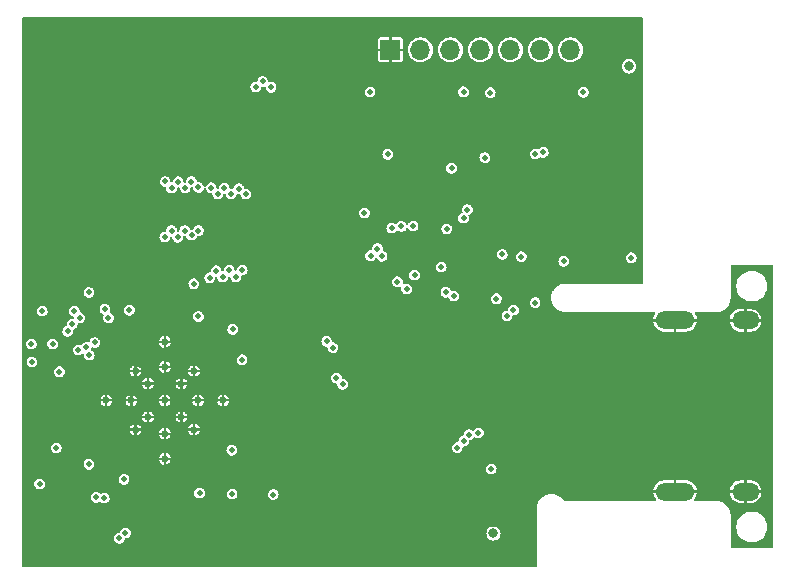
<source format=gbr>
%TF.GenerationSoftware,KiCad,Pcbnew,(6.0.7)*%
%TF.CreationDate,2022-10-26T00:08:39+02:00*%
%TF.ProjectId,TTL_to_HDMI,54544c5f-746f-45f4-9844-4d492e6b6963,rev?*%
%TF.SameCoordinates,Original*%
%TF.FileFunction,Copper,L2,Inr*%
%TF.FilePolarity,Positive*%
%FSLAX46Y46*%
G04 Gerber Fmt 4.6, Leading zero omitted, Abs format (unit mm)*
G04 Created by KiCad (PCBNEW (6.0.7)) date 2022-10-26 00:08:39*
%MOMM*%
%LPD*%
G01*
G04 APERTURE LIST*
%TA.AperFunction,ComponentPad*%
%ADD10O,3.300000X1.500000*%
%TD*%
%TA.AperFunction,ComponentPad*%
%ADD11O,2.300000X1.500000*%
%TD*%
%TA.AperFunction,ComponentPad*%
%ADD12R,1.700000X1.700000*%
%TD*%
%TA.AperFunction,ComponentPad*%
%ADD13O,1.700000X1.700000*%
%TD*%
%TA.AperFunction,ComponentPad*%
%ADD14C,0.600000*%
%TD*%
%TA.AperFunction,ViaPad*%
%ADD15C,0.500000*%
%TD*%
%TA.AperFunction,ViaPad*%
%ADD16C,0.800000*%
%TD*%
G04 APERTURE END LIST*
D10*
%TO.N,GND*%
%TO.C,J4*%
X126507000Y-97906000D03*
X126507000Y-112406000D03*
D11*
X132467000Y-97906000D03*
X132467000Y-112406000D03*
%TD*%
D12*
%TO.N,GND*%
%TO.C,J3*%
X102400000Y-75000000D03*
D13*
%TO.N,UART2rx*%
X104940000Y-75000000D03*
%TO.N,UART2tx*%
X107480000Y-75000000D03*
%TO.N,DBGrst*%
X110020000Y-75000000D03*
%TO.N,DBGdio*%
X112560000Y-75000000D03*
%TO.N,DBGclk*%
X115100000Y-75000000D03*
%TO.N,VCC*%
X117640000Y-75000000D03*
%TD*%
D14*
%TO.N,GND*%
%TO.C,U2*%
X83296000Y-104673000D03*
X80467573Y-104673000D03*
X84710214Y-106087214D03*
X86124427Y-104673000D03*
X83296000Y-109622747D03*
X78346253Y-104673000D03*
X85770874Y-102198126D03*
X81881786Y-103258786D03*
X85770874Y-107147874D03*
X80821126Y-102198126D03*
X83296000Y-99723253D03*
X83296000Y-107501427D03*
X88245747Y-104673000D03*
X83296000Y-101844573D03*
X80821126Y-107147874D03*
X84710214Y-103258786D03*
X81881786Y-106087214D03*
%TD*%
D15*
%TO.N,GND*%
X78400000Y-110600000D03*
X81225000Y-94475000D03*
X110550000Y-87524500D03*
X121901306Y-87575806D03*
X86600000Y-84325000D03*
X118728938Y-87547257D03*
X80501116Y-115449020D03*
X110228056Y-102626000D03*
X89052420Y-99368358D03*
X86825980Y-90527900D03*
X96482119Y-99225683D03*
X110179563Y-101126500D03*
X78400000Y-112200000D03*
X98859789Y-103809789D03*
X101300000Y-113700000D03*
X82775500Y-90299498D03*
X110236000Y-105625000D03*
X120075000Y-82000000D03*
X75075000Y-109900000D03*
X108575000Y-83875000D03*
X122000000Y-72800000D03*
X97340211Y-102290211D03*
X86552489Y-93744610D03*
X123200000Y-72800000D03*
X92500000Y-113950500D03*
X98000717Y-100741660D03*
X83750000Y-113600000D03*
X85350000Y-96884509D03*
X72700000Y-115150000D03*
X76784933Y-112967354D03*
X112150000Y-87524500D03*
X79725000Y-93850000D03*
X120356594Y-87545518D03*
X82775500Y-86690719D03*
X117075000Y-87549500D03*
X78659500Y-84400000D03*
X90659500Y-84350000D03*
X84636405Y-84322710D03*
X110236000Y-104125500D03*
X90849503Y-87202900D03*
X73025000Y-106275000D03*
X77560500Y-84375000D03*
X105750000Y-90150000D03*
X105249500Y-88300000D03*
X75722847Y-106872847D03*
X99425000Y-82000000D03*
X123200000Y-74000000D03*
X115489347Y-87524342D03*
X108975000Y-110250000D03*
X109744000Y-82006000D03*
X105249500Y-86775000D03*
X90425000Y-105625000D03*
X86650000Y-87175000D03*
X85060521Y-94917992D03*
X88607600Y-84462098D03*
X84650000Y-85300000D03*
X78973914Y-116883577D03*
X80600000Y-84425000D03*
X90481801Y-93976021D03*
X82625000Y-84400000D03*
X103450000Y-114375000D03*
X75600000Y-102500000D03*
X114056860Y-87498520D03*
X81425000Y-112875000D03*
X105250000Y-85200000D03*
X88650000Y-85950000D03*
X72975000Y-93625000D03*
%TO.N,DBGrst*%
X100675000Y-78575000D03*
X108600000Y-78550000D03*
%TO.N,VCC*%
X86250000Y-112525000D03*
X72700000Y-111750000D03*
X74100000Y-108700000D03*
X79849020Y-111371954D03*
X72050000Y-101425000D03*
X72000000Y-99900000D03*
X107575000Y-85025000D03*
X76875000Y-110100000D03*
X92475000Y-112650000D03*
X110400000Y-84125000D03*
X117075000Y-92900000D03*
X72925000Y-97125000D03*
X100200000Y-88800000D03*
X102175000Y-83850000D03*
X76883938Y-95541062D03*
X76896059Y-100853941D03*
%TO.N,Net-(D1-Pad1)*%
X111375000Y-96075000D03*
X122800000Y-92600000D03*
D16*
%TO.N,+5V*%
X111125000Y-115951000D03*
X122600000Y-76400000D03*
D15*
%TO.N,Net-(J1-Pad9)*%
X92300000Y-78175000D03*
X80300000Y-97050000D03*
%TO.N,Net-(J1-Pad10)*%
X91600000Y-77675000D03*
X78525942Y-97674058D03*
%TO.N,Net-(J1-Pad11)*%
X78225000Y-96957904D03*
X91000000Y-78150000D03*
%TO.N,B5*%
X89849520Y-93650000D03*
X90150000Y-87202900D03*
%TO.N,B4*%
X89560500Y-86750000D03*
X89299989Y-94225000D03*
%TO.N,B3*%
X88900500Y-87202900D03*
X88750520Y-93650000D03*
%TO.N,B2*%
X88200989Y-94250000D03*
X88325000Y-86700000D03*
%TO.N,B1*%
X87775500Y-87202900D03*
X87651489Y-93700000D03*
%TO.N,B0*%
X87225989Y-86675000D03*
X87101989Y-94300000D03*
%TO.N,G5*%
X86150000Y-90299498D03*
X86150000Y-86650000D03*
%TO.N,G4*%
X85560500Y-86150000D03*
X85571483Y-90692717D03*
%TO.N,G3*%
X84992967Y-90299498D03*
X85025500Y-86693139D03*
%TO.N,G2*%
X84400000Y-90875000D03*
X84425000Y-86175000D03*
%TO.N,G1*%
X83875500Y-90299498D03*
X83875500Y-86700000D03*
%TO.N,G0*%
X83300989Y-90855925D03*
X83326000Y-86146737D03*
%TO.N,CLK*%
X89052420Y-98668855D03*
X85750000Y-94800000D03*
%TO.N,/13*%
X114649500Y-96400000D03*
X109051842Y-107593403D03*
%TO.N,/UTILITY*%
X110931500Y-110490000D03*
X109847444Y-107434444D03*
%TO.N,SCL*%
X74375000Y-102250000D03*
X108602970Y-108129889D03*
X112268000Y-97536000D03*
%TO.N,SDA*%
X112817500Y-97028000D03*
X73800000Y-99900000D03*
X108053470Y-108679389D03*
%TO.N,Net-(R2-Pad2)*%
X89000000Y-112600000D03*
X88975000Y-108900000D03*
X86150000Y-97575000D03*
X89841218Y-101239758D03*
%TO.N,UART2tx*%
X103325000Y-89950000D03*
X111875000Y-92325000D03*
%TO.N,UART2rx*%
X113488556Y-92511444D03*
X102525000Y-90100000D03*
%TO.N,CONFIG*%
X104325000Y-89925000D03*
X108600000Y-89250980D03*
%TO.N,Net-(SW1-Pad2)*%
X107166906Y-90141727D03*
X108925000Y-88525000D03*
X118750000Y-78600000D03*
X110850000Y-78625000D03*
%TO.N,EDGE*%
X75075000Y-98825000D03*
X101300000Y-91825000D03*
%TO.N,MSEN*%
X103000000Y-94624500D03*
X76645550Y-100200836D03*
%TO.N,nPD*%
X103775000Y-95250000D03*
X77367234Y-99774883D03*
%TO.N,nRST*%
X75975000Y-100400000D03*
X104450000Y-94075000D03*
%TO.N,CTL1*%
X75457330Y-98224224D03*
X100725000Y-92425500D03*
%TO.N,CTL2*%
X76091659Y-97674713D03*
X101701056Y-92473944D03*
%TO.N,DBGdio*%
X107100000Y-95525000D03*
X114667155Y-83826743D03*
%TO.N,DBGclk*%
X107750000Y-95850000D03*
X115350000Y-83675000D03*
%TO.N,CTL3*%
X106700000Y-93400000D03*
X75652325Y-97125213D03*
%TO.N,/TX0+*%
X97009834Y-99684834D03*
X78174499Y-112957260D03*
%TO.N,/TX0-*%
X97540166Y-100215166D03*
X77479128Y-112881346D03*
%TO.N,/TX1+*%
X97834834Y-102784834D03*
X79973033Y-115907746D03*
%TO.N,/TX1-*%
X79444813Y-116366317D03*
X98365166Y-103315166D03*
%TD*%
%TA.AperFunction,Conductor*%
%TO.N,GND*%
G36*
X123736333Y-72219407D02*
G01*
X123772297Y-72268907D01*
X123777136Y-72298434D01*
X123799494Y-74375221D01*
X123799500Y-74376287D01*
X123799500Y-94700500D01*
X123780593Y-94758691D01*
X123731093Y-94794655D01*
X123700500Y-94799500D01*
X117234281Y-94799500D01*
X117211926Y-94796943D01*
X117210226Y-94796549D01*
X117200718Y-94794345D01*
X117200000Y-94794344D01*
X117194542Y-94795589D01*
X117189272Y-94796179D01*
X117183130Y-94797116D01*
X117015490Y-94810309D01*
X117015485Y-94810310D01*
X117011620Y-94810614D01*
X116993805Y-94814891D01*
X116831655Y-94853819D01*
X116831652Y-94853820D01*
X116827878Y-94854726D01*
X116824288Y-94856213D01*
X116656890Y-94925551D01*
X116656884Y-94925554D01*
X116653299Y-94927039D01*
X116649988Y-94929068D01*
X116649984Y-94929070D01*
X116593325Y-94963791D01*
X116492182Y-95025772D01*
X116489228Y-95028295D01*
X116386918Y-95115677D01*
X116348494Y-95148494D01*
X116225772Y-95292182D01*
X116223742Y-95295495D01*
X116131208Y-95446496D01*
X116127039Y-95453299D01*
X116125554Y-95456884D01*
X116125551Y-95456890D01*
X116066199Y-95600179D01*
X116054726Y-95627878D01*
X116053820Y-95631652D01*
X116053819Y-95631655D01*
X116028439Y-95737372D01*
X116010614Y-95811620D01*
X116010310Y-95815485D01*
X116010309Y-95815490D01*
X116006421Y-95864891D01*
X115997251Y-95981418D01*
X115997156Y-95982619D01*
X115996850Y-95984612D01*
X115996847Y-95986545D01*
X115996582Y-95989907D01*
X115995939Y-95992705D01*
X115994344Y-95999641D01*
X115996515Y-96009234D01*
X115996801Y-96012867D01*
X115996798Y-96014527D01*
X115997075Y-96016351D01*
X116010261Y-96183892D01*
X116010614Y-96188380D01*
X116054726Y-96372122D01*
X116056213Y-96375712D01*
X116125551Y-96543110D01*
X116125554Y-96543116D01*
X116127039Y-96546701D01*
X116129068Y-96550012D01*
X116129070Y-96550016D01*
X116160323Y-96601015D01*
X116225772Y-96707818D01*
X116228295Y-96710772D01*
X116325716Y-96824836D01*
X116348494Y-96851506D01*
X116492182Y-96974228D01*
X116519633Y-96991050D01*
X116649984Y-97070930D01*
X116649988Y-97070932D01*
X116653299Y-97072961D01*
X116656884Y-97074446D01*
X116656890Y-97074449D01*
X116814882Y-97139891D01*
X116827878Y-97145274D01*
X116831652Y-97146180D01*
X116831655Y-97146181D01*
X117007409Y-97188375D01*
X117011620Y-97189386D01*
X117015485Y-97189690D01*
X117015490Y-97189691D01*
X117182113Y-97202805D01*
X117188248Y-97203752D01*
X117188248Y-97203748D01*
X117193820Y-97204389D01*
X117199282Y-97205655D01*
X117200000Y-97205656D01*
X117205452Y-97204412D01*
X117205455Y-97204412D01*
X117211734Y-97202980D01*
X117233752Y-97200500D01*
X124749849Y-97200500D01*
X124808040Y-97219407D01*
X124844004Y-97268907D01*
X124844004Y-97330093D01*
X124828075Y-97360177D01*
X124800278Y-97396013D01*
X124794981Y-97404490D01*
X124714206Y-97568645D01*
X124710725Y-97578004D01*
X124664607Y-97755056D01*
X124663079Y-97764928D01*
X124661748Y-97790339D01*
X124665201Y-97803226D01*
X124668212Y-97805665D01*
X124670021Y-97806000D01*
X128337010Y-97806000D01*
X128349695Y-97801878D01*
X128350450Y-97800839D01*
X128350964Y-97794589D01*
X128350321Y-97790339D01*
X131121748Y-97790339D01*
X131125201Y-97803226D01*
X131128212Y-97805665D01*
X131130021Y-97806000D01*
X132351320Y-97806000D01*
X132364005Y-97801878D01*
X132367000Y-97797757D01*
X132367000Y-97790320D01*
X132567000Y-97790320D01*
X132571122Y-97803005D01*
X132575243Y-97806000D01*
X133797010Y-97806000D01*
X133809695Y-97801878D01*
X133810450Y-97800839D01*
X133810964Y-97794589D01*
X133792649Y-97673488D01*
X133790166Y-97663816D01*
X133726988Y-97492103D01*
X133722617Y-97483140D01*
X133626201Y-97327637D01*
X133620111Y-97319729D01*
X133494396Y-97186789D01*
X133486843Y-97180269D01*
X133336963Y-97075323D01*
X133328259Y-97070458D01*
X133160329Y-96997788D01*
X133150829Y-96994775D01*
X132970539Y-96957110D01*
X132963010Y-96956133D01*
X132961786Y-96956069D01*
X132959176Y-96956000D01*
X132582680Y-96956000D01*
X132569995Y-96960122D01*
X132567000Y-96964243D01*
X132567000Y-97790320D01*
X132367000Y-97790320D01*
X132367000Y-96971680D01*
X132362878Y-96958995D01*
X132358757Y-96956000D01*
X132021275Y-96956000D01*
X132016278Y-96956253D01*
X131879978Y-96970098D01*
X131870209Y-96972103D01*
X131695609Y-97026820D01*
X131686442Y-97030749D01*
X131526405Y-97119458D01*
X131518224Y-97125144D01*
X131379299Y-97244217D01*
X131372412Y-97251450D01*
X131260279Y-97396012D01*
X131254981Y-97404490D01*
X131174206Y-97568645D01*
X131170725Y-97578004D01*
X131124607Y-97755056D01*
X131123079Y-97764928D01*
X131121748Y-97790339D01*
X128350321Y-97790339D01*
X128332649Y-97673488D01*
X128330166Y-97663816D01*
X128266988Y-97492103D01*
X128262617Y-97483140D01*
X128181101Y-97351669D01*
X128166506Y-97292250D01*
X128189624Y-97235600D01*
X128241625Y-97203358D01*
X128265240Y-97200500D01*
X129965719Y-97200500D01*
X129988074Y-97203057D01*
X129999282Y-97205655D01*
X130000000Y-97205656D01*
X130005458Y-97204411D01*
X130010728Y-97203821D01*
X130016870Y-97202884D01*
X130184510Y-97189691D01*
X130184515Y-97189690D01*
X130188380Y-97189386D01*
X130311533Y-97159820D01*
X130368345Y-97146181D01*
X130368348Y-97146180D01*
X130372122Y-97145274D01*
X130385118Y-97139891D01*
X130543110Y-97074449D01*
X130543116Y-97074446D01*
X130546701Y-97072961D01*
X130550012Y-97070932D01*
X130550016Y-97070930D01*
X130680367Y-96991050D01*
X130707818Y-96974228D01*
X130851506Y-96851506D01*
X130874285Y-96824836D01*
X130971705Y-96710772D01*
X130974228Y-96707818D01*
X131039677Y-96601015D01*
X131070930Y-96550016D01*
X131070932Y-96550012D01*
X131072961Y-96546701D01*
X131074446Y-96543116D01*
X131074449Y-96543110D01*
X131143787Y-96375712D01*
X131145274Y-96372122D01*
X131166038Y-96285635D01*
X131188480Y-96192154D01*
X131188480Y-96192153D01*
X131189386Y-96188380D01*
X131189740Y-96183892D01*
X131202805Y-96017887D01*
X131203752Y-96011752D01*
X131203748Y-96011752D01*
X131204389Y-96006180D01*
X131205655Y-96000718D01*
X131205656Y-96000000D01*
X131203569Y-95990850D01*
X131202980Y-95988266D01*
X131200500Y-95966248D01*
X131200500Y-95000000D01*
X131694532Y-95000000D01*
X131714365Y-95226692D01*
X131715484Y-95230867D01*
X131715484Y-95230869D01*
X131734617Y-95302274D01*
X131773261Y-95446496D01*
X131869432Y-95652734D01*
X131871913Y-95656277D01*
X131871914Y-95656279D01*
X131978042Y-95807846D01*
X131999953Y-95839139D01*
X132160861Y-96000047D01*
X132164399Y-96002524D01*
X132164401Y-96002526D01*
X132317513Y-96109735D01*
X132347266Y-96130568D01*
X132553504Y-96226739D01*
X132642563Y-96250602D01*
X132769131Y-96284516D01*
X132769133Y-96284516D01*
X132773308Y-96285635D01*
X132817795Y-96289527D01*
X132941050Y-96300311D01*
X132941061Y-96300311D01*
X132943216Y-96300500D01*
X133056784Y-96300500D01*
X133058939Y-96300311D01*
X133058950Y-96300311D01*
X133182205Y-96289527D01*
X133226692Y-96285635D01*
X133230867Y-96284516D01*
X133230869Y-96284516D01*
X133357437Y-96250602D01*
X133446496Y-96226739D01*
X133652734Y-96130568D01*
X133682487Y-96109735D01*
X133835599Y-96002526D01*
X133835601Y-96002524D01*
X133839139Y-96000047D01*
X134000047Y-95839139D01*
X134021959Y-95807846D01*
X134128086Y-95656279D01*
X134128087Y-95656277D01*
X134130568Y-95652734D01*
X134226739Y-95446496D01*
X134265383Y-95302274D01*
X134284516Y-95230869D01*
X134284516Y-95230867D01*
X134285635Y-95226692D01*
X134305468Y-95000000D01*
X134285635Y-94773308D01*
X134281719Y-94758691D01*
X134228804Y-94561212D01*
X134226739Y-94553504D01*
X134130568Y-94347266D01*
X134118133Y-94329507D01*
X134002526Y-94164401D01*
X134002524Y-94164399D01*
X134000047Y-94160861D01*
X133839139Y-93999953D01*
X133780201Y-93958684D01*
X133656279Y-93871914D01*
X133656277Y-93871913D01*
X133652734Y-93869432D01*
X133446496Y-93773261D01*
X133319718Y-93739291D01*
X133230869Y-93715484D01*
X133230867Y-93715484D01*
X133226692Y-93714365D01*
X133182205Y-93710473D01*
X133058950Y-93699689D01*
X133058939Y-93699689D01*
X133056784Y-93699500D01*
X132943216Y-93699500D01*
X132941061Y-93699689D01*
X132941050Y-93699689D01*
X132817795Y-93710473D01*
X132773308Y-93714365D01*
X132769133Y-93715484D01*
X132769131Y-93715484D01*
X132680282Y-93739291D01*
X132553504Y-93773261D01*
X132347266Y-93869432D01*
X132343723Y-93871913D01*
X132343721Y-93871914D01*
X132219800Y-93958684D01*
X132160861Y-93999953D01*
X131999953Y-94160861D01*
X131997476Y-94164399D01*
X131997474Y-94164401D01*
X131881867Y-94329507D01*
X131869432Y-94347266D01*
X131773261Y-94553504D01*
X131771196Y-94561212D01*
X131718282Y-94758691D01*
X131714365Y-94773308D01*
X131694532Y-95000000D01*
X131200500Y-95000000D01*
X131200500Y-93299500D01*
X131219407Y-93241309D01*
X131268907Y-93205345D01*
X131299500Y-93200500D01*
X134700500Y-93200500D01*
X134758691Y-93219407D01*
X134794655Y-93268907D01*
X134799500Y-93299500D01*
X134799500Y-117100500D01*
X134780593Y-117158691D01*
X134731093Y-117194655D01*
X134700500Y-117199500D01*
X131299500Y-117199500D01*
X131241309Y-117180593D01*
X131205345Y-117131093D01*
X131200500Y-117100500D01*
X131200500Y-115400000D01*
X131694532Y-115400000D01*
X131714365Y-115626692D01*
X131715484Y-115630867D01*
X131715484Y-115630869D01*
X131725690Y-115668958D01*
X131773261Y-115846496D01*
X131869432Y-116052734D01*
X131871913Y-116056277D01*
X131871914Y-116056279D01*
X131941675Y-116155908D01*
X131999953Y-116239139D01*
X132160861Y-116400047D01*
X132164399Y-116402524D01*
X132164401Y-116402526D01*
X132310311Y-116504692D01*
X132347266Y-116530568D01*
X132553504Y-116626739D01*
X132642563Y-116650602D01*
X132769131Y-116684516D01*
X132769133Y-116684516D01*
X132773308Y-116685635D01*
X132817795Y-116689527D01*
X132941050Y-116700311D01*
X132941061Y-116700311D01*
X132943216Y-116700500D01*
X133056784Y-116700500D01*
X133058939Y-116700311D01*
X133058950Y-116700311D01*
X133182205Y-116689527D01*
X133226692Y-116685635D01*
X133230867Y-116684516D01*
X133230869Y-116684516D01*
X133357437Y-116650602D01*
X133446496Y-116626739D01*
X133652734Y-116530568D01*
X133689689Y-116504692D01*
X133835599Y-116402526D01*
X133835601Y-116402524D01*
X133839139Y-116400047D01*
X134000047Y-116239139D01*
X134058326Y-116155908D01*
X134128086Y-116056279D01*
X134128087Y-116056277D01*
X134130568Y-116052734D01*
X134226739Y-115846496D01*
X134274310Y-115668958D01*
X134284516Y-115630869D01*
X134284516Y-115630867D01*
X134285635Y-115626692D01*
X134305468Y-115400000D01*
X134285635Y-115173308D01*
X134226739Y-114953504D01*
X134130568Y-114747266D01*
X134000047Y-114560861D01*
X133839139Y-114399953D01*
X133652734Y-114269432D01*
X133446496Y-114173261D01*
X133357437Y-114149398D01*
X133230869Y-114115484D01*
X133230867Y-114115484D01*
X133226692Y-114114365D01*
X133182205Y-114110473D01*
X133058950Y-114099689D01*
X133058939Y-114099689D01*
X133056784Y-114099500D01*
X132943216Y-114099500D01*
X132941061Y-114099689D01*
X132941050Y-114099689D01*
X132817795Y-114110473D01*
X132773308Y-114114365D01*
X132769133Y-114115484D01*
X132769131Y-114115484D01*
X132642563Y-114149398D01*
X132553504Y-114173261D01*
X132347266Y-114269432D01*
X132160861Y-114399953D01*
X131999953Y-114560861D01*
X131869432Y-114747266D01*
X131773261Y-114953504D01*
X131714365Y-115173308D01*
X131694532Y-115400000D01*
X131200500Y-115400000D01*
X131200500Y-114434281D01*
X131203057Y-114411926D01*
X131204388Y-114406183D01*
X131205655Y-114400718D01*
X131205656Y-114400000D01*
X131204411Y-114394542D01*
X131203821Y-114389272D01*
X131202884Y-114383130D01*
X131189691Y-114215490D01*
X131189690Y-114215485D01*
X131189386Y-114211620D01*
X131145274Y-114027878D01*
X131143787Y-114024288D01*
X131074449Y-113856890D01*
X131074446Y-113856884D01*
X131072961Y-113853299D01*
X131054368Y-113822957D01*
X130976258Y-113695495D01*
X130974228Y-113692182D01*
X130851506Y-113548494D01*
X130707818Y-113425772D01*
X130617066Y-113370159D01*
X130550016Y-113329070D01*
X130550012Y-113329068D01*
X130546701Y-113327039D01*
X130543116Y-113325554D01*
X130543110Y-113325551D01*
X130375712Y-113256213D01*
X130372122Y-113254726D01*
X130368348Y-113253820D01*
X130368345Y-113253819D01*
X130192154Y-113211520D01*
X130192153Y-113211520D01*
X130188380Y-113210614D01*
X130184515Y-113210310D01*
X130184510Y-113210309D01*
X130017887Y-113197195D01*
X130011752Y-113196248D01*
X130011752Y-113196252D01*
X130006180Y-113195611D01*
X130000718Y-113194345D01*
X130000000Y-113194344D01*
X129994548Y-113195588D01*
X129994545Y-113195588D01*
X129988266Y-113197020D01*
X129966248Y-113199500D01*
X128195891Y-113199500D01*
X128137700Y-113180593D01*
X128101736Y-113131093D01*
X128101736Y-113069907D01*
X128117666Y-113039822D01*
X128213721Y-112915988D01*
X128219019Y-112907510D01*
X128299794Y-112743355D01*
X128303275Y-112733996D01*
X128349393Y-112556944D01*
X128350921Y-112547072D01*
X128352252Y-112521661D01*
X128351113Y-112517411D01*
X131123036Y-112517411D01*
X131141351Y-112638512D01*
X131143834Y-112648184D01*
X131207012Y-112819897D01*
X131211383Y-112828860D01*
X131307799Y-112984363D01*
X131313889Y-112992271D01*
X131439604Y-113125211D01*
X131447157Y-113131731D01*
X131597037Y-113236677D01*
X131605741Y-113241542D01*
X131773671Y-113314212D01*
X131783171Y-113317225D01*
X131963461Y-113354890D01*
X131970990Y-113355867D01*
X131972214Y-113355931D01*
X131974824Y-113356000D01*
X132351320Y-113356000D01*
X132364005Y-113351878D01*
X132367000Y-113347757D01*
X132367000Y-113340320D01*
X132567000Y-113340320D01*
X132571122Y-113353005D01*
X132575243Y-113356000D01*
X132912725Y-113356000D01*
X132917722Y-113355747D01*
X133054022Y-113341902D01*
X133063791Y-113339897D01*
X133238391Y-113285180D01*
X133247558Y-113281251D01*
X133407595Y-113192542D01*
X133415776Y-113186856D01*
X133554701Y-113067783D01*
X133561588Y-113060550D01*
X133673721Y-112915988D01*
X133679019Y-112907510D01*
X133759794Y-112743355D01*
X133763275Y-112733996D01*
X133809393Y-112556944D01*
X133810921Y-112547072D01*
X133812252Y-112521661D01*
X133808799Y-112508774D01*
X133805788Y-112506335D01*
X133803979Y-112506000D01*
X132582680Y-112506000D01*
X132569995Y-112510122D01*
X132567000Y-112514243D01*
X132567000Y-113340320D01*
X132367000Y-113340320D01*
X132367000Y-112521680D01*
X132362878Y-112508995D01*
X132358757Y-112506000D01*
X131136990Y-112506000D01*
X131124305Y-112510122D01*
X131123550Y-112511161D01*
X131123036Y-112517411D01*
X128351113Y-112517411D01*
X128348799Y-112508774D01*
X128345788Y-112506335D01*
X128343979Y-112506000D01*
X124676990Y-112506000D01*
X124664305Y-112510122D01*
X124663550Y-112511161D01*
X124663036Y-112517411D01*
X124681351Y-112638512D01*
X124683834Y-112648184D01*
X124747012Y-112819897D01*
X124751383Y-112828860D01*
X124847799Y-112984363D01*
X124853889Y-112992271D01*
X124891911Y-113032478D01*
X124918155Y-113087749D01*
X124906900Y-113147890D01*
X124862445Y-113189930D01*
X124819980Y-113199500D01*
X117168241Y-113199500D01*
X117110050Y-113180593D01*
X117084740Y-113153684D01*
X117071558Y-113132988D01*
X117071555Y-113132984D01*
X117069506Y-113129767D01*
X117000772Y-113051643D01*
X116935729Y-112977714D01*
X116935727Y-112977712D01*
X116933201Y-112974841D01*
X116824280Y-112884054D01*
X116777632Y-112845172D01*
X116777629Y-112845170D01*
X116774691Y-112842721D01*
X116646010Y-112765510D01*
X116601023Y-112738517D01*
X116601020Y-112738516D01*
X116597746Y-112736551D01*
X116406579Y-112658858D01*
X116345445Y-112644440D01*
X116209457Y-112612368D01*
X116209453Y-112612367D01*
X116205737Y-112611491D01*
X116016481Y-112596850D01*
X116011766Y-112596125D01*
X116011751Y-112596253D01*
X116006185Y-112595612D01*
X116000718Y-112594345D01*
X116000000Y-112594344D01*
X115994550Y-112595587D01*
X115989299Y-112596175D01*
X115983132Y-112597116D01*
X115948069Y-112599875D01*
X115815490Y-112610309D01*
X115815485Y-112610310D01*
X115811620Y-112610614D01*
X115727921Y-112630708D01*
X115631655Y-112653819D01*
X115631652Y-112653820D01*
X115627878Y-112654726D01*
X115624288Y-112656213D01*
X115456890Y-112725551D01*
X115456884Y-112725554D01*
X115453299Y-112727039D01*
X115449988Y-112729068D01*
X115449984Y-112729070D01*
X115378033Y-112773162D01*
X115292182Y-112825772D01*
X115148494Y-112948494D01*
X115025772Y-113092182D01*
X115019974Y-113101643D01*
X114934244Y-113241542D01*
X114927039Y-113253299D01*
X114925554Y-113256884D01*
X114925551Y-113256890D01*
X114884554Y-113355867D01*
X114854726Y-113427878D01*
X114853820Y-113431652D01*
X114853819Y-113431655D01*
X114813284Y-113600500D01*
X114810614Y-113611620D01*
X114810310Y-113615485D01*
X114810309Y-113615490D01*
X114797156Y-113782618D01*
X114796849Y-113784618D01*
X114796846Y-113786557D01*
X114796582Y-113789907D01*
X114794344Y-113799641D01*
X114796804Y-113810512D01*
X114797059Y-113811638D01*
X114799500Y-113833488D01*
X114799500Y-118700500D01*
X114780593Y-118758691D01*
X114731093Y-118794655D01*
X114700500Y-118799500D01*
X71299500Y-118799500D01*
X71241309Y-118780593D01*
X71205345Y-118731093D01*
X71200500Y-118700500D01*
X71200500Y-116360757D01*
X78989714Y-116360757D01*
X78990629Y-116367754D01*
X78990629Y-116367755D01*
X78994452Y-116396993D01*
X79006446Y-116488711D01*
X79009284Y-116495162D01*
X79009285Y-116495164D01*
X79055577Y-116600371D01*
X79058418Y-116606827D01*
X79075156Y-116626739D01*
X79136913Y-116700209D01*
X79136916Y-116700211D01*
X79141452Y-116705608D01*
X79248873Y-116777113D01*
X79255601Y-116779215D01*
X79255603Y-116779216D01*
X79310460Y-116796354D01*
X79372046Y-116815595D01*
X79436557Y-116816778D01*
X79494015Y-116817831D01*
X79494017Y-116817831D01*
X79501068Y-116817960D01*
X79507871Y-116816105D01*
X79507873Y-116816105D01*
X79549641Y-116804717D01*
X79625568Y-116784017D01*
X79735537Y-116716496D01*
X79822135Y-116620824D01*
X79878401Y-116504692D01*
X79882889Y-116478019D01*
X79889083Y-116441200D01*
X79917383Y-116386953D01*
X79972163Y-116359700D01*
X79988525Y-116358642D01*
X80022235Y-116359260D01*
X80022237Y-116359260D01*
X80029288Y-116359389D01*
X80036091Y-116357534D01*
X80036093Y-116357534D01*
X80077861Y-116346146D01*
X80153788Y-116325446D01*
X80263757Y-116257925D01*
X80280761Y-116239139D01*
X80345623Y-116167481D01*
X80345623Y-116167480D01*
X80350355Y-116162253D01*
X80384751Y-116091261D01*
X80403545Y-116052470D01*
X80403545Y-116052469D01*
X80406621Y-116046121D01*
X80417629Y-115980687D01*
X80422624Y-115951000D01*
X110519318Y-115951000D01*
X110539956Y-116107762D01*
X110600464Y-116253841D01*
X110696718Y-116379282D01*
X110822159Y-116475536D01*
X110968238Y-116536044D01*
X111125000Y-116556682D01*
X111281762Y-116536044D01*
X111427841Y-116475536D01*
X111553282Y-116379282D01*
X111649536Y-116253841D01*
X111710044Y-116107762D01*
X111730682Y-115951000D01*
X111710044Y-115794238D01*
X111704149Y-115780005D01*
X111655490Y-115662534D01*
X111649536Y-115648159D01*
X111553282Y-115522718D01*
X111427841Y-115426464D01*
X111281762Y-115365956D01*
X111125000Y-115345318D01*
X110968238Y-115365956D01*
X110822159Y-115426464D01*
X110696718Y-115522718D01*
X110600464Y-115648159D01*
X110594510Y-115662534D01*
X110545852Y-115780005D01*
X110539956Y-115794238D01*
X110519318Y-115951000D01*
X80422624Y-115951000D01*
X80427396Y-115922637D01*
X80427396Y-115922632D01*
X80428030Y-115918866D01*
X80428166Y-115907746D01*
X80409872Y-115780005D01*
X80356461Y-115662534D01*
X80272226Y-115564774D01*
X80266309Y-115560939D01*
X80266307Y-115560937D01*
X80169857Y-115498423D01*
X80163939Y-115494587D01*
X80157183Y-115492567D01*
X80157182Y-115492566D01*
X80114368Y-115479762D01*
X80040306Y-115457612D01*
X79963677Y-115457144D01*
X79918315Y-115456867D01*
X79911264Y-115456824D01*
X79904487Y-115458761D01*
X79904486Y-115458761D01*
X79793968Y-115490347D01*
X79793966Y-115490348D01*
X79787188Y-115492285D01*
X79678052Y-115561145D01*
X79592629Y-115657868D01*
X79537787Y-115774678D01*
X79528875Y-115831917D01*
X79501241Y-115886506D01*
X79446797Y-115914426D01*
X79430450Y-115915684D01*
X79390096Y-115915438D01*
X79383044Y-115915395D01*
X79376267Y-115917332D01*
X79376266Y-115917332D01*
X79265748Y-115948918D01*
X79265746Y-115948919D01*
X79258968Y-115950856D01*
X79149832Y-116019716D01*
X79064409Y-116116439D01*
X79009567Y-116233249D01*
X78989714Y-116360757D01*
X71200500Y-116360757D01*
X71200500Y-112875786D01*
X77024029Y-112875786D01*
X77040761Y-113003740D01*
X77043599Y-113010191D01*
X77043600Y-113010193D01*
X77081873Y-113097175D01*
X77092733Y-113121856D01*
X77114617Y-113147890D01*
X77171228Y-113215238D01*
X77171231Y-113215240D01*
X77175767Y-113220637D01*
X77283188Y-113292142D01*
X77289916Y-113294244D01*
X77289918Y-113294245D01*
X77343968Y-113311131D01*
X77406361Y-113330624D01*
X77470872Y-113331807D01*
X77528330Y-113332860D01*
X77528332Y-113332860D01*
X77535383Y-113332989D01*
X77542186Y-113331134D01*
X77542188Y-113331134D01*
X77604255Y-113314212D01*
X77659883Y-113299046D01*
X77727910Y-113257277D01*
X77787394Y-113242941D01*
X77843942Y-113266307D01*
X77855492Y-113277938D01*
X77871138Y-113296551D01*
X77978559Y-113368056D01*
X77985287Y-113370158D01*
X77985289Y-113370159D01*
X78040145Y-113387297D01*
X78101732Y-113406538D01*
X78166243Y-113407721D01*
X78223701Y-113408774D01*
X78223703Y-113408774D01*
X78230754Y-113408903D01*
X78237557Y-113407048D01*
X78237559Y-113407048D01*
X78279327Y-113395660D01*
X78355254Y-113374960D01*
X78465223Y-113307439D01*
X78502454Y-113266307D01*
X78547089Y-113216995D01*
X78547089Y-113216994D01*
X78551821Y-113211767D01*
X78608087Y-113095635D01*
X78624146Y-113000179D01*
X78628862Y-112972151D01*
X78628862Y-112972146D01*
X78629496Y-112968380D01*
X78629632Y-112957260D01*
X78611338Y-112829519D01*
X78572784Y-112744724D01*
X78560848Y-112718472D01*
X78560847Y-112718471D01*
X78557927Y-112712048D01*
X78473692Y-112614288D01*
X78467775Y-112610453D01*
X78467773Y-112610451D01*
X78392929Y-112561941D01*
X78365405Y-112544101D01*
X78358649Y-112542081D01*
X78358648Y-112542080D01*
X78290436Y-112521680D01*
X78282946Y-112519440D01*
X85794901Y-112519440D01*
X85795816Y-112526437D01*
X85795816Y-112526438D01*
X85798075Y-112543715D01*
X85811633Y-112647394D01*
X85814471Y-112653845D01*
X85814472Y-112653847D01*
X85860764Y-112759054D01*
X85863605Y-112765510D01*
X85882825Y-112788375D01*
X85942100Y-112858892D01*
X85942103Y-112858894D01*
X85946639Y-112864291D01*
X86054060Y-112935796D01*
X86060788Y-112937898D01*
X86060790Y-112937899D01*
X86100097Y-112950179D01*
X86177233Y-112974278D01*
X86241744Y-112975461D01*
X86299202Y-112976514D01*
X86299204Y-112976514D01*
X86306255Y-112976643D01*
X86313058Y-112974788D01*
X86313060Y-112974788D01*
X86377350Y-112957260D01*
X86430755Y-112942700D01*
X86540724Y-112875179D01*
X86555466Y-112858892D01*
X86622590Y-112784735D01*
X86622590Y-112784734D01*
X86627322Y-112779507D01*
X86683588Y-112663375D01*
X86695185Y-112594440D01*
X88544901Y-112594440D01*
X88545816Y-112601437D01*
X88545816Y-112601438D01*
X88546976Y-112610309D01*
X88561633Y-112722394D01*
X88564471Y-112728845D01*
X88564472Y-112728847D01*
X88604535Y-112819897D01*
X88613605Y-112840510D01*
X88643258Y-112875786D01*
X88692100Y-112933892D01*
X88692103Y-112933894D01*
X88696639Y-112939291D01*
X88804060Y-113010796D01*
X88810788Y-113012898D01*
X88810790Y-113012899D01*
X88865646Y-113030037D01*
X88927233Y-113049278D01*
X88991744Y-113050461D01*
X89049202Y-113051514D01*
X89049204Y-113051514D01*
X89056255Y-113051643D01*
X89063058Y-113049788D01*
X89063060Y-113049788D01*
X89104828Y-113038400D01*
X89180755Y-113017700D01*
X89290724Y-112950179D01*
X89295459Y-112944948D01*
X89372590Y-112859735D01*
X89372590Y-112859734D01*
X89377322Y-112854507D01*
X89433588Y-112738375D01*
X89446585Y-112661120D01*
X89449391Y-112644440D01*
X92019901Y-112644440D01*
X92020816Y-112651437D01*
X92020816Y-112651438D01*
X92021672Y-112657981D01*
X92036633Y-112772394D01*
X92039471Y-112778845D01*
X92039472Y-112778847D01*
X92085205Y-112882784D01*
X92088605Y-112890510D01*
X92123387Y-112931888D01*
X92167100Y-112983892D01*
X92167103Y-112983894D01*
X92171639Y-112989291D01*
X92279060Y-113060796D01*
X92285788Y-113062898D01*
X92285790Y-113062899D01*
X92308222Y-113069907D01*
X92402233Y-113099278D01*
X92466744Y-113100460D01*
X92524202Y-113101514D01*
X92524204Y-113101514D01*
X92531255Y-113101643D01*
X92538058Y-113099788D01*
X92538060Y-113099788D01*
X92582217Y-113087749D01*
X92655755Y-113067700D01*
X92765724Y-113000179D01*
X92787028Y-112976643D01*
X92847590Y-112909735D01*
X92847590Y-112909734D01*
X92852322Y-112904507D01*
X92908588Y-112788375D01*
X92921429Y-112712048D01*
X92929363Y-112664891D01*
X92929363Y-112664886D01*
X92929997Y-112661120D01*
X92930133Y-112650000D01*
X92911839Y-112522259D01*
X92858428Y-112404788D01*
X92774193Y-112307028D01*
X92768276Y-112303193D01*
X92768274Y-112303191D01*
X92748445Y-112290339D01*
X124661748Y-112290339D01*
X124665201Y-112303226D01*
X124668212Y-112305665D01*
X124670021Y-112306000D01*
X126391320Y-112306000D01*
X126404005Y-112301878D01*
X126407000Y-112297757D01*
X126407000Y-112290320D01*
X126607000Y-112290320D01*
X126611122Y-112303005D01*
X126615243Y-112306000D01*
X128337010Y-112306000D01*
X128349695Y-112301878D01*
X128350450Y-112300839D01*
X128350964Y-112294589D01*
X128350321Y-112290339D01*
X131121748Y-112290339D01*
X131125201Y-112303226D01*
X131128212Y-112305665D01*
X131130021Y-112306000D01*
X132351320Y-112306000D01*
X132364005Y-112301878D01*
X132367000Y-112297757D01*
X132367000Y-112290320D01*
X132567000Y-112290320D01*
X132571122Y-112303005D01*
X132575243Y-112306000D01*
X133797010Y-112306000D01*
X133809695Y-112301878D01*
X133810450Y-112300839D01*
X133810964Y-112294589D01*
X133792649Y-112173488D01*
X133790166Y-112163816D01*
X133726988Y-111992103D01*
X133722617Y-111983140D01*
X133626201Y-111827637D01*
X133620111Y-111819729D01*
X133494396Y-111686789D01*
X133486843Y-111680269D01*
X133336963Y-111575323D01*
X133328259Y-111570458D01*
X133160329Y-111497788D01*
X133150829Y-111494775D01*
X132970539Y-111457110D01*
X132963010Y-111456133D01*
X132961786Y-111456069D01*
X132959176Y-111456000D01*
X132582680Y-111456000D01*
X132569995Y-111460122D01*
X132567000Y-111464243D01*
X132567000Y-112290320D01*
X132367000Y-112290320D01*
X132367000Y-111471680D01*
X132362878Y-111458995D01*
X132358757Y-111456000D01*
X132021275Y-111456000D01*
X132016278Y-111456253D01*
X131879978Y-111470098D01*
X131870209Y-111472103D01*
X131695609Y-111526820D01*
X131686442Y-111530749D01*
X131526405Y-111619458D01*
X131518224Y-111625144D01*
X131379299Y-111744217D01*
X131372412Y-111751450D01*
X131260279Y-111896012D01*
X131254981Y-111904490D01*
X131174206Y-112068645D01*
X131170725Y-112078004D01*
X131124607Y-112255056D01*
X131123079Y-112264928D01*
X131121748Y-112290339D01*
X128350321Y-112290339D01*
X128332649Y-112173488D01*
X128330166Y-112163816D01*
X128266988Y-111992103D01*
X128262617Y-111983140D01*
X128166201Y-111827637D01*
X128160111Y-111819729D01*
X128034396Y-111686789D01*
X128026843Y-111680269D01*
X127876963Y-111575323D01*
X127868259Y-111570458D01*
X127700329Y-111497788D01*
X127690829Y-111494775D01*
X127510539Y-111457110D01*
X127503010Y-111456133D01*
X127501786Y-111456069D01*
X127499176Y-111456000D01*
X126622680Y-111456000D01*
X126609995Y-111460122D01*
X126607000Y-111464243D01*
X126607000Y-112290320D01*
X126407000Y-112290320D01*
X126407000Y-111471680D01*
X126402878Y-111458995D01*
X126398757Y-111456000D01*
X125561275Y-111456000D01*
X125556278Y-111456253D01*
X125419978Y-111470098D01*
X125410209Y-111472103D01*
X125235609Y-111526820D01*
X125226442Y-111530749D01*
X125066405Y-111619458D01*
X125058224Y-111625144D01*
X124919299Y-111744217D01*
X124912412Y-111751450D01*
X124800279Y-111896012D01*
X124794981Y-111904490D01*
X124714206Y-112068645D01*
X124710725Y-112078004D01*
X124664607Y-112255056D01*
X124663079Y-112264928D01*
X124661748Y-112290339D01*
X92748445Y-112290339D01*
X92691131Y-112253191D01*
X92665906Y-112236841D01*
X92659150Y-112234821D01*
X92659149Y-112234820D01*
X92616335Y-112222016D01*
X92542273Y-112199866D01*
X92465644Y-112199398D01*
X92420282Y-112199121D01*
X92413231Y-112199078D01*
X92406454Y-112201015D01*
X92406453Y-112201015D01*
X92295935Y-112232601D01*
X92295933Y-112232602D01*
X92289155Y-112234539D01*
X92283191Y-112238302D01*
X92259264Y-112253399D01*
X92180019Y-112303399D01*
X92094596Y-112400122D01*
X92039754Y-112516932D01*
X92019901Y-112644440D01*
X89449391Y-112644440D01*
X89454363Y-112614891D01*
X89454363Y-112614886D01*
X89454997Y-112611120D01*
X89455133Y-112600000D01*
X89436839Y-112472259D01*
X89403731Y-112399442D01*
X89386349Y-112361212D01*
X89386348Y-112361211D01*
X89383428Y-112354788D01*
X89299193Y-112257028D01*
X89293276Y-112253193D01*
X89293274Y-112253191D01*
X89209786Y-112199078D01*
X89190906Y-112186841D01*
X89184150Y-112184821D01*
X89184149Y-112184820D01*
X89141335Y-112172016D01*
X89067273Y-112149866D01*
X88990644Y-112149398D01*
X88945282Y-112149121D01*
X88938231Y-112149078D01*
X88931454Y-112151015D01*
X88931453Y-112151015D01*
X88820935Y-112182601D01*
X88820933Y-112182602D01*
X88814155Y-112184539D01*
X88705019Y-112253399D01*
X88619596Y-112350122D01*
X88564754Y-112466932D01*
X88544901Y-112594440D01*
X86695185Y-112594440D01*
X86703009Y-112547937D01*
X86704363Y-112539891D01*
X86704363Y-112539886D01*
X86704997Y-112536120D01*
X86705133Y-112525000D01*
X86686839Y-112397259D01*
X86642999Y-112300839D01*
X86636349Y-112286212D01*
X86636348Y-112286211D01*
X86633428Y-112279788D01*
X86580395Y-112218240D01*
X86553798Y-112187372D01*
X86553797Y-112187371D01*
X86549193Y-112182028D01*
X86543276Y-112178193D01*
X86543274Y-112178191D01*
X86446824Y-112115677D01*
X86440906Y-112111841D01*
X86434150Y-112109821D01*
X86434149Y-112109820D01*
X86378573Y-112093199D01*
X86317273Y-112074866D01*
X86240644Y-112074398D01*
X86195282Y-112074121D01*
X86188231Y-112074078D01*
X86181454Y-112076015D01*
X86181453Y-112076015D01*
X86070935Y-112107601D01*
X86070933Y-112107602D01*
X86064155Y-112109539D01*
X85955019Y-112178399D01*
X85869596Y-112275122D01*
X85814754Y-112391932D01*
X85794901Y-112519440D01*
X78282946Y-112519440D01*
X78241772Y-112507126D01*
X78165143Y-112506658D01*
X78119781Y-112506381D01*
X78112730Y-112506338D01*
X78105953Y-112508275D01*
X78105952Y-112508275D01*
X77995434Y-112539861D01*
X77995432Y-112539862D01*
X77988654Y-112541799D01*
X77982693Y-112545560D01*
X77982689Y-112545562D01*
X77926454Y-112581044D01*
X77867151Y-112596105D01*
X77810321Y-112573432D01*
X77798630Y-112561944D01*
X77778321Y-112538374D01*
X77772404Y-112534539D01*
X77772402Y-112534537D01*
X77701941Y-112488868D01*
X77670034Y-112468187D01*
X77663278Y-112466167D01*
X77663277Y-112466166D01*
X77620463Y-112453362D01*
X77546401Y-112431212D01*
X77469772Y-112430744D01*
X77424410Y-112430467D01*
X77417359Y-112430424D01*
X77410582Y-112432361D01*
X77410581Y-112432361D01*
X77300063Y-112463947D01*
X77300061Y-112463948D01*
X77293283Y-112465885D01*
X77184147Y-112534745D01*
X77098724Y-112631468D01*
X77043882Y-112748278D01*
X77024029Y-112875786D01*
X71200500Y-112875786D01*
X71200500Y-111744440D01*
X72244901Y-111744440D01*
X72245816Y-111751437D01*
X72245816Y-111751438D01*
X72247082Y-111761120D01*
X72261633Y-111872394D01*
X72264471Y-111878845D01*
X72264472Y-111878847D01*
X72310362Y-111983140D01*
X72313605Y-111990510D01*
X72355122Y-112039901D01*
X72392100Y-112083892D01*
X72392103Y-112083894D01*
X72396639Y-112089291D01*
X72504060Y-112160796D01*
X72510788Y-112162898D01*
X72510790Y-112162899D01*
X72565646Y-112180037D01*
X72627233Y-112199278D01*
X72691744Y-112200461D01*
X72749202Y-112201514D01*
X72749204Y-112201514D01*
X72756255Y-112201643D01*
X72763058Y-112199788D01*
X72763060Y-112199788D01*
X72828201Y-112182028D01*
X72880755Y-112167700D01*
X72990724Y-112100179D01*
X73014311Y-112074121D01*
X73072590Y-112009735D01*
X73072590Y-112009734D01*
X73077322Y-112004507D01*
X73133588Y-111888375D01*
X73150817Y-111785965D01*
X73154363Y-111764891D01*
X73154363Y-111764886D01*
X73154997Y-111761120D01*
X73155133Y-111750000D01*
X73136839Y-111622259D01*
X73095232Y-111530749D01*
X73086349Y-111511212D01*
X73086348Y-111511211D01*
X73083428Y-111504788D01*
X72999193Y-111407028D01*
X72993276Y-111403193D01*
X72993274Y-111403191D01*
X72936502Y-111366394D01*
X79393921Y-111366394D01*
X79394836Y-111373391D01*
X79394836Y-111373392D01*
X79396102Y-111383074D01*
X79410653Y-111494348D01*
X79413491Y-111500799D01*
X79413492Y-111500801D01*
X79459784Y-111606008D01*
X79462625Y-111612464D01*
X79504142Y-111661854D01*
X79541120Y-111705846D01*
X79541123Y-111705848D01*
X79545659Y-111711245D01*
X79653080Y-111782750D01*
X79659808Y-111784852D01*
X79659810Y-111784853D01*
X79714666Y-111801991D01*
X79776253Y-111821232D01*
X79840764Y-111822414D01*
X79898222Y-111823468D01*
X79898224Y-111823468D01*
X79905275Y-111823597D01*
X79912078Y-111821742D01*
X79912080Y-111821742D01*
X79953848Y-111810354D01*
X80029775Y-111789654D01*
X80139744Y-111722133D01*
X80171736Y-111686789D01*
X80221610Y-111631689D01*
X80221610Y-111631688D01*
X80226342Y-111626461D01*
X80282608Y-111510329D01*
X80299088Y-111412372D01*
X80303383Y-111386845D01*
X80303383Y-111386840D01*
X80304017Y-111383074D01*
X80304153Y-111371954D01*
X80285859Y-111244213D01*
X80232448Y-111126742D01*
X80148213Y-111028982D01*
X80142296Y-111025147D01*
X80142294Y-111025145D01*
X80045844Y-110962631D01*
X80039926Y-110958795D01*
X80033170Y-110956775D01*
X80033169Y-110956774D01*
X79976372Y-110939788D01*
X79916293Y-110921820D01*
X79839664Y-110921352D01*
X79794302Y-110921075D01*
X79787251Y-110921032D01*
X79780474Y-110922969D01*
X79780473Y-110922969D01*
X79669955Y-110954555D01*
X79669953Y-110954556D01*
X79663175Y-110956493D01*
X79554039Y-111025353D01*
X79468616Y-111122076D01*
X79413774Y-111238886D01*
X79393921Y-111366394D01*
X72936502Y-111366394D01*
X72896824Y-111340677D01*
X72890906Y-111336841D01*
X72884150Y-111334821D01*
X72884149Y-111334820D01*
X72841335Y-111322016D01*
X72767273Y-111299866D01*
X72690644Y-111299398D01*
X72645282Y-111299121D01*
X72638231Y-111299078D01*
X72631454Y-111301015D01*
X72631453Y-111301015D01*
X72520935Y-111332601D01*
X72520933Y-111332602D01*
X72514155Y-111334539D01*
X72405019Y-111403399D01*
X72319596Y-111500122D01*
X72264754Y-111616932D01*
X72244901Y-111744440D01*
X71200500Y-111744440D01*
X71200500Y-110094440D01*
X76419901Y-110094440D01*
X76420816Y-110101437D01*
X76420816Y-110101438D01*
X76421900Y-110109726D01*
X76436633Y-110222394D01*
X76439471Y-110228845D01*
X76439472Y-110228847D01*
X76449313Y-110251212D01*
X76488605Y-110340510D01*
X76506887Y-110362259D01*
X76567100Y-110433892D01*
X76567103Y-110433894D01*
X76571639Y-110439291D01*
X76679060Y-110510796D01*
X76685788Y-110512898D01*
X76685790Y-110512899D01*
X76740647Y-110530037D01*
X76802233Y-110549278D01*
X76866744Y-110550460D01*
X76924202Y-110551514D01*
X76924204Y-110551514D01*
X76931255Y-110551643D01*
X76938058Y-110549788D01*
X76938060Y-110549788D01*
X76979828Y-110538400D01*
X77055755Y-110517700D01*
X77109924Y-110484440D01*
X110476401Y-110484440D01*
X110477316Y-110491437D01*
X110477316Y-110491438D01*
X110478582Y-110501120D01*
X110493133Y-110612394D01*
X110495971Y-110618845D01*
X110495972Y-110618847D01*
X110502958Y-110634724D01*
X110545105Y-110730510D01*
X110586622Y-110779900D01*
X110623600Y-110823892D01*
X110623603Y-110823894D01*
X110628139Y-110829291D01*
X110735560Y-110900796D01*
X110742288Y-110902898D01*
X110742290Y-110902899D01*
X110797146Y-110920037D01*
X110858733Y-110939278D01*
X110923244Y-110940460D01*
X110980702Y-110941514D01*
X110980704Y-110941514D01*
X110987755Y-110941643D01*
X110994558Y-110939788D01*
X110994560Y-110939788D01*
X111036328Y-110928400D01*
X111112255Y-110907700D01*
X111222224Y-110840179D01*
X111308822Y-110744507D01*
X111365088Y-110628375D01*
X111383708Y-110517700D01*
X111385863Y-110504891D01*
X111385863Y-110504886D01*
X111386497Y-110501120D01*
X111386633Y-110490000D01*
X111368339Y-110362259D01*
X111314928Y-110244788D01*
X111230693Y-110147028D01*
X111224776Y-110143193D01*
X111224774Y-110143191D01*
X111139928Y-110088198D01*
X111122406Y-110076841D01*
X111115650Y-110074821D01*
X111115649Y-110074820D01*
X111072835Y-110062016D01*
X110998773Y-110039866D01*
X110922144Y-110039398D01*
X110876782Y-110039121D01*
X110869731Y-110039078D01*
X110862954Y-110041015D01*
X110862953Y-110041015D01*
X110752435Y-110072601D01*
X110752433Y-110072602D01*
X110745655Y-110074539D01*
X110636519Y-110143399D01*
X110551096Y-110240122D01*
X110496254Y-110356932D01*
X110476401Y-110484440D01*
X77109924Y-110484440D01*
X77165724Y-110450179D01*
X77252322Y-110354507D01*
X77286718Y-110283515D01*
X77305512Y-110244724D01*
X77305512Y-110244723D01*
X77308588Y-110238375D01*
X77323057Y-110152372D01*
X77329363Y-110114891D01*
X77329363Y-110114886D01*
X77329997Y-110111120D01*
X77330133Y-110100000D01*
X77311839Y-109972259D01*
X77283736Y-109910450D01*
X77261349Y-109861212D01*
X77261348Y-109861211D01*
X77258428Y-109854788D01*
X77174193Y-109757028D01*
X77168276Y-109753193D01*
X77168274Y-109753191D01*
X77138193Y-109733694D01*
X82806210Y-109733694D01*
X82808551Y-109751593D01*
X82812307Y-109765047D01*
X82864308Y-109883227D01*
X82871688Y-109895082D01*
X82954767Y-109993919D01*
X82965178Y-110003227D01*
X83072659Y-110074772D01*
X83085262Y-110080784D01*
X83181033Y-110110705D01*
X83192627Y-110110573D01*
X83196000Y-110099988D01*
X83196000Y-110098095D01*
X83396000Y-110098095D01*
X83399779Y-110109726D01*
X83409956Y-110109970D01*
X83489811Y-110088198D01*
X83502628Y-110082651D01*
X83612659Y-110015093D01*
X83623400Y-110006176D01*
X83710047Y-109910450D01*
X83717858Y-109898869D01*
X83774152Y-109782678D01*
X83778400Y-109769368D01*
X83783642Y-109738209D01*
X83781682Y-109725017D01*
X83781092Y-109724416D01*
X83774286Y-109722747D01*
X83411680Y-109722747D01*
X83398995Y-109726869D01*
X83396000Y-109730990D01*
X83396000Y-110098095D01*
X83196000Y-110098095D01*
X83196000Y-109738427D01*
X83191878Y-109725742D01*
X83187757Y-109722747D01*
X82820459Y-109722747D01*
X82807774Y-109726869D01*
X82806705Y-109728340D01*
X82806210Y-109733694D01*
X77138193Y-109733694D01*
X77071824Y-109690677D01*
X77065906Y-109686841D01*
X77059150Y-109684821D01*
X77059149Y-109684820D01*
X77016335Y-109672016D01*
X76942273Y-109649866D01*
X76865644Y-109649398D01*
X76820282Y-109649121D01*
X76813231Y-109649078D01*
X76806454Y-109651015D01*
X76806453Y-109651015D01*
X76695935Y-109682601D01*
X76695933Y-109682602D01*
X76689155Y-109684539D01*
X76580019Y-109753399D01*
X76494596Y-109850122D01*
X76439754Y-109966932D01*
X76419901Y-110094440D01*
X71200500Y-110094440D01*
X71200500Y-109507253D01*
X82807917Y-109507253D01*
X82810039Y-109520421D01*
X82810867Y-109521245D01*
X82817159Y-109522747D01*
X83180320Y-109522747D01*
X83193005Y-109518625D01*
X83196000Y-109514504D01*
X83196000Y-109507067D01*
X83396000Y-109507067D01*
X83400122Y-109519752D01*
X83404243Y-109522747D01*
X83771141Y-109522747D01*
X83783826Y-109518625D01*
X83784704Y-109517418D01*
X83785212Y-109511515D01*
X83781838Y-109487954D01*
X83777918Y-109474548D01*
X83724479Y-109357015D01*
X83716951Y-109345245D01*
X83632673Y-109247434D01*
X83622148Y-109238253D01*
X83513802Y-109168026D01*
X83501125Y-109162169D01*
X83411026Y-109135224D01*
X83399217Y-109135503D01*
X83396000Y-109145815D01*
X83396000Y-109507067D01*
X83196000Y-109507067D01*
X83196000Y-109146946D01*
X83192285Y-109135513D01*
X83181797Y-109135325D01*
X83096517Y-109159698D01*
X83083769Y-109165400D01*
X82974571Y-109234299D01*
X82963938Y-109243348D01*
X82878466Y-109340128D01*
X82870802Y-109351796D01*
X82815929Y-109468671D01*
X82811844Y-109482030D01*
X82807917Y-109507253D01*
X71200500Y-109507253D01*
X71200500Y-108694440D01*
X73644901Y-108694440D01*
X73645816Y-108701437D01*
X73645816Y-108701438D01*
X73647082Y-108711120D01*
X73661633Y-108822394D01*
X73664471Y-108828845D01*
X73664472Y-108828847D01*
X73710764Y-108934054D01*
X73713605Y-108940510D01*
X73755122Y-108989900D01*
X73792100Y-109033892D01*
X73792103Y-109033894D01*
X73796639Y-109039291D01*
X73904060Y-109110796D01*
X73910788Y-109112898D01*
X73910790Y-109112899D01*
X73954530Y-109126564D01*
X74027233Y-109149278D01*
X74091744Y-109150460D01*
X74149202Y-109151514D01*
X74149204Y-109151514D01*
X74156255Y-109151643D01*
X74163058Y-109149788D01*
X74163060Y-109149788D01*
X74231854Y-109131032D01*
X74280755Y-109117700D01*
X74390724Y-109050179D01*
X74400579Y-109039291D01*
X74472590Y-108959735D01*
X74472590Y-108959734D01*
X74477322Y-108954507D01*
X74506424Y-108894440D01*
X88519901Y-108894440D01*
X88520816Y-108901437D01*
X88520816Y-108901438D01*
X88522082Y-108911120D01*
X88536633Y-109022394D01*
X88539471Y-109028845D01*
X88539472Y-109028847D01*
X88585764Y-109134054D01*
X88588605Y-109140510D01*
X88611735Y-109168026D01*
X88667100Y-109233892D01*
X88667103Y-109233894D01*
X88671639Y-109239291D01*
X88779060Y-109310796D01*
X88785788Y-109312898D01*
X88785790Y-109312899D01*
X88840647Y-109330037D01*
X88902233Y-109349278D01*
X88966744Y-109350460D01*
X89024202Y-109351514D01*
X89024204Y-109351514D01*
X89031255Y-109351643D01*
X89038058Y-109349788D01*
X89038060Y-109349788D01*
X89079828Y-109338400D01*
X89155755Y-109317700D01*
X89265724Y-109250179D01*
X89352322Y-109154507D01*
X89408588Y-109038375D01*
X89426139Y-108934054D01*
X89429363Y-108914891D01*
X89429363Y-108914886D01*
X89429997Y-108911120D01*
X89430133Y-108900000D01*
X89411839Y-108772259D01*
X89376384Y-108694280D01*
X89367086Y-108673829D01*
X107598371Y-108673829D01*
X107599286Y-108680826D01*
X107599286Y-108680827D01*
X107604501Y-108720706D01*
X107615103Y-108801783D01*
X107617941Y-108808234D01*
X107617942Y-108808236D01*
X107658319Y-108900000D01*
X107667075Y-108919899D01*
X107688939Y-108945909D01*
X107745570Y-109013281D01*
X107745573Y-109013283D01*
X107750109Y-109018680D01*
X107857530Y-109090185D01*
X107864258Y-109092287D01*
X107864260Y-109092288D01*
X107910993Y-109106888D01*
X107980703Y-109128667D01*
X108045214Y-109129849D01*
X108102672Y-109130903D01*
X108102674Y-109130903D01*
X108109725Y-109131032D01*
X108116528Y-109129177D01*
X108116530Y-109129177D01*
X108158626Y-109117700D01*
X108234225Y-109097089D01*
X108344194Y-109029568D01*
X108417879Y-108948162D01*
X108426060Y-108939124D01*
X108426060Y-108939123D01*
X108430792Y-108933896D01*
X108487058Y-108817764D01*
X108504365Y-108714891D01*
X108507833Y-108694280D01*
X108507833Y-108694275D01*
X108508467Y-108690509D01*
X108508603Y-108679389D01*
X108510424Y-108679411D01*
X108523829Y-108626733D01*
X108570890Y-108587631D01*
X108609345Y-108580618D01*
X108652172Y-108581403D01*
X108652174Y-108581403D01*
X108659225Y-108581532D01*
X108666028Y-108579677D01*
X108666030Y-108579677D01*
X108711031Y-108567408D01*
X108783725Y-108547589D01*
X108893694Y-108480068D01*
X108919201Y-108451888D01*
X108975560Y-108389624D01*
X108975560Y-108389623D01*
X108980292Y-108384396D01*
X109036558Y-108268264D01*
X109057967Y-108141009D01*
X109058064Y-108133097D01*
X109077684Y-108075142D01*
X109131016Y-108038797D01*
X109232597Y-108011103D01*
X109342566Y-107943582D01*
X109396749Y-107883722D01*
X109424432Y-107853138D01*
X109424432Y-107853137D01*
X109429164Y-107847910D01*
X109434879Y-107836114D01*
X109477264Y-107791989D01*
X109537492Y-107781204D01*
X109578831Y-107796865D01*
X109651504Y-107845240D01*
X109658232Y-107847342D01*
X109658234Y-107847343D01*
X109713090Y-107864481D01*
X109774677Y-107883722D01*
X109839188Y-107884905D01*
X109896646Y-107885958D01*
X109896648Y-107885958D01*
X109903699Y-107886087D01*
X109910502Y-107884232D01*
X109910504Y-107884232D01*
X109953172Y-107872599D01*
X110028199Y-107852144D01*
X110138168Y-107784623D01*
X110198299Y-107718191D01*
X110220034Y-107694179D01*
X110220034Y-107694178D01*
X110224766Y-107688951D01*
X110281032Y-107572819D01*
X110292040Y-107507385D01*
X110301807Y-107449335D01*
X110301807Y-107449330D01*
X110302441Y-107445564D01*
X110302577Y-107434444D01*
X110284283Y-107306703D01*
X110251511Y-107234625D01*
X110233793Y-107195656D01*
X110233792Y-107195655D01*
X110230872Y-107189232D01*
X110172966Y-107122028D01*
X110151242Y-107096816D01*
X110151241Y-107096815D01*
X110146637Y-107091472D01*
X110140720Y-107087637D01*
X110140718Y-107087635D01*
X110044268Y-107025121D01*
X110038350Y-107021285D01*
X110031594Y-107019265D01*
X110031593Y-107019264D01*
X109966093Y-106999675D01*
X109914717Y-106984310D01*
X109838088Y-106983842D01*
X109792726Y-106983565D01*
X109785675Y-106983522D01*
X109778898Y-106985459D01*
X109778897Y-106985459D01*
X109668379Y-107017045D01*
X109668377Y-107017046D01*
X109661599Y-107018983D01*
X109552463Y-107087843D01*
X109467040Y-107184566D01*
X109464044Y-107190948D01*
X109460170Y-107196845D01*
X109458867Y-107195989D01*
X109422647Y-107234625D01*
X109362555Y-107246140D01*
X109321035Y-107230986D01*
X109248666Y-107184080D01*
X109242748Y-107180244D01*
X109235992Y-107178224D01*
X109235991Y-107178223D01*
X109193177Y-107165419D01*
X109119115Y-107143269D01*
X109042486Y-107142801D01*
X108997124Y-107142524D01*
X108990073Y-107142481D01*
X108983296Y-107144418D01*
X108983295Y-107144418D01*
X108872777Y-107176004D01*
X108872775Y-107176005D01*
X108865997Y-107177942D01*
X108860033Y-107181705D01*
X108837922Y-107195656D01*
X108756861Y-107246802D01*
X108671438Y-107343525D01*
X108616596Y-107460335D01*
X108596743Y-107587843D01*
X108597159Y-107591023D01*
X108578107Y-107647306D01*
X108525937Y-107683329D01*
X108423905Y-107712490D01*
X108423903Y-107712491D01*
X108417125Y-107714428D01*
X108307989Y-107783288D01*
X108222566Y-107880011D01*
X108167724Y-107996821D01*
X108147871Y-108124329D01*
X108148759Y-108131120D01*
X108129173Y-108188984D01*
X108079238Y-108224341D01*
X108049193Y-108228818D01*
X107998752Y-108228510D01*
X107991701Y-108228467D01*
X107984924Y-108230404D01*
X107984923Y-108230404D01*
X107874405Y-108261990D01*
X107874403Y-108261991D01*
X107867625Y-108263928D01*
X107758489Y-108332788D01*
X107673066Y-108429511D01*
X107618224Y-108546321D01*
X107598371Y-108673829D01*
X89367086Y-108673829D01*
X89361349Y-108661212D01*
X89361348Y-108661211D01*
X89358428Y-108654788D01*
X89293269Y-108579167D01*
X89278798Y-108562372D01*
X89278797Y-108562371D01*
X89274193Y-108557028D01*
X89268276Y-108553193D01*
X89268274Y-108553191D01*
X89171824Y-108490677D01*
X89165906Y-108486841D01*
X89159150Y-108484821D01*
X89159149Y-108484820D01*
X89116335Y-108472016D01*
X89042273Y-108449866D01*
X88965644Y-108449398D01*
X88920282Y-108449121D01*
X88913231Y-108449078D01*
X88906454Y-108451015D01*
X88906453Y-108451015D01*
X88795935Y-108482601D01*
X88795933Y-108482602D01*
X88789155Y-108484539D01*
X88680019Y-108553399D01*
X88594596Y-108650122D01*
X88539754Y-108766932D01*
X88519901Y-108894440D01*
X74506424Y-108894440D01*
X74533588Y-108838375D01*
X74554997Y-108711120D01*
X74555133Y-108700000D01*
X74536839Y-108572259D01*
X74483428Y-108454788D01*
X74422775Y-108384396D01*
X74403798Y-108362372D01*
X74403797Y-108362371D01*
X74399193Y-108357028D01*
X74393276Y-108353193D01*
X74393274Y-108353191D01*
X74296824Y-108290677D01*
X74290906Y-108286841D01*
X74284150Y-108284821D01*
X74284149Y-108284820D01*
X74214292Y-108263928D01*
X74167273Y-108249866D01*
X74090644Y-108249398D01*
X74045282Y-108249121D01*
X74038231Y-108249078D01*
X74031454Y-108251015D01*
X74031453Y-108251015D01*
X73920935Y-108282601D01*
X73920933Y-108282602D01*
X73914155Y-108284539D01*
X73805019Y-108353399D01*
X73719596Y-108450122D01*
X73664754Y-108566932D01*
X73644901Y-108694440D01*
X71200500Y-108694440D01*
X71200500Y-107258821D01*
X80331336Y-107258821D01*
X80333677Y-107276720D01*
X80337433Y-107290174D01*
X80389434Y-107408354D01*
X80396814Y-107420209D01*
X80479893Y-107519046D01*
X80490304Y-107528354D01*
X80597785Y-107599899D01*
X80610388Y-107605911D01*
X80706159Y-107635832D01*
X80717753Y-107635700D01*
X80721126Y-107625115D01*
X80721126Y-107623222D01*
X80921126Y-107623222D01*
X80924905Y-107634853D01*
X80935082Y-107635097D01*
X81014937Y-107613325D01*
X81017134Y-107612374D01*
X82806210Y-107612374D01*
X82808551Y-107630273D01*
X82812307Y-107643727D01*
X82864308Y-107761907D01*
X82871688Y-107773762D01*
X82954767Y-107872599D01*
X82965178Y-107881907D01*
X83072659Y-107953452D01*
X83085262Y-107959464D01*
X83181033Y-107989385D01*
X83192627Y-107989253D01*
X83196000Y-107978668D01*
X83196000Y-107976775D01*
X83396000Y-107976775D01*
X83399779Y-107988406D01*
X83409956Y-107988650D01*
X83489811Y-107966878D01*
X83502628Y-107961331D01*
X83612659Y-107893773D01*
X83623400Y-107884856D01*
X83710047Y-107789130D01*
X83717858Y-107777549D01*
X83774152Y-107661358D01*
X83778400Y-107648048D01*
X83783642Y-107616889D01*
X83781682Y-107603697D01*
X83781092Y-107603096D01*
X83774286Y-107601427D01*
X83411680Y-107601427D01*
X83398995Y-107605549D01*
X83396000Y-107609670D01*
X83396000Y-107976775D01*
X83196000Y-107976775D01*
X83196000Y-107617107D01*
X83191878Y-107604422D01*
X83187757Y-107601427D01*
X82820459Y-107601427D01*
X82807774Y-107605549D01*
X82806705Y-107607020D01*
X82806210Y-107612374D01*
X81017134Y-107612374D01*
X81027754Y-107607778D01*
X81137785Y-107540220D01*
X81148526Y-107531303D01*
X81235173Y-107435577D01*
X81242984Y-107423996D01*
X81261425Y-107385933D01*
X82807917Y-107385933D01*
X82810039Y-107399101D01*
X82810867Y-107399925D01*
X82817159Y-107401427D01*
X83180320Y-107401427D01*
X83193005Y-107397305D01*
X83196000Y-107393184D01*
X83196000Y-107385747D01*
X83396000Y-107385747D01*
X83400122Y-107398432D01*
X83404243Y-107401427D01*
X83771141Y-107401427D01*
X83783826Y-107397305D01*
X83784704Y-107396098D01*
X83785212Y-107390195D01*
X83781838Y-107366634D01*
X83777918Y-107353228D01*
X83734994Y-107258821D01*
X85281084Y-107258821D01*
X85283425Y-107276720D01*
X85287181Y-107290174D01*
X85339182Y-107408354D01*
X85346562Y-107420209D01*
X85429641Y-107519046D01*
X85440052Y-107528354D01*
X85547533Y-107599899D01*
X85560136Y-107605911D01*
X85655907Y-107635832D01*
X85667501Y-107635700D01*
X85670874Y-107625115D01*
X85670874Y-107623222D01*
X85870874Y-107623222D01*
X85874653Y-107634853D01*
X85884830Y-107635097D01*
X85964685Y-107613325D01*
X85977502Y-107607778D01*
X86087533Y-107540220D01*
X86098274Y-107531303D01*
X86184921Y-107435577D01*
X86192732Y-107423996D01*
X86249026Y-107307805D01*
X86253274Y-107294495D01*
X86258516Y-107263336D01*
X86256556Y-107250144D01*
X86255966Y-107249543D01*
X86249160Y-107247874D01*
X85886554Y-107247874D01*
X85873869Y-107251996D01*
X85870874Y-107256117D01*
X85870874Y-107623222D01*
X85670874Y-107623222D01*
X85670874Y-107263554D01*
X85666752Y-107250869D01*
X85662631Y-107247874D01*
X85295333Y-107247874D01*
X85282648Y-107251996D01*
X85281579Y-107253467D01*
X85281084Y-107258821D01*
X83734994Y-107258821D01*
X83724479Y-107235695D01*
X83716951Y-107223925D01*
X83632673Y-107126114D01*
X83622148Y-107116933D01*
X83513802Y-107046706D01*
X83501125Y-107040849D01*
X83472806Y-107032380D01*
X85282791Y-107032380D01*
X85284913Y-107045548D01*
X85285741Y-107046372D01*
X85292033Y-107047874D01*
X85655194Y-107047874D01*
X85667879Y-107043752D01*
X85670874Y-107039631D01*
X85670874Y-107032194D01*
X85870874Y-107032194D01*
X85874996Y-107044879D01*
X85879117Y-107047874D01*
X86246015Y-107047874D01*
X86258700Y-107043752D01*
X86259578Y-107042545D01*
X86260086Y-107036642D01*
X86256712Y-107013081D01*
X86252792Y-106999675D01*
X86199353Y-106882142D01*
X86191825Y-106870372D01*
X86107547Y-106772561D01*
X86097022Y-106763380D01*
X85988676Y-106693153D01*
X85975999Y-106687296D01*
X85885900Y-106660351D01*
X85874091Y-106660630D01*
X85870874Y-106670942D01*
X85870874Y-107032194D01*
X85670874Y-107032194D01*
X85670874Y-106672073D01*
X85667159Y-106660640D01*
X85656671Y-106660452D01*
X85571391Y-106684825D01*
X85558643Y-106690527D01*
X85449445Y-106759426D01*
X85438812Y-106768475D01*
X85353340Y-106865255D01*
X85345676Y-106876923D01*
X85290803Y-106993798D01*
X85286718Y-107007157D01*
X85282791Y-107032380D01*
X83472806Y-107032380D01*
X83411026Y-107013904D01*
X83399217Y-107014183D01*
X83396000Y-107024495D01*
X83396000Y-107385747D01*
X83196000Y-107385747D01*
X83196000Y-107025626D01*
X83192285Y-107014193D01*
X83181797Y-107014005D01*
X83096517Y-107038378D01*
X83083769Y-107044080D01*
X82974571Y-107112979D01*
X82963938Y-107122028D01*
X82878466Y-107218808D01*
X82870802Y-107230476D01*
X82815929Y-107347351D01*
X82811844Y-107360710D01*
X82807917Y-107385933D01*
X81261425Y-107385933D01*
X81299278Y-107307805D01*
X81303526Y-107294495D01*
X81308768Y-107263336D01*
X81306808Y-107250144D01*
X81306218Y-107249543D01*
X81299412Y-107247874D01*
X80936806Y-107247874D01*
X80924121Y-107251996D01*
X80921126Y-107256117D01*
X80921126Y-107623222D01*
X80721126Y-107623222D01*
X80721126Y-107263554D01*
X80717004Y-107250869D01*
X80712883Y-107247874D01*
X80345585Y-107247874D01*
X80332900Y-107251996D01*
X80331831Y-107253467D01*
X80331336Y-107258821D01*
X71200500Y-107258821D01*
X71200500Y-107032380D01*
X80333043Y-107032380D01*
X80335165Y-107045548D01*
X80335993Y-107046372D01*
X80342285Y-107047874D01*
X80705446Y-107047874D01*
X80718131Y-107043752D01*
X80721126Y-107039631D01*
X80721126Y-107032194D01*
X80921126Y-107032194D01*
X80925248Y-107044879D01*
X80929369Y-107047874D01*
X81296267Y-107047874D01*
X81308952Y-107043752D01*
X81309830Y-107042545D01*
X81310338Y-107036642D01*
X81306964Y-107013081D01*
X81303044Y-106999675D01*
X81249605Y-106882142D01*
X81242077Y-106870372D01*
X81157799Y-106772561D01*
X81147274Y-106763380D01*
X81038928Y-106693153D01*
X81026251Y-106687296D01*
X80936152Y-106660351D01*
X80924343Y-106660630D01*
X80921126Y-106670942D01*
X80921126Y-107032194D01*
X80721126Y-107032194D01*
X80721126Y-106672073D01*
X80717411Y-106660640D01*
X80706923Y-106660452D01*
X80621643Y-106684825D01*
X80608895Y-106690527D01*
X80499697Y-106759426D01*
X80489064Y-106768475D01*
X80403592Y-106865255D01*
X80395928Y-106876923D01*
X80341055Y-106993798D01*
X80336970Y-107007157D01*
X80333043Y-107032380D01*
X71200500Y-107032380D01*
X71200500Y-106198161D01*
X81391996Y-106198161D01*
X81394337Y-106216060D01*
X81398093Y-106229514D01*
X81450094Y-106347694D01*
X81457474Y-106359549D01*
X81540553Y-106458386D01*
X81550964Y-106467694D01*
X81658445Y-106539239D01*
X81671048Y-106545251D01*
X81766819Y-106575172D01*
X81778413Y-106575040D01*
X81781786Y-106564455D01*
X81781786Y-106562562D01*
X81981786Y-106562562D01*
X81985565Y-106574193D01*
X81995742Y-106574437D01*
X82075597Y-106552665D01*
X82088414Y-106547118D01*
X82198445Y-106479560D01*
X82209186Y-106470643D01*
X82295833Y-106374917D01*
X82303644Y-106363336D01*
X82359938Y-106247145D01*
X82364186Y-106233835D01*
X82369428Y-106202676D01*
X82368757Y-106198161D01*
X84220424Y-106198161D01*
X84222765Y-106216060D01*
X84226521Y-106229514D01*
X84278522Y-106347694D01*
X84285902Y-106359549D01*
X84368981Y-106458386D01*
X84379392Y-106467694D01*
X84486873Y-106539239D01*
X84499476Y-106545251D01*
X84595247Y-106575172D01*
X84606841Y-106575040D01*
X84610214Y-106564455D01*
X84610214Y-106562562D01*
X84810214Y-106562562D01*
X84813993Y-106574193D01*
X84824170Y-106574437D01*
X84904025Y-106552665D01*
X84916842Y-106547118D01*
X85026873Y-106479560D01*
X85037614Y-106470643D01*
X85124261Y-106374917D01*
X85132072Y-106363336D01*
X85188366Y-106247145D01*
X85192614Y-106233835D01*
X85197856Y-106202676D01*
X85195896Y-106189484D01*
X85195306Y-106188883D01*
X85188500Y-106187214D01*
X84825894Y-106187214D01*
X84813209Y-106191336D01*
X84810214Y-106195457D01*
X84810214Y-106562562D01*
X84610214Y-106562562D01*
X84610214Y-106202894D01*
X84606092Y-106190209D01*
X84601971Y-106187214D01*
X84234673Y-106187214D01*
X84221988Y-106191336D01*
X84220919Y-106192807D01*
X84220424Y-106198161D01*
X82368757Y-106198161D01*
X82367468Y-106189484D01*
X82366878Y-106188883D01*
X82360072Y-106187214D01*
X81997466Y-106187214D01*
X81984781Y-106191336D01*
X81981786Y-106195457D01*
X81981786Y-106562562D01*
X81781786Y-106562562D01*
X81781786Y-106202894D01*
X81777664Y-106190209D01*
X81773543Y-106187214D01*
X81406245Y-106187214D01*
X81393560Y-106191336D01*
X81392491Y-106192807D01*
X81391996Y-106198161D01*
X71200500Y-106198161D01*
X71200500Y-105971720D01*
X81393703Y-105971720D01*
X81395825Y-105984888D01*
X81396653Y-105985712D01*
X81402945Y-105987214D01*
X81766106Y-105987214D01*
X81778791Y-105983092D01*
X81781786Y-105978971D01*
X81781786Y-105971534D01*
X81981786Y-105971534D01*
X81985908Y-105984219D01*
X81990029Y-105987214D01*
X82356927Y-105987214D01*
X82369612Y-105983092D01*
X82370490Y-105981885D01*
X82370998Y-105975982D01*
X82370388Y-105971720D01*
X84222131Y-105971720D01*
X84224253Y-105984888D01*
X84225081Y-105985712D01*
X84231373Y-105987214D01*
X84594534Y-105987214D01*
X84607219Y-105983092D01*
X84610214Y-105978971D01*
X84610214Y-105971534D01*
X84810214Y-105971534D01*
X84814336Y-105984219D01*
X84818457Y-105987214D01*
X85185355Y-105987214D01*
X85198040Y-105983092D01*
X85198918Y-105981885D01*
X85199426Y-105975982D01*
X85196052Y-105952421D01*
X85192132Y-105939015D01*
X85138693Y-105821482D01*
X85131165Y-105809712D01*
X85046887Y-105711901D01*
X85036362Y-105702720D01*
X84928016Y-105632493D01*
X84915339Y-105626636D01*
X84825240Y-105599691D01*
X84813431Y-105599970D01*
X84810214Y-105610282D01*
X84810214Y-105971534D01*
X84610214Y-105971534D01*
X84610214Y-105611413D01*
X84606499Y-105599980D01*
X84596011Y-105599792D01*
X84510731Y-105624165D01*
X84497983Y-105629867D01*
X84388785Y-105698766D01*
X84378152Y-105707815D01*
X84292680Y-105804595D01*
X84285016Y-105816263D01*
X84230143Y-105933138D01*
X84226058Y-105946497D01*
X84222131Y-105971720D01*
X82370388Y-105971720D01*
X82367624Y-105952421D01*
X82363704Y-105939015D01*
X82310265Y-105821482D01*
X82302737Y-105809712D01*
X82218459Y-105711901D01*
X82207934Y-105702720D01*
X82099588Y-105632493D01*
X82086911Y-105626636D01*
X81996812Y-105599691D01*
X81985003Y-105599970D01*
X81981786Y-105610282D01*
X81981786Y-105971534D01*
X81781786Y-105971534D01*
X81781786Y-105611413D01*
X81778071Y-105599980D01*
X81767583Y-105599792D01*
X81682303Y-105624165D01*
X81669555Y-105629867D01*
X81560357Y-105698766D01*
X81549724Y-105707815D01*
X81464252Y-105804595D01*
X81456588Y-105816263D01*
X81401715Y-105933138D01*
X81397630Y-105946497D01*
X81393703Y-105971720D01*
X71200500Y-105971720D01*
X71200500Y-104783947D01*
X77856463Y-104783947D01*
X77858804Y-104801846D01*
X77862560Y-104815300D01*
X77914561Y-104933480D01*
X77921941Y-104945335D01*
X78005020Y-105044172D01*
X78015431Y-105053480D01*
X78122912Y-105125025D01*
X78135515Y-105131037D01*
X78231286Y-105160958D01*
X78242880Y-105160826D01*
X78246253Y-105150241D01*
X78246253Y-105148348D01*
X78446253Y-105148348D01*
X78450032Y-105159979D01*
X78460209Y-105160223D01*
X78540064Y-105138451D01*
X78552881Y-105132904D01*
X78662912Y-105065346D01*
X78673653Y-105056429D01*
X78760300Y-104960703D01*
X78768111Y-104949122D01*
X78824405Y-104832931D01*
X78828653Y-104819621D01*
X78833895Y-104788462D01*
X78833224Y-104783947D01*
X79977783Y-104783947D01*
X79980124Y-104801846D01*
X79983880Y-104815300D01*
X80035881Y-104933480D01*
X80043261Y-104945335D01*
X80126340Y-105044172D01*
X80136751Y-105053480D01*
X80244232Y-105125025D01*
X80256835Y-105131037D01*
X80352606Y-105160958D01*
X80364200Y-105160826D01*
X80367573Y-105150241D01*
X80367573Y-105148348D01*
X80567573Y-105148348D01*
X80571352Y-105159979D01*
X80581529Y-105160223D01*
X80661384Y-105138451D01*
X80674201Y-105132904D01*
X80784232Y-105065346D01*
X80794973Y-105056429D01*
X80881620Y-104960703D01*
X80889431Y-104949122D01*
X80945725Y-104832931D01*
X80949973Y-104819621D01*
X80955215Y-104788462D01*
X80954544Y-104783947D01*
X82806210Y-104783947D01*
X82808551Y-104801846D01*
X82812307Y-104815300D01*
X82864308Y-104933480D01*
X82871688Y-104945335D01*
X82954767Y-105044172D01*
X82965178Y-105053480D01*
X83072659Y-105125025D01*
X83085262Y-105131037D01*
X83181033Y-105160958D01*
X83192627Y-105160826D01*
X83196000Y-105150241D01*
X83196000Y-105148348D01*
X83396000Y-105148348D01*
X83399779Y-105159979D01*
X83409956Y-105160223D01*
X83489811Y-105138451D01*
X83502628Y-105132904D01*
X83612659Y-105065346D01*
X83623400Y-105056429D01*
X83710047Y-104960703D01*
X83717858Y-104949122D01*
X83774152Y-104832931D01*
X83778400Y-104819621D01*
X83783642Y-104788462D01*
X83782971Y-104783947D01*
X85634637Y-104783947D01*
X85636978Y-104801846D01*
X85640734Y-104815300D01*
X85692735Y-104933480D01*
X85700115Y-104945335D01*
X85783194Y-105044172D01*
X85793605Y-105053480D01*
X85901086Y-105125025D01*
X85913689Y-105131037D01*
X86009460Y-105160958D01*
X86021054Y-105160826D01*
X86024427Y-105150241D01*
X86024427Y-105148348D01*
X86224427Y-105148348D01*
X86228206Y-105159979D01*
X86238383Y-105160223D01*
X86318238Y-105138451D01*
X86331055Y-105132904D01*
X86441086Y-105065346D01*
X86451827Y-105056429D01*
X86538474Y-104960703D01*
X86546285Y-104949122D01*
X86602579Y-104832931D01*
X86606827Y-104819621D01*
X86612069Y-104788462D01*
X86611398Y-104783947D01*
X87755957Y-104783947D01*
X87758298Y-104801846D01*
X87762054Y-104815300D01*
X87814055Y-104933480D01*
X87821435Y-104945335D01*
X87904514Y-105044172D01*
X87914925Y-105053480D01*
X88022406Y-105125025D01*
X88035009Y-105131037D01*
X88130780Y-105160958D01*
X88142374Y-105160826D01*
X88145747Y-105150241D01*
X88145747Y-105148348D01*
X88345747Y-105148348D01*
X88349526Y-105159979D01*
X88359703Y-105160223D01*
X88439558Y-105138451D01*
X88452375Y-105132904D01*
X88562406Y-105065346D01*
X88573147Y-105056429D01*
X88659794Y-104960703D01*
X88667605Y-104949122D01*
X88723899Y-104832931D01*
X88728147Y-104819621D01*
X88733389Y-104788462D01*
X88731429Y-104775270D01*
X88730839Y-104774669D01*
X88724033Y-104773000D01*
X88361427Y-104773000D01*
X88348742Y-104777122D01*
X88345747Y-104781243D01*
X88345747Y-105148348D01*
X88145747Y-105148348D01*
X88145747Y-104788680D01*
X88141625Y-104775995D01*
X88137504Y-104773000D01*
X87770206Y-104773000D01*
X87757521Y-104777122D01*
X87756452Y-104778593D01*
X87755957Y-104783947D01*
X86611398Y-104783947D01*
X86610109Y-104775270D01*
X86609519Y-104774669D01*
X86602713Y-104773000D01*
X86240107Y-104773000D01*
X86227422Y-104777122D01*
X86224427Y-104781243D01*
X86224427Y-105148348D01*
X86024427Y-105148348D01*
X86024427Y-104788680D01*
X86020305Y-104775995D01*
X86016184Y-104773000D01*
X85648886Y-104773000D01*
X85636201Y-104777122D01*
X85635132Y-104778593D01*
X85634637Y-104783947D01*
X83782971Y-104783947D01*
X83781682Y-104775270D01*
X83781092Y-104774669D01*
X83774286Y-104773000D01*
X83411680Y-104773000D01*
X83398995Y-104777122D01*
X83396000Y-104781243D01*
X83396000Y-105148348D01*
X83196000Y-105148348D01*
X83196000Y-104788680D01*
X83191878Y-104775995D01*
X83187757Y-104773000D01*
X82820459Y-104773000D01*
X82807774Y-104777122D01*
X82806705Y-104778593D01*
X82806210Y-104783947D01*
X80954544Y-104783947D01*
X80953255Y-104775270D01*
X80952665Y-104774669D01*
X80945859Y-104773000D01*
X80583253Y-104773000D01*
X80570568Y-104777122D01*
X80567573Y-104781243D01*
X80567573Y-105148348D01*
X80367573Y-105148348D01*
X80367573Y-104788680D01*
X80363451Y-104775995D01*
X80359330Y-104773000D01*
X79992032Y-104773000D01*
X79979347Y-104777122D01*
X79978278Y-104778593D01*
X79977783Y-104783947D01*
X78833224Y-104783947D01*
X78831935Y-104775270D01*
X78831345Y-104774669D01*
X78824539Y-104773000D01*
X78461933Y-104773000D01*
X78449248Y-104777122D01*
X78446253Y-104781243D01*
X78446253Y-105148348D01*
X78246253Y-105148348D01*
X78246253Y-104788680D01*
X78242131Y-104775995D01*
X78238010Y-104773000D01*
X77870712Y-104773000D01*
X77858027Y-104777122D01*
X77856958Y-104778593D01*
X77856463Y-104783947D01*
X71200500Y-104783947D01*
X71200500Y-104557506D01*
X77858170Y-104557506D01*
X77860292Y-104570674D01*
X77861120Y-104571498D01*
X77867412Y-104573000D01*
X78230573Y-104573000D01*
X78243258Y-104568878D01*
X78246253Y-104564757D01*
X78246253Y-104557320D01*
X78446253Y-104557320D01*
X78450375Y-104570005D01*
X78454496Y-104573000D01*
X78821394Y-104573000D01*
X78834079Y-104568878D01*
X78834957Y-104567671D01*
X78835465Y-104561768D01*
X78834855Y-104557506D01*
X79979490Y-104557506D01*
X79981612Y-104570674D01*
X79982440Y-104571498D01*
X79988732Y-104573000D01*
X80351893Y-104573000D01*
X80364578Y-104568878D01*
X80367573Y-104564757D01*
X80367573Y-104557320D01*
X80567573Y-104557320D01*
X80571695Y-104570005D01*
X80575816Y-104573000D01*
X80942714Y-104573000D01*
X80955399Y-104568878D01*
X80956277Y-104567671D01*
X80956785Y-104561768D01*
X80956175Y-104557506D01*
X82807917Y-104557506D01*
X82810039Y-104570674D01*
X82810867Y-104571498D01*
X82817159Y-104573000D01*
X83180320Y-104573000D01*
X83193005Y-104568878D01*
X83196000Y-104564757D01*
X83196000Y-104557320D01*
X83396000Y-104557320D01*
X83400122Y-104570005D01*
X83404243Y-104573000D01*
X83771141Y-104573000D01*
X83783826Y-104568878D01*
X83784704Y-104567671D01*
X83785212Y-104561768D01*
X83784602Y-104557506D01*
X85636344Y-104557506D01*
X85638466Y-104570674D01*
X85639294Y-104571498D01*
X85645586Y-104573000D01*
X86008747Y-104573000D01*
X86021432Y-104568878D01*
X86024427Y-104564757D01*
X86024427Y-104557320D01*
X86224427Y-104557320D01*
X86228549Y-104570005D01*
X86232670Y-104573000D01*
X86599568Y-104573000D01*
X86612253Y-104568878D01*
X86613131Y-104567671D01*
X86613639Y-104561768D01*
X86613029Y-104557506D01*
X87757664Y-104557506D01*
X87759786Y-104570674D01*
X87760614Y-104571498D01*
X87766906Y-104573000D01*
X88130067Y-104573000D01*
X88142752Y-104568878D01*
X88145747Y-104564757D01*
X88145747Y-104557320D01*
X88345747Y-104557320D01*
X88349869Y-104570005D01*
X88353990Y-104573000D01*
X88720888Y-104573000D01*
X88733573Y-104568878D01*
X88734451Y-104567671D01*
X88734959Y-104561768D01*
X88731585Y-104538207D01*
X88727665Y-104524801D01*
X88674226Y-104407268D01*
X88666698Y-104395498D01*
X88582420Y-104297687D01*
X88571895Y-104288506D01*
X88463549Y-104218279D01*
X88450872Y-104212422D01*
X88360773Y-104185477D01*
X88348964Y-104185756D01*
X88345747Y-104196068D01*
X88345747Y-104557320D01*
X88145747Y-104557320D01*
X88145747Y-104197199D01*
X88142032Y-104185766D01*
X88131544Y-104185578D01*
X88046264Y-104209951D01*
X88033516Y-104215653D01*
X87924318Y-104284552D01*
X87913685Y-104293601D01*
X87828213Y-104390381D01*
X87820549Y-104402049D01*
X87765676Y-104518924D01*
X87761591Y-104532283D01*
X87757664Y-104557506D01*
X86613029Y-104557506D01*
X86610265Y-104538207D01*
X86606345Y-104524801D01*
X86552906Y-104407268D01*
X86545378Y-104395498D01*
X86461100Y-104297687D01*
X86450575Y-104288506D01*
X86342229Y-104218279D01*
X86329552Y-104212422D01*
X86239453Y-104185477D01*
X86227644Y-104185756D01*
X86224427Y-104196068D01*
X86224427Y-104557320D01*
X86024427Y-104557320D01*
X86024427Y-104197199D01*
X86020712Y-104185766D01*
X86010224Y-104185578D01*
X85924944Y-104209951D01*
X85912196Y-104215653D01*
X85802998Y-104284552D01*
X85792365Y-104293601D01*
X85706893Y-104390381D01*
X85699229Y-104402049D01*
X85644356Y-104518924D01*
X85640271Y-104532283D01*
X85636344Y-104557506D01*
X83784602Y-104557506D01*
X83781838Y-104538207D01*
X83777918Y-104524801D01*
X83724479Y-104407268D01*
X83716951Y-104395498D01*
X83632673Y-104297687D01*
X83622148Y-104288506D01*
X83513802Y-104218279D01*
X83501125Y-104212422D01*
X83411026Y-104185477D01*
X83399217Y-104185756D01*
X83396000Y-104196068D01*
X83396000Y-104557320D01*
X83196000Y-104557320D01*
X83196000Y-104197199D01*
X83192285Y-104185766D01*
X83181797Y-104185578D01*
X83096517Y-104209951D01*
X83083769Y-104215653D01*
X82974571Y-104284552D01*
X82963938Y-104293601D01*
X82878466Y-104390381D01*
X82870802Y-104402049D01*
X82815929Y-104518924D01*
X82811844Y-104532283D01*
X82807917Y-104557506D01*
X80956175Y-104557506D01*
X80953411Y-104538207D01*
X80949491Y-104524801D01*
X80896052Y-104407268D01*
X80888524Y-104395498D01*
X80804246Y-104297687D01*
X80793721Y-104288506D01*
X80685375Y-104218279D01*
X80672698Y-104212422D01*
X80582599Y-104185477D01*
X80570790Y-104185756D01*
X80567573Y-104196068D01*
X80567573Y-104557320D01*
X80367573Y-104557320D01*
X80367573Y-104197199D01*
X80363858Y-104185766D01*
X80353370Y-104185578D01*
X80268090Y-104209951D01*
X80255342Y-104215653D01*
X80146144Y-104284552D01*
X80135511Y-104293601D01*
X80050039Y-104390381D01*
X80042375Y-104402049D01*
X79987502Y-104518924D01*
X79983417Y-104532283D01*
X79979490Y-104557506D01*
X78834855Y-104557506D01*
X78832091Y-104538207D01*
X78828171Y-104524801D01*
X78774732Y-104407268D01*
X78767204Y-104395498D01*
X78682926Y-104297687D01*
X78672401Y-104288506D01*
X78564055Y-104218279D01*
X78551378Y-104212422D01*
X78461279Y-104185477D01*
X78449470Y-104185756D01*
X78446253Y-104196068D01*
X78446253Y-104557320D01*
X78246253Y-104557320D01*
X78246253Y-104197199D01*
X78242538Y-104185766D01*
X78232050Y-104185578D01*
X78146770Y-104209951D01*
X78134022Y-104215653D01*
X78024824Y-104284552D01*
X78014191Y-104293601D01*
X77928719Y-104390381D01*
X77921055Y-104402049D01*
X77866182Y-104518924D01*
X77862097Y-104532283D01*
X77858170Y-104557506D01*
X71200500Y-104557506D01*
X71200500Y-103369733D01*
X81391996Y-103369733D01*
X81394337Y-103387632D01*
X81398093Y-103401086D01*
X81450094Y-103519266D01*
X81457474Y-103531121D01*
X81540553Y-103629958D01*
X81550964Y-103639266D01*
X81658445Y-103710811D01*
X81671048Y-103716823D01*
X81766819Y-103746744D01*
X81778413Y-103746612D01*
X81781786Y-103736027D01*
X81781786Y-103734134D01*
X81981786Y-103734134D01*
X81985565Y-103745765D01*
X81995742Y-103746009D01*
X82075597Y-103724237D01*
X82088414Y-103718690D01*
X82198445Y-103651132D01*
X82209186Y-103642215D01*
X82295833Y-103546489D01*
X82303644Y-103534908D01*
X82359938Y-103418717D01*
X82364186Y-103405407D01*
X82369428Y-103374248D01*
X82368757Y-103369733D01*
X84220424Y-103369733D01*
X84222765Y-103387632D01*
X84226521Y-103401086D01*
X84278522Y-103519266D01*
X84285902Y-103531121D01*
X84368981Y-103629958D01*
X84379392Y-103639266D01*
X84486873Y-103710811D01*
X84499476Y-103716823D01*
X84595247Y-103746744D01*
X84606841Y-103746612D01*
X84610214Y-103736027D01*
X84610214Y-103734134D01*
X84810214Y-103734134D01*
X84813993Y-103745765D01*
X84824170Y-103746009D01*
X84904025Y-103724237D01*
X84916842Y-103718690D01*
X85026873Y-103651132D01*
X85037614Y-103642215D01*
X85124261Y-103546489D01*
X85132072Y-103534908D01*
X85188366Y-103418717D01*
X85192614Y-103405407D01*
X85197856Y-103374248D01*
X85195896Y-103361056D01*
X85195306Y-103360455D01*
X85188500Y-103358786D01*
X84825894Y-103358786D01*
X84813209Y-103362908D01*
X84810214Y-103367029D01*
X84810214Y-103734134D01*
X84610214Y-103734134D01*
X84610214Y-103374466D01*
X84606092Y-103361781D01*
X84601971Y-103358786D01*
X84234673Y-103358786D01*
X84221988Y-103362908D01*
X84220919Y-103364379D01*
X84220424Y-103369733D01*
X82368757Y-103369733D01*
X82367468Y-103361056D01*
X82366878Y-103360455D01*
X82360072Y-103358786D01*
X81997466Y-103358786D01*
X81984781Y-103362908D01*
X81981786Y-103367029D01*
X81981786Y-103734134D01*
X81781786Y-103734134D01*
X81781786Y-103374466D01*
X81777664Y-103361781D01*
X81773543Y-103358786D01*
X81406245Y-103358786D01*
X81393560Y-103362908D01*
X81392491Y-103364379D01*
X81391996Y-103369733D01*
X71200500Y-103369733D01*
X71200500Y-103143292D01*
X81393703Y-103143292D01*
X81395825Y-103156460D01*
X81396653Y-103157284D01*
X81402945Y-103158786D01*
X81766106Y-103158786D01*
X81778791Y-103154664D01*
X81781786Y-103150543D01*
X81781786Y-103143106D01*
X81981786Y-103143106D01*
X81985908Y-103155791D01*
X81990029Y-103158786D01*
X82356927Y-103158786D01*
X82369612Y-103154664D01*
X82370490Y-103153457D01*
X82370998Y-103147554D01*
X82370388Y-103143292D01*
X84222131Y-103143292D01*
X84224253Y-103156460D01*
X84225081Y-103157284D01*
X84231373Y-103158786D01*
X84594534Y-103158786D01*
X84607219Y-103154664D01*
X84610214Y-103150543D01*
X84610214Y-103143106D01*
X84810214Y-103143106D01*
X84814336Y-103155791D01*
X84818457Y-103158786D01*
X85185355Y-103158786D01*
X85198040Y-103154664D01*
X85198918Y-103153457D01*
X85199426Y-103147554D01*
X85196052Y-103123993D01*
X85192132Y-103110587D01*
X85138693Y-102993054D01*
X85131165Y-102981284D01*
X85046887Y-102883473D01*
X85036362Y-102874292D01*
X84928016Y-102804065D01*
X84915339Y-102798208D01*
X84852027Y-102779274D01*
X97379735Y-102779274D01*
X97396467Y-102907228D01*
X97399305Y-102913679D01*
X97399306Y-102913681D01*
X97434231Y-102993054D01*
X97448439Y-103025344D01*
X97481444Y-103064608D01*
X97526934Y-103118726D01*
X97526937Y-103118728D01*
X97531473Y-103124125D01*
X97638894Y-103195630D01*
X97645622Y-103197732D01*
X97645624Y-103197733D01*
X97700480Y-103214871D01*
X97762067Y-103234112D01*
X97789273Y-103234611D01*
X97815238Y-103235087D01*
X97873072Y-103255058D01*
X97908123Y-103305209D01*
X97911587Y-103321233D01*
X97918520Y-103374248D01*
X97926799Y-103437560D01*
X97929637Y-103444011D01*
X97929638Y-103444013D01*
X97975930Y-103549220D01*
X97978771Y-103555676D01*
X98020288Y-103605067D01*
X98057266Y-103649058D01*
X98057269Y-103649060D01*
X98061805Y-103654457D01*
X98169226Y-103725962D01*
X98175954Y-103728064D01*
X98175956Y-103728065D01*
X98230812Y-103745203D01*
X98292399Y-103764444D01*
X98356910Y-103765627D01*
X98414368Y-103766680D01*
X98414370Y-103766680D01*
X98421421Y-103766809D01*
X98428224Y-103764954D01*
X98428226Y-103764954D01*
X98469994Y-103753566D01*
X98545921Y-103732866D01*
X98655890Y-103665345D01*
X98742488Y-103569673D01*
X98798754Y-103453541D01*
X98813309Y-103367029D01*
X98819529Y-103330057D01*
X98819529Y-103330052D01*
X98820163Y-103326286D01*
X98820299Y-103315166D01*
X98802005Y-103187425D01*
X98748594Y-103069954D01*
X98677836Y-102987835D01*
X98668964Y-102977538D01*
X98668963Y-102977537D01*
X98664359Y-102972194D01*
X98658442Y-102968359D01*
X98658440Y-102968357D01*
X98561990Y-102905843D01*
X98556072Y-102902007D01*
X98549316Y-102899987D01*
X98549315Y-102899986D01*
X98494100Y-102883473D01*
X98432439Y-102865032D01*
X98416735Y-102864936D01*
X98386640Y-102864752D01*
X98328566Y-102845489D01*
X98292905Y-102795770D01*
X98289245Y-102779789D01*
X98274019Y-102673474D01*
X98271673Y-102657093D01*
X98218262Y-102539622D01*
X98158669Y-102470461D01*
X98138632Y-102447206D01*
X98138631Y-102447205D01*
X98134027Y-102441862D01*
X98128110Y-102438027D01*
X98128108Y-102438025D01*
X98031658Y-102375511D01*
X98025740Y-102371675D01*
X98018984Y-102369655D01*
X98018983Y-102369654D01*
X97935701Y-102344747D01*
X97902107Y-102334700D01*
X97825478Y-102334232D01*
X97780116Y-102333955D01*
X97773065Y-102333912D01*
X97766288Y-102335849D01*
X97766287Y-102335849D01*
X97655769Y-102367435D01*
X97655767Y-102367436D01*
X97648989Y-102369373D01*
X97539853Y-102438233D01*
X97454430Y-102534956D01*
X97399588Y-102651766D01*
X97379735Y-102779274D01*
X84852027Y-102779274D01*
X84825240Y-102771263D01*
X84813431Y-102771542D01*
X84810214Y-102781854D01*
X84810214Y-103143106D01*
X84610214Y-103143106D01*
X84610214Y-102782985D01*
X84606499Y-102771552D01*
X84596011Y-102771364D01*
X84510731Y-102795737D01*
X84497983Y-102801439D01*
X84388785Y-102870338D01*
X84378152Y-102879387D01*
X84292680Y-102976167D01*
X84285016Y-102987835D01*
X84230143Y-103104710D01*
X84226058Y-103118069D01*
X84222131Y-103143292D01*
X82370388Y-103143292D01*
X82367624Y-103123993D01*
X82363704Y-103110587D01*
X82310265Y-102993054D01*
X82302737Y-102981284D01*
X82218459Y-102883473D01*
X82207934Y-102874292D01*
X82099588Y-102804065D01*
X82086911Y-102798208D01*
X81996812Y-102771263D01*
X81985003Y-102771542D01*
X81981786Y-102781854D01*
X81981786Y-103143106D01*
X81781786Y-103143106D01*
X81781786Y-102782985D01*
X81778071Y-102771552D01*
X81767583Y-102771364D01*
X81682303Y-102795737D01*
X81669555Y-102801439D01*
X81560357Y-102870338D01*
X81549724Y-102879387D01*
X81464252Y-102976167D01*
X81456588Y-102987835D01*
X81401715Y-103104710D01*
X81397630Y-103118069D01*
X81393703Y-103143292D01*
X71200500Y-103143292D01*
X71200500Y-102244440D01*
X73919901Y-102244440D01*
X73920816Y-102251437D01*
X73920816Y-102251438D01*
X73922082Y-102261120D01*
X73936633Y-102372394D01*
X73939471Y-102378845D01*
X73939472Y-102378847D01*
X73985764Y-102484054D01*
X73988605Y-102490510D01*
X74021524Y-102529672D01*
X74067100Y-102583892D01*
X74067103Y-102583894D01*
X74071639Y-102589291D01*
X74179060Y-102660796D01*
X74185788Y-102662898D01*
X74185790Y-102662899D01*
X74240647Y-102680037D01*
X74302233Y-102699278D01*
X74366744Y-102700461D01*
X74424202Y-102701514D01*
X74424204Y-102701514D01*
X74431255Y-102701643D01*
X74438058Y-102699788D01*
X74438060Y-102699788D01*
X74491915Y-102685105D01*
X74555755Y-102667700D01*
X74665724Y-102600179D01*
X74718984Y-102541338D01*
X74747590Y-102509735D01*
X74747590Y-102509734D01*
X74752322Y-102504507D01*
X74808588Y-102388375D01*
X74819786Y-102321814D01*
X74821930Y-102309073D01*
X80331336Y-102309073D01*
X80333677Y-102326972D01*
X80337433Y-102340426D01*
X80389434Y-102458606D01*
X80396814Y-102470461D01*
X80479893Y-102569298D01*
X80490304Y-102578606D01*
X80597785Y-102650151D01*
X80610388Y-102656163D01*
X80706159Y-102686084D01*
X80717753Y-102685952D01*
X80721126Y-102675367D01*
X80721126Y-102673474D01*
X80921126Y-102673474D01*
X80924905Y-102685105D01*
X80935082Y-102685349D01*
X81014937Y-102663577D01*
X81027754Y-102658030D01*
X81137785Y-102590472D01*
X81148526Y-102581555D01*
X81235173Y-102485829D01*
X81242984Y-102474248D01*
X81299278Y-102358057D01*
X81303526Y-102344747D01*
X81308768Y-102313588D01*
X81306808Y-102300396D01*
X81306218Y-102299795D01*
X81299412Y-102298126D01*
X80936806Y-102298126D01*
X80924121Y-102302248D01*
X80921126Y-102306369D01*
X80921126Y-102673474D01*
X80721126Y-102673474D01*
X80721126Y-102313806D01*
X80717004Y-102301121D01*
X80712883Y-102298126D01*
X80345585Y-102298126D01*
X80332900Y-102302248D01*
X80331831Y-102303719D01*
X80331336Y-102309073D01*
X74821930Y-102309073D01*
X74829363Y-102264891D01*
X74829363Y-102264886D01*
X74829997Y-102261120D01*
X74830133Y-102250000D01*
X74811839Y-102122259D01*
X74793822Y-102082632D01*
X80333043Y-102082632D01*
X80335165Y-102095800D01*
X80335993Y-102096624D01*
X80342285Y-102098126D01*
X80705446Y-102098126D01*
X80718131Y-102094004D01*
X80721126Y-102089883D01*
X80721126Y-102082446D01*
X80921126Y-102082446D01*
X80925248Y-102095131D01*
X80929369Y-102098126D01*
X81296267Y-102098126D01*
X81308952Y-102094004D01*
X81309830Y-102092797D01*
X81310338Y-102086894D01*
X81306964Y-102063333D01*
X81303044Y-102049927D01*
X81260120Y-101955520D01*
X82806210Y-101955520D01*
X82808551Y-101973419D01*
X82812307Y-101986873D01*
X82864308Y-102105053D01*
X82871688Y-102116908D01*
X82954767Y-102215745D01*
X82965178Y-102225053D01*
X83072659Y-102296598D01*
X83085262Y-102302610D01*
X83181033Y-102332531D01*
X83192627Y-102332399D01*
X83196000Y-102321814D01*
X83196000Y-102319921D01*
X83396000Y-102319921D01*
X83399779Y-102331552D01*
X83409956Y-102331796D01*
X83489811Y-102310024D01*
X83492008Y-102309073D01*
X85281084Y-102309073D01*
X85283425Y-102326972D01*
X85287181Y-102340426D01*
X85339182Y-102458606D01*
X85346562Y-102470461D01*
X85429641Y-102569298D01*
X85440052Y-102578606D01*
X85547533Y-102650151D01*
X85560136Y-102656163D01*
X85655907Y-102686084D01*
X85667501Y-102685952D01*
X85670874Y-102675367D01*
X85670874Y-102673474D01*
X85870874Y-102673474D01*
X85874653Y-102685105D01*
X85884830Y-102685349D01*
X85964685Y-102663577D01*
X85977502Y-102658030D01*
X86087533Y-102590472D01*
X86098274Y-102581555D01*
X86184921Y-102485829D01*
X86192732Y-102474248D01*
X86249026Y-102358057D01*
X86253274Y-102344747D01*
X86258516Y-102313588D01*
X86256556Y-102300396D01*
X86255966Y-102299795D01*
X86249160Y-102298126D01*
X85886554Y-102298126D01*
X85873869Y-102302248D01*
X85870874Y-102306369D01*
X85870874Y-102673474D01*
X85670874Y-102673474D01*
X85670874Y-102313806D01*
X85666752Y-102301121D01*
X85662631Y-102298126D01*
X85295333Y-102298126D01*
X85282648Y-102302248D01*
X85281579Y-102303719D01*
X85281084Y-102309073D01*
X83492008Y-102309073D01*
X83502628Y-102304477D01*
X83612659Y-102236919D01*
X83623400Y-102228002D01*
X83710047Y-102132276D01*
X83717858Y-102120695D01*
X83736299Y-102082632D01*
X85282791Y-102082632D01*
X85284913Y-102095800D01*
X85285741Y-102096624D01*
X85292033Y-102098126D01*
X85655194Y-102098126D01*
X85667879Y-102094004D01*
X85670874Y-102089883D01*
X85670874Y-102082446D01*
X85870874Y-102082446D01*
X85874996Y-102095131D01*
X85879117Y-102098126D01*
X86246015Y-102098126D01*
X86258700Y-102094004D01*
X86259578Y-102092797D01*
X86260086Y-102086894D01*
X86256712Y-102063333D01*
X86252792Y-102049927D01*
X86199353Y-101932394D01*
X86191825Y-101920624D01*
X86107547Y-101822813D01*
X86097022Y-101813632D01*
X85988676Y-101743405D01*
X85975999Y-101737548D01*
X85885900Y-101710603D01*
X85874091Y-101710882D01*
X85870874Y-101721194D01*
X85870874Y-102082446D01*
X85670874Y-102082446D01*
X85670874Y-101722325D01*
X85667159Y-101710892D01*
X85656671Y-101710704D01*
X85571391Y-101735077D01*
X85558643Y-101740779D01*
X85449445Y-101809678D01*
X85438812Y-101818727D01*
X85353340Y-101915507D01*
X85345676Y-101927175D01*
X85290803Y-102044050D01*
X85286718Y-102057409D01*
X85282791Y-102082632D01*
X83736299Y-102082632D01*
X83774152Y-102004504D01*
X83778400Y-101991194D01*
X83783642Y-101960035D01*
X83781682Y-101946843D01*
X83781092Y-101946242D01*
X83774286Y-101944573D01*
X83411680Y-101944573D01*
X83398995Y-101948695D01*
X83396000Y-101952816D01*
X83396000Y-102319921D01*
X83196000Y-102319921D01*
X83196000Y-101960253D01*
X83191878Y-101947568D01*
X83187757Y-101944573D01*
X82820459Y-101944573D01*
X82807774Y-101948695D01*
X82806705Y-101950166D01*
X82806210Y-101955520D01*
X81260120Y-101955520D01*
X81249605Y-101932394D01*
X81242077Y-101920624D01*
X81157799Y-101822813D01*
X81147274Y-101813632D01*
X81038928Y-101743405D01*
X81026251Y-101737548D01*
X80997932Y-101729079D01*
X82807917Y-101729079D01*
X82810039Y-101742247D01*
X82810867Y-101743071D01*
X82817159Y-101744573D01*
X83180320Y-101744573D01*
X83193005Y-101740451D01*
X83196000Y-101736330D01*
X83196000Y-101728893D01*
X83396000Y-101728893D01*
X83400122Y-101741578D01*
X83404243Y-101744573D01*
X83771141Y-101744573D01*
X83783826Y-101740451D01*
X83784704Y-101739244D01*
X83785212Y-101733341D01*
X83781838Y-101709780D01*
X83777918Y-101696374D01*
X83724479Y-101578841D01*
X83716951Y-101567071D01*
X83632673Y-101469260D01*
X83622148Y-101460079D01*
X83513802Y-101389852D01*
X83501125Y-101383995D01*
X83411026Y-101357050D01*
X83399217Y-101357329D01*
X83396000Y-101367641D01*
X83396000Y-101728893D01*
X83196000Y-101728893D01*
X83196000Y-101368772D01*
X83192285Y-101357339D01*
X83181797Y-101357151D01*
X83096517Y-101381524D01*
X83083769Y-101387226D01*
X82974571Y-101456125D01*
X82963938Y-101465174D01*
X82878466Y-101561954D01*
X82870802Y-101573622D01*
X82815929Y-101690497D01*
X82811844Y-101703856D01*
X82807917Y-101729079D01*
X80997932Y-101729079D01*
X80936152Y-101710603D01*
X80924343Y-101710882D01*
X80921126Y-101721194D01*
X80921126Y-102082446D01*
X80721126Y-102082446D01*
X80721126Y-101722325D01*
X80717411Y-101710892D01*
X80706923Y-101710704D01*
X80621643Y-101735077D01*
X80608895Y-101740779D01*
X80499697Y-101809678D01*
X80489064Y-101818727D01*
X80403592Y-101915507D01*
X80395928Y-101927175D01*
X80341055Y-102044050D01*
X80336970Y-102057409D01*
X80333043Y-102082632D01*
X74793822Y-102082632D01*
X74778952Y-102049927D01*
X74761349Y-102011212D01*
X74761348Y-102011211D01*
X74758428Y-102004788D01*
X74674193Y-101907028D01*
X74668276Y-101903193D01*
X74668274Y-101903191D01*
X74571824Y-101840677D01*
X74565906Y-101836841D01*
X74559150Y-101834821D01*
X74559149Y-101834820D01*
X74475081Y-101809678D01*
X74442273Y-101799866D01*
X74365644Y-101799398D01*
X74320282Y-101799121D01*
X74313231Y-101799078D01*
X74306454Y-101801015D01*
X74306453Y-101801015D01*
X74195935Y-101832601D01*
X74195933Y-101832602D01*
X74189155Y-101834539D01*
X74080019Y-101903399D01*
X73994596Y-102000122D01*
X73939754Y-102116932D01*
X73919901Y-102244440D01*
X71200500Y-102244440D01*
X71200500Y-101419440D01*
X71594901Y-101419440D01*
X71595816Y-101426437D01*
X71595816Y-101426438D01*
X71597082Y-101436120D01*
X71611633Y-101547394D01*
X71614471Y-101553845D01*
X71614472Y-101553847D01*
X71658439Y-101653769D01*
X71663605Y-101665510D01*
X71701744Y-101710882D01*
X71742100Y-101758892D01*
X71742103Y-101758894D01*
X71746639Y-101764291D01*
X71854060Y-101835796D01*
X71860788Y-101837898D01*
X71860790Y-101837899D01*
X71915647Y-101855037D01*
X71977233Y-101874278D01*
X72041744Y-101875461D01*
X72099202Y-101876514D01*
X72099204Y-101876514D01*
X72106255Y-101876643D01*
X72113058Y-101874788D01*
X72113060Y-101874788D01*
X72154828Y-101863400D01*
X72230755Y-101842700D01*
X72340724Y-101775179D01*
X72368427Y-101744573D01*
X72422590Y-101684735D01*
X72422590Y-101684734D01*
X72427322Y-101679507D01*
X72483588Y-101563375D01*
X72500966Y-101460079D01*
X72504363Y-101439891D01*
X72504363Y-101439886D01*
X72504997Y-101436120D01*
X72505133Y-101425000D01*
X72486839Y-101297259D01*
X72433428Y-101179788D01*
X72364943Y-101100307D01*
X72353798Y-101087372D01*
X72353797Y-101087371D01*
X72349193Y-101082028D01*
X72343276Y-101078193D01*
X72343274Y-101078191D01*
X72246824Y-101015677D01*
X72240906Y-101011841D01*
X72234150Y-101009821D01*
X72234149Y-101009820D01*
X72149807Y-100984596D01*
X72117273Y-100974866D01*
X72040644Y-100974398D01*
X71995282Y-100974121D01*
X71988231Y-100974078D01*
X71981454Y-100976015D01*
X71981453Y-100976015D01*
X71870935Y-101007601D01*
X71870933Y-101007602D01*
X71864155Y-101009539D01*
X71755019Y-101078399D01*
X71669596Y-101175122D01*
X71614754Y-101291932D01*
X71594901Y-101419440D01*
X71200500Y-101419440D01*
X71200500Y-100394440D01*
X75519901Y-100394440D01*
X75520816Y-100401437D01*
X75520816Y-100401438D01*
X75525961Y-100440782D01*
X75536633Y-100522394D01*
X75539471Y-100528845D01*
X75539472Y-100528847D01*
X75585764Y-100634054D01*
X75588605Y-100640510D01*
X75610712Y-100666809D01*
X75667100Y-100733892D01*
X75667103Y-100733894D01*
X75671639Y-100739291D01*
X75779060Y-100810796D01*
X75785788Y-100812898D01*
X75785790Y-100812899D01*
X75840646Y-100830037D01*
X75902233Y-100849278D01*
X75966744Y-100850460D01*
X76024202Y-100851514D01*
X76024204Y-100851514D01*
X76031255Y-100851643D01*
X76038058Y-100849788D01*
X76038060Y-100849788D01*
X76079828Y-100838400D01*
X76155755Y-100817700D01*
X76265724Y-100750179D01*
X76273685Y-100741383D01*
X76326754Y-100710930D01*
X76387587Y-100717485D01*
X76432949Y-100758545D01*
X76444904Y-100823051D01*
X76440960Y-100848381D01*
X76441875Y-100855378D01*
X76441875Y-100855379D01*
X76443141Y-100865061D01*
X76457692Y-100976335D01*
X76460530Y-100982786D01*
X76460531Y-100982788D01*
X76504926Y-101083684D01*
X76509664Y-101094451D01*
X76551181Y-101143841D01*
X76588159Y-101187833D01*
X76588162Y-101187835D01*
X76592698Y-101193232D01*
X76700119Y-101264737D01*
X76706847Y-101266839D01*
X76706849Y-101266840D01*
X76761706Y-101283978D01*
X76823292Y-101303219D01*
X76887803Y-101304402D01*
X76945261Y-101305455D01*
X76945263Y-101305455D01*
X76952314Y-101305584D01*
X76959117Y-101303729D01*
X76959119Y-101303729D01*
X77006405Y-101290837D01*
X77076814Y-101271641D01*
X77137796Y-101234198D01*
X89386119Y-101234198D01*
X89387034Y-101241195D01*
X89387034Y-101241196D01*
X89388300Y-101250878D01*
X89402851Y-101362152D01*
X89405689Y-101368603D01*
X89405690Y-101368605D01*
X89449979Y-101469260D01*
X89454823Y-101480268D01*
X89496340Y-101529659D01*
X89533318Y-101573650D01*
X89533321Y-101573652D01*
X89537857Y-101579049D01*
X89645278Y-101650554D01*
X89652006Y-101652656D01*
X89652008Y-101652657D01*
X89693149Y-101665510D01*
X89768451Y-101689036D01*
X89832962Y-101690218D01*
X89890420Y-101691272D01*
X89890422Y-101691272D01*
X89897473Y-101691401D01*
X89904276Y-101689546D01*
X89904278Y-101689546D01*
X89964372Y-101673162D01*
X90021973Y-101657458D01*
X90131942Y-101589937D01*
X90218540Y-101494265D01*
X90269128Y-101389852D01*
X90271730Y-101384482D01*
X90271730Y-101384481D01*
X90274806Y-101378133D01*
X90289308Y-101291932D01*
X90295581Y-101254649D01*
X90295581Y-101254644D01*
X90296215Y-101250878D01*
X90296351Y-101239758D01*
X90278057Y-101112017D01*
X90224646Y-100994546D01*
X90140411Y-100896786D01*
X90134494Y-100892951D01*
X90134492Y-100892949D01*
X90038042Y-100830435D01*
X90032124Y-100826599D01*
X90025368Y-100824579D01*
X90025367Y-100824578D01*
X89966216Y-100806888D01*
X89908491Y-100789624D01*
X89831862Y-100789156D01*
X89786500Y-100788879D01*
X89779449Y-100788836D01*
X89772672Y-100790773D01*
X89772671Y-100790773D01*
X89662153Y-100822359D01*
X89662151Y-100822360D01*
X89655373Y-100824297D01*
X89546237Y-100893157D01*
X89460814Y-100989880D01*
X89405972Y-101106690D01*
X89386119Y-101234198D01*
X77137796Y-101234198D01*
X77186783Y-101204120D01*
X77273381Y-101108448D01*
X77321166Y-101009820D01*
X77326571Y-100998665D01*
X77326571Y-100998664D01*
X77329647Y-100992316D01*
X77346364Y-100892949D01*
X77350422Y-100868832D01*
X77350422Y-100868827D01*
X77351056Y-100865061D01*
X77351192Y-100853941D01*
X77332898Y-100726200D01*
X77314523Y-100685787D01*
X77282408Y-100615153D01*
X77282407Y-100615152D01*
X77279487Y-100608729D01*
X77210657Y-100528847D01*
X77199857Y-100516313D01*
X77199856Y-100516312D01*
X77195252Y-100510969D01*
X77189335Y-100507134D01*
X77189333Y-100507132D01*
X77116210Y-100459737D01*
X77077663Y-100412220D01*
X77075743Y-100346561D01*
X77076064Y-100345557D01*
X77079138Y-100339211D01*
X77083919Y-100310796D01*
X77089452Y-100277905D01*
X77117752Y-100223658D01*
X77172532Y-100196405D01*
X77216603Y-100199835D01*
X77287730Y-100222057D01*
X77287735Y-100222058D01*
X77294467Y-100224161D01*
X77358978Y-100225344D01*
X77416436Y-100226397D01*
X77416438Y-100226397D01*
X77423489Y-100226526D01*
X77430292Y-100224671D01*
X77430294Y-100224671D01*
X77472062Y-100213283D01*
X77547989Y-100192583D01*
X77641631Y-100135087D01*
X77651945Y-100128754D01*
X77657958Y-100125062D01*
X77662693Y-100119831D01*
X77739824Y-100034618D01*
X77739824Y-100034617D01*
X77744556Y-100029390D01*
X77800822Y-99913258D01*
X77813363Y-99838715D01*
X77814123Y-99834200D01*
X82806210Y-99834200D01*
X82808551Y-99852099D01*
X82812307Y-99865553D01*
X82864308Y-99983733D01*
X82871688Y-99995588D01*
X82954767Y-100094425D01*
X82965178Y-100103733D01*
X83072659Y-100175278D01*
X83085262Y-100181290D01*
X83181033Y-100211211D01*
X83192627Y-100211079D01*
X83196000Y-100200494D01*
X83196000Y-100198601D01*
X83396000Y-100198601D01*
X83399779Y-100210232D01*
X83409956Y-100210476D01*
X83489811Y-100188704D01*
X83502628Y-100183157D01*
X83612659Y-100115599D01*
X83623400Y-100106682D01*
X83710047Y-100010956D01*
X83717858Y-99999375D01*
X83774152Y-99883184D01*
X83778400Y-99869874D01*
X83783642Y-99838715D01*
X83781682Y-99825523D01*
X83781092Y-99824922D01*
X83774286Y-99823253D01*
X83411680Y-99823253D01*
X83398995Y-99827375D01*
X83396000Y-99831496D01*
X83396000Y-100198601D01*
X83196000Y-100198601D01*
X83196000Y-99838933D01*
X83191878Y-99826248D01*
X83187757Y-99823253D01*
X82820459Y-99823253D01*
X82807774Y-99827375D01*
X82806705Y-99828846D01*
X82806210Y-99834200D01*
X77814123Y-99834200D01*
X77821597Y-99789774D01*
X77821597Y-99789769D01*
X77822231Y-99786003D01*
X77822367Y-99774883D01*
X77808675Y-99679274D01*
X96554735Y-99679274D01*
X96571467Y-99807228D01*
X96574305Y-99813679D01*
X96574306Y-99813681D01*
X96620598Y-99918888D01*
X96623439Y-99925344D01*
X96643426Y-99949121D01*
X96701934Y-100018726D01*
X96701937Y-100018728D01*
X96706473Y-100024125D01*
X96813894Y-100095630D01*
X96820622Y-100097732D01*
X96820624Y-100097733D01*
X96849269Y-100106682D01*
X96937067Y-100134112D01*
X96964273Y-100134611D01*
X96990238Y-100135087D01*
X97048072Y-100155058D01*
X97083123Y-100205209D01*
X97086587Y-100221233D01*
X97092563Y-100266932D01*
X97101799Y-100337560D01*
X97104637Y-100344011D01*
X97104638Y-100344013D01*
X97150930Y-100449220D01*
X97153771Y-100455676D01*
X97195288Y-100505067D01*
X97232266Y-100549058D01*
X97232269Y-100549060D01*
X97236805Y-100554457D01*
X97344226Y-100625962D01*
X97350954Y-100628064D01*
X97350956Y-100628065D01*
X97390791Y-100640510D01*
X97467399Y-100664444D01*
X97531910Y-100665627D01*
X97589368Y-100666680D01*
X97589370Y-100666680D01*
X97596421Y-100666809D01*
X97603224Y-100664954D01*
X97603226Y-100664954D01*
X97673080Y-100645909D01*
X97720921Y-100632866D01*
X97830890Y-100565345D01*
X97917488Y-100469673D01*
X97973754Y-100353541D01*
X97990522Y-100253871D01*
X97994529Y-100230057D01*
X97994529Y-100230052D01*
X97995163Y-100226286D01*
X97995299Y-100215166D01*
X97977005Y-100087425D01*
X97945769Y-100018726D01*
X97926515Y-99976378D01*
X97926514Y-99976377D01*
X97923594Y-99969954D01*
X97863318Y-99900000D01*
X97843964Y-99877538D01*
X97843963Y-99877537D01*
X97839359Y-99872194D01*
X97833442Y-99868359D01*
X97833440Y-99868357D01*
X97736990Y-99805843D01*
X97731072Y-99802007D01*
X97724316Y-99799987D01*
X97724315Y-99799986D01*
X97675460Y-99785375D01*
X97607439Y-99765032D01*
X97591735Y-99764936D01*
X97561640Y-99764752D01*
X97503566Y-99745489D01*
X97467905Y-99695770D01*
X97464245Y-99679789D01*
X97449245Y-99575054D01*
X97446673Y-99557093D01*
X97413685Y-99484539D01*
X97396183Y-99446046D01*
X97396182Y-99446045D01*
X97393262Y-99439622D01*
X97340229Y-99378074D01*
X97313632Y-99347206D01*
X97313631Y-99347205D01*
X97309027Y-99341862D01*
X97303110Y-99338027D01*
X97303108Y-99338025D01*
X97208405Y-99276643D01*
X97200740Y-99271675D01*
X97193984Y-99269655D01*
X97193983Y-99269654D01*
X97151169Y-99256850D01*
X97077107Y-99234700D01*
X97000478Y-99234232D01*
X96955116Y-99233955D01*
X96948065Y-99233912D01*
X96941288Y-99235849D01*
X96941287Y-99235849D01*
X96830769Y-99267435D01*
X96830767Y-99267436D01*
X96823989Y-99269373D01*
X96714853Y-99338233D01*
X96629430Y-99434956D01*
X96574588Y-99551766D01*
X96554735Y-99679274D01*
X77808675Y-99679274D01*
X77804073Y-99647142D01*
X77786166Y-99607759D01*
X82807917Y-99607759D01*
X82810039Y-99620927D01*
X82810867Y-99621751D01*
X82817159Y-99623253D01*
X83180320Y-99623253D01*
X83193005Y-99619131D01*
X83196000Y-99615010D01*
X83196000Y-99607573D01*
X83396000Y-99607573D01*
X83400122Y-99620258D01*
X83404243Y-99623253D01*
X83771141Y-99623253D01*
X83783826Y-99619131D01*
X83784704Y-99617924D01*
X83785212Y-99612021D01*
X83781838Y-99588460D01*
X83777918Y-99575054D01*
X83724479Y-99457521D01*
X83716951Y-99445751D01*
X83632673Y-99347940D01*
X83622148Y-99338759D01*
X83513802Y-99268532D01*
X83501125Y-99262675D01*
X83411026Y-99235730D01*
X83399217Y-99236009D01*
X83396000Y-99246321D01*
X83396000Y-99607573D01*
X83196000Y-99607573D01*
X83196000Y-99247452D01*
X83192285Y-99236019D01*
X83181797Y-99235831D01*
X83096517Y-99260204D01*
X83083769Y-99265906D01*
X82974571Y-99334805D01*
X82963938Y-99343854D01*
X82878466Y-99440634D01*
X82870802Y-99452302D01*
X82815929Y-99569177D01*
X82811844Y-99582536D01*
X82807917Y-99607759D01*
X77786166Y-99607759D01*
X77774698Y-99582536D01*
X77753583Y-99536095D01*
X77753582Y-99536094D01*
X77750662Y-99529671D01*
X77681219Y-99449078D01*
X77671032Y-99437255D01*
X77671031Y-99437254D01*
X77666427Y-99431911D01*
X77660510Y-99428076D01*
X77660508Y-99428074D01*
X77564058Y-99365560D01*
X77558140Y-99361724D01*
X77551384Y-99359704D01*
X77551383Y-99359703D01*
X77497265Y-99343518D01*
X77434507Y-99324749D01*
X77357878Y-99324281D01*
X77312516Y-99324004D01*
X77305465Y-99323961D01*
X77298688Y-99325898D01*
X77298687Y-99325898D01*
X77188169Y-99357484D01*
X77188167Y-99357485D01*
X77181389Y-99359422D01*
X77072253Y-99428282D01*
X76986830Y-99525005D01*
X76931988Y-99641815D01*
X76925290Y-99684834D01*
X76923497Y-99696350D01*
X76895863Y-99750940D01*
X76841420Y-99778860D01*
X76797310Y-99775969D01*
X76719585Y-99752724D01*
X76719583Y-99752724D01*
X76712823Y-99750702D01*
X76636194Y-99750234D01*
X76590832Y-99749957D01*
X76583781Y-99749914D01*
X76577004Y-99751851D01*
X76577003Y-99751851D01*
X76466485Y-99783437D01*
X76466483Y-99783438D01*
X76459705Y-99785375D01*
X76350569Y-99854235D01*
X76265146Y-99950958D01*
X76263881Y-99949841D01*
X76222872Y-99982691D01*
X76159516Y-99984930D01*
X76042273Y-99949866D01*
X75965644Y-99949398D01*
X75920282Y-99949121D01*
X75913231Y-99949078D01*
X75906454Y-99951015D01*
X75906453Y-99951015D01*
X75795935Y-99982601D01*
X75795933Y-99982602D01*
X75789155Y-99984539D01*
X75680019Y-100053399D01*
X75594596Y-100150122D01*
X75539754Y-100266932D01*
X75519901Y-100394440D01*
X71200500Y-100394440D01*
X71200500Y-99894440D01*
X71544901Y-99894440D01*
X71545816Y-99901437D01*
X71545816Y-99901438D01*
X71547082Y-99911120D01*
X71561633Y-100022394D01*
X71564471Y-100028845D01*
X71564472Y-100028847D01*
X71608432Y-100128754D01*
X71613605Y-100140510D01*
X71654116Y-100188704D01*
X71692100Y-100233892D01*
X71692103Y-100233894D01*
X71696639Y-100239291D01*
X71804060Y-100310796D01*
X71810788Y-100312898D01*
X71810790Y-100312899D01*
X71865646Y-100330037D01*
X71927233Y-100349278D01*
X71991744Y-100350461D01*
X72049202Y-100351514D01*
X72049204Y-100351514D01*
X72056255Y-100351643D01*
X72063058Y-100349788D01*
X72063060Y-100349788D01*
X72107910Y-100337560D01*
X72180755Y-100317700D01*
X72290724Y-100250179D01*
X72312134Y-100226526D01*
X72372590Y-100159735D01*
X72372590Y-100159734D01*
X72377322Y-100154507D01*
X72433588Y-100038375D01*
X72448295Y-99950958D01*
X72454363Y-99914891D01*
X72454363Y-99914886D01*
X72454997Y-99911120D01*
X72455133Y-99900000D01*
X72454337Y-99894440D01*
X73344901Y-99894440D01*
X73345816Y-99901437D01*
X73345816Y-99901438D01*
X73347082Y-99911120D01*
X73361633Y-100022394D01*
X73364471Y-100028845D01*
X73364472Y-100028847D01*
X73408432Y-100128754D01*
X73413605Y-100140510D01*
X73454116Y-100188704D01*
X73492100Y-100233892D01*
X73492103Y-100233894D01*
X73496639Y-100239291D01*
X73604060Y-100310796D01*
X73610788Y-100312898D01*
X73610790Y-100312899D01*
X73665646Y-100330037D01*
X73727233Y-100349278D01*
X73791744Y-100350461D01*
X73849202Y-100351514D01*
X73849204Y-100351514D01*
X73856255Y-100351643D01*
X73863058Y-100349788D01*
X73863060Y-100349788D01*
X73907910Y-100337560D01*
X73980755Y-100317700D01*
X74090724Y-100250179D01*
X74112134Y-100226526D01*
X74172590Y-100159735D01*
X74172590Y-100159734D01*
X74177322Y-100154507D01*
X74233588Y-100038375D01*
X74248295Y-99950958D01*
X74254363Y-99914891D01*
X74254363Y-99914886D01*
X74254997Y-99911120D01*
X74255133Y-99900000D01*
X74236839Y-99772259D01*
X74202145Y-99695954D01*
X74186349Y-99661212D01*
X74186348Y-99661211D01*
X74183428Y-99654788D01*
X74099193Y-99557028D01*
X74093276Y-99553193D01*
X74093274Y-99553191D01*
X73996824Y-99490677D01*
X73990906Y-99486841D01*
X73984150Y-99484821D01*
X73984149Y-99484820D01*
X73941335Y-99472016D01*
X73867273Y-99449866D01*
X73790644Y-99449398D01*
X73745282Y-99449121D01*
X73738231Y-99449078D01*
X73731454Y-99451015D01*
X73731453Y-99451015D01*
X73620935Y-99482601D01*
X73620933Y-99482602D01*
X73614155Y-99484539D01*
X73505019Y-99553399D01*
X73419596Y-99650122D01*
X73364754Y-99766932D01*
X73344901Y-99894440D01*
X72454337Y-99894440D01*
X72436839Y-99772259D01*
X72402145Y-99695954D01*
X72386349Y-99661212D01*
X72386348Y-99661211D01*
X72383428Y-99654788D01*
X72299193Y-99557028D01*
X72293276Y-99553193D01*
X72293274Y-99553191D01*
X72196824Y-99490677D01*
X72190906Y-99486841D01*
X72184150Y-99484821D01*
X72184149Y-99484820D01*
X72141335Y-99472016D01*
X72067273Y-99449866D01*
X71990644Y-99449398D01*
X71945282Y-99449121D01*
X71938231Y-99449078D01*
X71931454Y-99451015D01*
X71931453Y-99451015D01*
X71820935Y-99482601D01*
X71820933Y-99482602D01*
X71814155Y-99484539D01*
X71705019Y-99553399D01*
X71619596Y-99650122D01*
X71564754Y-99766932D01*
X71544901Y-99894440D01*
X71200500Y-99894440D01*
X71200500Y-98819440D01*
X74619901Y-98819440D01*
X74620816Y-98826437D01*
X74620816Y-98826438D01*
X74622082Y-98836120D01*
X74636633Y-98947394D01*
X74639471Y-98953845D01*
X74639472Y-98953847D01*
X74685764Y-99059054D01*
X74688605Y-99065510D01*
X74707854Y-99088409D01*
X74767100Y-99158892D01*
X74767103Y-99158894D01*
X74771639Y-99164291D01*
X74879060Y-99235796D01*
X74885788Y-99237898D01*
X74885790Y-99237899D01*
X74912748Y-99246321D01*
X75002233Y-99274278D01*
X75066744Y-99275461D01*
X75124202Y-99276514D01*
X75124204Y-99276514D01*
X75131255Y-99276643D01*
X75138058Y-99274788D01*
X75138060Y-99274788D01*
X75191552Y-99260204D01*
X75255755Y-99242700D01*
X75365724Y-99175179D01*
X75417243Y-99118262D01*
X75447590Y-99084735D01*
X75447590Y-99084734D01*
X75452322Y-99079507D01*
X75508588Y-98963375D01*
X75519596Y-98897941D01*
X75529363Y-98839891D01*
X75529363Y-98839886D01*
X75529997Y-98836120D01*
X75530133Y-98825000D01*
X75521351Y-98763679D01*
X75531818Y-98703397D01*
X75573126Y-98663295D01*
X88597321Y-98663295D01*
X88598236Y-98670292D01*
X88598236Y-98670293D01*
X88601762Y-98697259D01*
X88614053Y-98791249D01*
X88616891Y-98797700D01*
X88616892Y-98797702D01*
X88642544Y-98856000D01*
X88666025Y-98909365D01*
X88692115Y-98940403D01*
X88744520Y-99002747D01*
X88744523Y-99002749D01*
X88749059Y-99008146D01*
X88856480Y-99079651D01*
X88863208Y-99081753D01*
X88863210Y-99081754D01*
X88918067Y-99098892D01*
X88979653Y-99118133D01*
X89044164Y-99119315D01*
X89101622Y-99120369D01*
X89101624Y-99120369D01*
X89108675Y-99120498D01*
X89115478Y-99118643D01*
X89115480Y-99118643D01*
X89157248Y-99107255D01*
X89233175Y-99086555D01*
X89343144Y-99019034D01*
X89429742Y-98923362D01*
X89480092Y-98819440D01*
X89482932Y-98813579D01*
X89482932Y-98813578D01*
X89486008Y-98807230D01*
X89504233Y-98698902D01*
X89506783Y-98683746D01*
X89506783Y-98683741D01*
X89507417Y-98679975D01*
X89507553Y-98668855D01*
X89489259Y-98541114D01*
X89435848Y-98423643D01*
X89369875Y-98347077D01*
X89356218Y-98331227D01*
X89356217Y-98331226D01*
X89351613Y-98325883D01*
X89345696Y-98322048D01*
X89345694Y-98322046D01*
X89249244Y-98259532D01*
X89243326Y-98255696D01*
X89236570Y-98253676D01*
X89236569Y-98253675D01*
X89162499Y-98231523D01*
X89119693Y-98218721D01*
X89043064Y-98218253D01*
X88997702Y-98217976D01*
X88990651Y-98217933D01*
X88983874Y-98219870D01*
X88983873Y-98219870D01*
X88873355Y-98251456D01*
X88873353Y-98251457D01*
X88866575Y-98253394D01*
X88757439Y-98322254D01*
X88672016Y-98418977D01*
X88617174Y-98535787D01*
X88597321Y-98663295D01*
X75573126Y-98663295D01*
X75575719Y-98660778D01*
X75593308Y-98654132D01*
X75638085Y-98641924D01*
X75748054Y-98574403D01*
X75778186Y-98541114D01*
X75829920Y-98483959D01*
X75829920Y-98483958D01*
X75834652Y-98478731D01*
X75885304Y-98374187D01*
X75887842Y-98368948D01*
X75887842Y-98368947D01*
X75890918Y-98362599D01*
X75908258Y-98259532D01*
X75911693Y-98239115D01*
X75911693Y-98239110D01*
X75912327Y-98235344D01*
X75912463Y-98224224D01*
X75913519Y-98224237D01*
X75927527Y-98169168D01*
X75974584Y-98130062D01*
X76018870Y-98125199D01*
X76018892Y-98123991D01*
X76140861Y-98126227D01*
X76140863Y-98126227D01*
X76147914Y-98126356D01*
X76154717Y-98124501D01*
X76154719Y-98124501D01*
X76196487Y-98113113D01*
X76272414Y-98092413D01*
X76382383Y-98024892D01*
X76387711Y-98019006D01*
X76464249Y-97934448D01*
X76464249Y-97934447D01*
X76468981Y-97929220D01*
X76525247Y-97813088D01*
X76540954Y-97719724D01*
X76546022Y-97689604D01*
X76546022Y-97689599D01*
X76546656Y-97685833D01*
X76546719Y-97680724D01*
X76546745Y-97678538D01*
X76546792Y-97674713D01*
X76528498Y-97546972D01*
X76505857Y-97497175D01*
X76478008Y-97435925D01*
X76478007Y-97435924D01*
X76475087Y-97429501D01*
X76390852Y-97331741D01*
X76384935Y-97327906D01*
X76384933Y-97327904D01*
X76288483Y-97265390D01*
X76282565Y-97261554D01*
X76275810Y-97259534D01*
X76275806Y-97259532D01*
X76177975Y-97230274D01*
X76127641Y-97195486D01*
X76107348Y-97134215D01*
X76107411Y-97129039D01*
X76107458Y-97125213D01*
X76089164Y-96997472D01*
X76068645Y-96952344D01*
X77769901Y-96952344D01*
X77770816Y-96959341D01*
X77770816Y-96959342D01*
X77772082Y-96969024D01*
X77786633Y-97080298D01*
X77789471Y-97086749D01*
X77789472Y-97086751D01*
X77834638Y-97189399D01*
X77838605Y-97198414D01*
X77877106Y-97244217D01*
X77917100Y-97291796D01*
X77917103Y-97291798D01*
X77921639Y-97297195D01*
X78029060Y-97368700D01*
X78035787Y-97370802D01*
X78035792Y-97370804D01*
X78045031Y-97373690D01*
X78094936Y-97409090D01*
X78114503Y-97467063D01*
X78105123Y-97510261D01*
X78090696Y-97540990D01*
X78070843Y-97668498D01*
X78071758Y-97675495D01*
X78071758Y-97675496D01*
X78072610Y-97682012D01*
X78087575Y-97796452D01*
X78090413Y-97802903D01*
X78090414Y-97802905D01*
X78128680Y-97889871D01*
X78139547Y-97914568D01*
X78168405Y-97948899D01*
X78218042Y-98007950D01*
X78218045Y-98007952D01*
X78222581Y-98013349D01*
X78330002Y-98084854D01*
X78336730Y-98086956D01*
X78336732Y-98086957D01*
X78372483Y-98098126D01*
X78453175Y-98123336D01*
X78517686Y-98124518D01*
X78575144Y-98125572D01*
X78575146Y-98125572D01*
X78582197Y-98125701D01*
X78589000Y-98123846D01*
X78589002Y-98123846D01*
X78630770Y-98112458D01*
X78706697Y-98091758D01*
X78816666Y-98024237D01*
X78829442Y-98010122D01*
X78898532Y-97933793D01*
X78898532Y-97933792D01*
X78903264Y-97928565D01*
X78959530Y-97812433D01*
X78980060Y-97690403D01*
X78980305Y-97688949D01*
X78980305Y-97688944D01*
X78980939Y-97685178D01*
X78980994Y-97680724D01*
X78981028Y-97677883D01*
X78981075Y-97674058D01*
X78966092Y-97569440D01*
X85694901Y-97569440D01*
X85695816Y-97576437D01*
X85695816Y-97576438D01*
X85697082Y-97586120D01*
X85711633Y-97697394D01*
X85714471Y-97703845D01*
X85714472Y-97703847D01*
X85760636Y-97808763D01*
X85763605Y-97815510D01*
X85805122Y-97864901D01*
X85842100Y-97908892D01*
X85842103Y-97908894D01*
X85846639Y-97914291D01*
X85954060Y-97985796D01*
X85960788Y-97987898D01*
X85960790Y-97987899D01*
X86015647Y-98005037D01*
X86077233Y-98024278D01*
X86141744Y-98025461D01*
X86199202Y-98026514D01*
X86199204Y-98026514D01*
X86206255Y-98026643D01*
X86213058Y-98024788D01*
X86213060Y-98024788D01*
X86240117Y-98017411D01*
X124663036Y-98017411D01*
X124681351Y-98138512D01*
X124683834Y-98148184D01*
X124747012Y-98319897D01*
X124751383Y-98328860D01*
X124847799Y-98484363D01*
X124853889Y-98492271D01*
X124979604Y-98625211D01*
X124987157Y-98631731D01*
X125137037Y-98736677D01*
X125145741Y-98741542D01*
X125313671Y-98814212D01*
X125323171Y-98817225D01*
X125503461Y-98854890D01*
X125510990Y-98855867D01*
X125512214Y-98855931D01*
X125514824Y-98856000D01*
X126391320Y-98856000D01*
X126404005Y-98851878D01*
X126407000Y-98847757D01*
X126407000Y-98840320D01*
X126607000Y-98840320D01*
X126611122Y-98853005D01*
X126615243Y-98856000D01*
X127452725Y-98856000D01*
X127457722Y-98855747D01*
X127594022Y-98841902D01*
X127603791Y-98839897D01*
X127778391Y-98785180D01*
X127787558Y-98781251D01*
X127947595Y-98692542D01*
X127955776Y-98686856D01*
X128094701Y-98567783D01*
X128101588Y-98560550D01*
X128213721Y-98415988D01*
X128219019Y-98407510D01*
X128299794Y-98243355D01*
X128303275Y-98233996D01*
X128349393Y-98056944D01*
X128350921Y-98047072D01*
X128352252Y-98021661D01*
X128351113Y-98017411D01*
X131123036Y-98017411D01*
X131141351Y-98138512D01*
X131143834Y-98148184D01*
X131207012Y-98319897D01*
X131211383Y-98328860D01*
X131307799Y-98484363D01*
X131313889Y-98492271D01*
X131439604Y-98625211D01*
X131447157Y-98631731D01*
X131597037Y-98736677D01*
X131605741Y-98741542D01*
X131773671Y-98814212D01*
X131783171Y-98817225D01*
X131963461Y-98854890D01*
X131970990Y-98855867D01*
X131972214Y-98855931D01*
X131974824Y-98856000D01*
X132351320Y-98856000D01*
X132364005Y-98851878D01*
X132367000Y-98847757D01*
X132367000Y-98840320D01*
X132567000Y-98840320D01*
X132571122Y-98853005D01*
X132575243Y-98856000D01*
X132912725Y-98856000D01*
X132917722Y-98855747D01*
X133054022Y-98841902D01*
X133063791Y-98839897D01*
X133238391Y-98785180D01*
X133247558Y-98781251D01*
X133407595Y-98692542D01*
X133415776Y-98686856D01*
X133554701Y-98567783D01*
X133561588Y-98560550D01*
X133673721Y-98415988D01*
X133679019Y-98407510D01*
X133759794Y-98243355D01*
X133763275Y-98233996D01*
X133809393Y-98056944D01*
X133810921Y-98047072D01*
X133812252Y-98021661D01*
X133808799Y-98008774D01*
X133805788Y-98006335D01*
X133803979Y-98006000D01*
X132582680Y-98006000D01*
X132569995Y-98010122D01*
X132567000Y-98014243D01*
X132567000Y-98840320D01*
X132367000Y-98840320D01*
X132367000Y-98021680D01*
X132362878Y-98008995D01*
X132358757Y-98006000D01*
X131136990Y-98006000D01*
X131124305Y-98010122D01*
X131123550Y-98011161D01*
X131123036Y-98017411D01*
X128351113Y-98017411D01*
X128348799Y-98008774D01*
X128345788Y-98006335D01*
X128343979Y-98006000D01*
X126622680Y-98006000D01*
X126609995Y-98010122D01*
X126607000Y-98014243D01*
X126607000Y-98840320D01*
X126407000Y-98840320D01*
X126407000Y-98021680D01*
X126402878Y-98008995D01*
X126398757Y-98006000D01*
X124676990Y-98006000D01*
X124664305Y-98010122D01*
X124663550Y-98011161D01*
X124663036Y-98017411D01*
X86240117Y-98017411D01*
X86255016Y-98013349D01*
X86330755Y-97992700D01*
X86440724Y-97925179D01*
X86483770Y-97877623D01*
X86522590Y-97834735D01*
X86522590Y-97834734D01*
X86527322Y-97829507D01*
X86583588Y-97713375D01*
X86604997Y-97586120D01*
X86605133Y-97575000D01*
X86598751Y-97530440D01*
X111812901Y-97530440D01*
X111813816Y-97537437D01*
X111813816Y-97537438D01*
X111818634Y-97574278D01*
X111829633Y-97658394D01*
X111832471Y-97664845D01*
X111832472Y-97664847D01*
X111863886Y-97736241D01*
X111881605Y-97776510D01*
X111911880Y-97812526D01*
X111960100Y-97869892D01*
X111960103Y-97869894D01*
X111964639Y-97875291D01*
X112072060Y-97946796D01*
X112078788Y-97948898D01*
X112078790Y-97948899D01*
X112133646Y-97966037D01*
X112195233Y-97985278D01*
X112259744Y-97986460D01*
X112317202Y-97987514D01*
X112317204Y-97987514D01*
X112324255Y-97987643D01*
X112331058Y-97985788D01*
X112331060Y-97985788D01*
X112373027Y-97974346D01*
X112448755Y-97953700D01*
X112558724Y-97886179D01*
X112617523Y-97821219D01*
X112640590Y-97795735D01*
X112640590Y-97795734D01*
X112645322Y-97790507D01*
X112701588Y-97674375D01*
X112702892Y-97666628D01*
X112718172Y-97575802D01*
X112720625Y-97561217D01*
X112748924Y-97506970D01*
X112803705Y-97479717D01*
X112820067Y-97478659D01*
X112866702Y-97479514D01*
X112866704Y-97479514D01*
X112873755Y-97479643D01*
X112880558Y-97477788D01*
X112880560Y-97477788D01*
X112922328Y-97466400D01*
X112998255Y-97445700D01*
X113108224Y-97378179D01*
X113114612Y-97371122D01*
X113190090Y-97287735D01*
X113190090Y-97287734D01*
X113194822Y-97282507D01*
X113251088Y-97166375D01*
X113265569Y-97080298D01*
X113271863Y-97042891D01*
X113271863Y-97042886D01*
X113272497Y-97039120D01*
X113272633Y-97028000D01*
X113254339Y-96900259D01*
X113200928Y-96782788D01*
X113139980Y-96712054D01*
X113121298Y-96690372D01*
X113121297Y-96690371D01*
X113116693Y-96685028D01*
X113110776Y-96681193D01*
X113110774Y-96681191D01*
X113014324Y-96618677D01*
X113008406Y-96614841D01*
X113001650Y-96612821D01*
X113001649Y-96612820D01*
X112955699Y-96599078D01*
X112884773Y-96577866D01*
X112808144Y-96577398D01*
X112762782Y-96577121D01*
X112755731Y-96577078D01*
X112748954Y-96579015D01*
X112748953Y-96579015D01*
X112638435Y-96610601D01*
X112638433Y-96610602D01*
X112631655Y-96612539D01*
X112522519Y-96681399D01*
X112437096Y-96778122D01*
X112382254Y-96894932D01*
X112366322Y-96997259D01*
X112365633Y-97001683D01*
X112337999Y-97056272D01*
X112283555Y-97084192D01*
X112267208Y-97085450D01*
X112213283Y-97085121D01*
X112206231Y-97085078D01*
X112199454Y-97087015D01*
X112199453Y-97087015D01*
X112088935Y-97118601D01*
X112088933Y-97118602D01*
X112082155Y-97120539D01*
X111973019Y-97189399D01*
X111887596Y-97286122D01*
X111832754Y-97402932D01*
X111812901Y-97530440D01*
X86598751Y-97530440D01*
X86586839Y-97447259D01*
X86565433Y-97400179D01*
X86536349Y-97336212D01*
X86536348Y-97336211D01*
X86533428Y-97329788D01*
X86472892Y-97259532D01*
X86453798Y-97237372D01*
X86453797Y-97237371D01*
X86449193Y-97232028D01*
X86443276Y-97228193D01*
X86443274Y-97228191D01*
X86367143Y-97178847D01*
X86340906Y-97161841D01*
X86334150Y-97159821D01*
X86334149Y-97159820D01*
X86255615Y-97136333D01*
X86217273Y-97124866D01*
X86140644Y-97124398D01*
X86095282Y-97124121D01*
X86088231Y-97124078D01*
X86081454Y-97126015D01*
X86081453Y-97126015D01*
X85970935Y-97157601D01*
X85970933Y-97157602D01*
X85964155Y-97159539D01*
X85855019Y-97228399D01*
X85769596Y-97325122D01*
X85714754Y-97441932D01*
X85694901Y-97569440D01*
X78966092Y-97569440D01*
X78962781Y-97546317D01*
X78909370Y-97428846D01*
X78849234Y-97359054D01*
X78829740Y-97336430D01*
X78829739Y-97336429D01*
X78825135Y-97331086D01*
X78819218Y-97327251D01*
X78819216Y-97327249D01*
X78740396Y-97276162D01*
X78716848Y-97260899D01*
X78710090Y-97258878D01*
X78710088Y-97258877D01*
X78707742Y-97258175D01*
X78706074Y-97257022D01*
X78703689Y-97255920D01*
X78703880Y-97255506D01*
X78657410Y-97223386D01*
X78637138Y-97165656D01*
X78647017Y-97120161D01*
X78655512Y-97102627D01*
X78658588Y-97096279D01*
X78667309Y-97044440D01*
X79844901Y-97044440D01*
X79845816Y-97051437D01*
X79845816Y-97051438D01*
X79847082Y-97061120D01*
X79861633Y-97172394D01*
X79864471Y-97178845D01*
X79864472Y-97178847D01*
X79910764Y-97284054D01*
X79913605Y-97290510D01*
X79952205Y-97336430D01*
X79992100Y-97383892D01*
X79992103Y-97383894D01*
X79996639Y-97389291D01*
X80083724Y-97447259D01*
X80094216Y-97454243D01*
X80104060Y-97460796D01*
X80110788Y-97462898D01*
X80110790Y-97462899D01*
X80158448Y-97477788D01*
X80227233Y-97499278D01*
X80291744Y-97500460D01*
X80349202Y-97501514D01*
X80349204Y-97501514D01*
X80356255Y-97501643D01*
X80363058Y-97499788D01*
X80363060Y-97499788D01*
X80424122Y-97483140D01*
X80480755Y-97467700D01*
X80590724Y-97400179D01*
X80607296Y-97381871D01*
X80672590Y-97309735D01*
X80672590Y-97309734D01*
X80677322Y-97304507D01*
X80716243Y-97224174D01*
X80730512Y-97194724D01*
X80730512Y-97194723D01*
X80733588Y-97188375D01*
X80749082Y-97096279D01*
X80754363Y-97064891D01*
X80754363Y-97064886D01*
X80754997Y-97061120D01*
X80755133Y-97050000D01*
X80736839Y-96922259D01*
X80683428Y-96804788D01*
X80606829Y-96715890D01*
X80603798Y-96712372D01*
X80603797Y-96712371D01*
X80599193Y-96707028D01*
X80593276Y-96703193D01*
X80593274Y-96703191D01*
X80496824Y-96640677D01*
X80490906Y-96636841D01*
X80484150Y-96634821D01*
X80484149Y-96634820D01*
X80417649Y-96614932D01*
X80367273Y-96599866D01*
X80290644Y-96599398D01*
X80245282Y-96599121D01*
X80238231Y-96599078D01*
X80231454Y-96601015D01*
X80231453Y-96601015D01*
X80120935Y-96632601D01*
X80120933Y-96632602D01*
X80114155Y-96634539D01*
X80005019Y-96703399D01*
X79919596Y-96800122D01*
X79864754Y-96916932D01*
X79844901Y-97044440D01*
X78667309Y-97044440D01*
X78670713Y-97024210D01*
X78679363Y-96972795D01*
X78679363Y-96972790D01*
X78679997Y-96969024D01*
X78680056Y-96964243D01*
X78680086Y-96961729D01*
X78680133Y-96957904D01*
X78661839Y-96830163D01*
X78608428Y-96712692D01*
X78541330Y-96634820D01*
X78528798Y-96620276D01*
X78528797Y-96620275D01*
X78524193Y-96614932D01*
X78518276Y-96611097D01*
X78518274Y-96611095D01*
X78421824Y-96548581D01*
X78415906Y-96544745D01*
X78409150Y-96542725D01*
X78409149Y-96542724D01*
X78347902Y-96524407D01*
X78292273Y-96507770D01*
X78215644Y-96507302D01*
X78170282Y-96507025D01*
X78163231Y-96506982D01*
X78156454Y-96508919D01*
X78156453Y-96508919D01*
X78045935Y-96540505D01*
X78045933Y-96540506D01*
X78039155Y-96542443D01*
X78033191Y-96546206D01*
X78029427Y-96548581D01*
X77930019Y-96611303D01*
X77844596Y-96708026D01*
X77789754Y-96824836D01*
X77769901Y-96952344D01*
X76068645Y-96952344D01*
X76035753Y-96880001D01*
X75978893Y-96814011D01*
X75956123Y-96787585D01*
X75956122Y-96787584D01*
X75951518Y-96782241D01*
X75945601Y-96778406D01*
X75945599Y-96778404D01*
X75875138Y-96732735D01*
X75843231Y-96712054D01*
X75836475Y-96710034D01*
X75836474Y-96710033D01*
X75770733Y-96690372D01*
X75719598Y-96675079D01*
X75642969Y-96674611D01*
X75597607Y-96674334D01*
X75590556Y-96674291D01*
X75583779Y-96676228D01*
X75583778Y-96676228D01*
X75473260Y-96707814D01*
X75473258Y-96707815D01*
X75466480Y-96709752D01*
X75357344Y-96778612D01*
X75271921Y-96875335D01*
X75217079Y-96992145D01*
X75197226Y-97119653D01*
X75213958Y-97247607D01*
X75216796Y-97254058D01*
X75216797Y-97254060D01*
X75263089Y-97359267D01*
X75265930Y-97365723D01*
X75297997Y-97403871D01*
X75344425Y-97459105D01*
X75344428Y-97459107D01*
X75348964Y-97464504D01*
X75456385Y-97536009D01*
X75463112Y-97538111D01*
X75463117Y-97538113D01*
X75568121Y-97570918D01*
X75618026Y-97606318D01*
X75637160Y-97665297D01*
X75636560Y-97669153D01*
X75637475Y-97676152D01*
X75637449Y-97678286D01*
X75617829Y-97736241D01*
X75567892Y-97771595D01*
X75526821Y-97774753D01*
X75524603Y-97774090D01*
X75460082Y-97773696D01*
X75402612Y-97773345D01*
X75395561Y-97773302D01*
X75388784Y-97775239D01*
X75388783Y-97775239D01*
X75278265Y-97806825D01*
X75278263Y-97806826D01*
X75271485Y-97808763D01*
X75162349Y-97877623D01*
X75076926Y-97974346D01*
X75022084Y-98091156D01*
X75002231Y-98218664D01*
X75003146Y-98225661D01*
X75003146Y-98225663D01*
X75011157Y-98286926D01*
X74999955Y-98347077D01*
X74955535Y-98389155D01*
X74940198Y-98394951D01*
X74895935Y-98407601D01*
X74895933Y-98407602D01*
X74889155Y-98409539D01*
X74780019Y-98478399D01*
X74694596Y-98575122D01*
X74639754Y-98691932D01*
X74619901Y-98819440D01*
X71200500Y-98819440D01*
X71200500Y-97119440D01*
X72469901Y-97119440D01*
X72470816Y-97126437D01*
X72470816Y-97126438D01*
X72471833Y-97134215D01*
X72486633Y-97247394D01*
X72489471Y-97253845D01*
X72489472Y-97253847D01*
X72532515Y-97351669D01*
X72538605Y-97365510D01*
X72570851Y-97403871D01*
X72617100Y-97458892D01*
X72617103Y-97458894D01*
X72621639Y-97464291D01*
X72729060Y-97535796D01*
X72735788Y-97537898D01*
X72735790Y-97537899D01*
X72767994Y-97547960D01*
X72852233Y-97574278D01*
X72916744Y-97575460D01*
X72974202Y-97576514D01*
X72974204Y-97576514D01*
X72981255Y-97576643D01*
X72988058Y-97574788D01*
X72988060Y-97574788D01*
X73033255Y-97562466D01*
X73105755Y-97542700D01*
X73215724Y-97475179D01*
X73220459Y-97469948D01*
X73297590Y-97384735D01*
X73297590Y-97384734D01*
X73302322Y-97379507D01*
X73358588Y-97263375D01*
X73373839Y-97172724D01*
X73379363Y-97139891D01*
X73379363Y-97139886D01*
X73379997Y-97136120D01*
X73380133Y-97125000D01*
X73361839Y-96997259D01*
X73330914Y-96929243D01*
X73311349Y-96886212D01*
X73311348Y-96886211D01*
X73308428Y-96879788D01*
X73230383Y-96789212D01*
X73228798Y-96787372D01*
X73228797Y-96787371D01*
X73224193Y-96782028D01*
X73218276Y-96778193D01*
X73218274Y-96778191D01*
X73121824Y-96715677D01*
X73115906Y-96711841D01*
X73109150Y-96709821D01*
X73109149Y-96709820D01*
X73044120Y-96690372D01*
X72992273Y-96674866D01*
X72915644Y-96674398D01*
X72870282Y-96674121D01*
X72863231Y-96674078D01*
X72856454Y-96676015D01*
X72856453Y-96676015D01*
X72745935Y-96707601D01*
X72745933Y-96707602D01*
X72739155Y-96709539D01*
X72630019Y-96778399D01*
X72544596Y-96875122D01*
X72489754Y-96991932D01*
X72469901Y-97119440D01*
X71200500Y-97119440D01*
X71200500Y-95535502D01*
X76428839Y-95535502D01*
X76429754Y-95542499D01*
X76429754Y-95542500D01*
X76431020Y-95552182D01*
X76445571Y-95663456D01*
X76448409Y-95669907D01*
X76448410Y-95669909D01*
X76492851Y-95770909D01*
X76497543Y-95781572D01*
X76519629Y-95807846D01*
X76576038Y-95874954D01*
X76576041Y-95874956D01*
X76580577Y-95880353D01*
X76687998Y-95951858D01*
X76694726Y-95953960D01*
X76694728Y-95953961D01*
X76726023Y-95963738D01*
X76811171Y-95990340D01*
X76875682Y-95991523D01*
X76933140Y-95992576D01*
X76933142Y-95992576D01*
X76940193Y-95992705D01*
X76946996Y-95990850D01*
X76946998Y-95990850D01*
X77007308Y-95974407D01*
X77064693Y-95958762D01*
X77174662Y-95891241D01*
X77219058Y-95842193D01*
X77256528Y-95800797D01*
X77256528Y-95800796D01*
X77261260Y-95795569D01*
X77317526Y-95679437D01*
X77331740Y-95594948D01*
X77338301Y-95555953D01*
X77338301Y-95555948D01*
X77338935Y-95552182D01*
X77339071Y-95541062D01*
X77320777Y-95413321D01*
X77267366Y-95295850D01*
X77204061Y-95222381D01*
X77187736Y-95203434D01*
X77187735Y-95203433D01*
X77183131Y-95198090D01*
X77177214Y-95194255D01*
X77177212Y-95194253D01*
X77080762Y-95131739D01*
X77074844Y-95127903D01*
X77068088Y-95125883D01*
X77068087Y-95125882D01*
X77006960Y-95107601D01*
X76951211Y-95090928D01*
X76874582Y-95090460D01*
X76829220Y-95090183D01*
X76822169Y-95090140D01*
X76815392Y-95092077D01*
X76815391Y-95092077D01*
X76704873Y-95123663D01*
X76704871Y-95123664D01*
X76698093Y-95125601D01*
X76588957Y-95194461D01*
X76503534Y-95291184D01*
X76448692Y-95407994D01*
X76428839Y-95535502D01*
X71200500Y-95535502D01*
X71200500Y-94794440D01*
X85294901Y-94794440D01*
X85295816Y-94801437D01*
X85295816Y-94801438D01*
X85296976Y-94810309D01*
X85311633Y-94922394D01*
X85314471Y-94928845D01*
X85314472Y-94928847D01*
X85355804Y-95022781D01*
X85363605Y-95040510D01*
X85392448Y-95074823D01*
X85442100Y-95133892D01*
X85442103Y-95133894D01*
X85446639Y-95139291D01*
X85554060Y-95210796D01*
X85560788Y-95212898D01*
X85560790Y-95212899D01*
X85591141Y-95222381D01*
X85677233Y-95249278D01*
X85741744Y-95250460D01*
X85799202Y-95251514D01*
X85799204Y-95251514D01*
X85806255Y-95251643D01*
X85813058Y-95249788D01*
X85813060Y-95249788D01*
X85882452Y-95230869D01*
X85930755Y-95217700D01*
X86040724Y-95150179D01*
X86047042Y-95143199D01*
X86122590Y-95059735D01*
X86122590Y-95059734D01*
X86127322Y-95054507D01*
X86175806Y-94954437D01*
X86180512Y-94944724D01*
X86180512Y-94944723D01*
X86183588Y-94938375D01*
X86197661Y-94854726D01*
X86204363Y-94814891D01*
X86204363Y-94814886D01*
X86204997Y-94811120D01*
X86205133Y-94800000D01*
X86186839Y-94672259D01*
X86151688Y-94594948D01*
X86136349Y-94561212D01*
X86136348Y-94561211D01*
X86133428Y-94554788D01*
X86049193Y-94457028D01*
X86043276Y-94453193D01*
X86043274Y-94453191D01*
X85946824Y-94390677D01*
X85940906Y-94386841D01*
X85934150Y-94384821D01*
X85934149Y-94384820D01*
X85862443Y-94363375D01*
X85817273Y-94349866D01*
X85740644Y-94349398D01*
X85695282Y-94349121D01*
X85688231Y-94349078D01*
X85681454Y-94351015D01*
X85681453Y-94351015D01*
X85570935Y-94382601D01*
X85570933Y-94382602D01*
X85564155Y-94384539D01*
X85455019Y-94453399D01*
X85369596Y-94550122D01*
X85314754Y-94666932D01*
X85294901Y-94794440D01*
X71200500Y-94794440D01*
X71200500Y-94294440D01*
X86646890Y-94294440D01*
X86663622Y-94422394D01*
X86666460Y-94428845D01*
X86666461Y-94428847D01*
X86709492Y-94526643D01*
X86715594Y-94540510D01*
X86747840Y-94578871D01*
X86794089Y-94633892D01*
X86794092Y-94633894D01*
X86798628Y-94639291D01*
X86906049Y-94710796D01*
X86912777Y-94712898D01*
X86912779Y-94712899D01*
X86967635Y-94730037D01*
X87029222Y-94749278D01*
X87093733Y-94750460D01*
X87151191Y-94751514D01*
X87151193Y-94751514D01*
X87158244Y-94751643D01*
X87165047Y-94749788D01*
X87165049Y-94749788D01*
X87220712Y-94734612D01*
X87282744Y-94717700D01*
X87392713Y-94650179D01*
X87397448Y-94644948D01*
X87474579Y-94559735D01*
X87474579Y-94559734D01*
X87479311Y-94554507D01*
X87535577Y-94438375D01*
X87550274Y-94351015D01*
X87556352Y-94314890D01*
X87556352Y-94314887D01*
X87556986Y-94311120D01*
X87557023Y-94308085D01*
X87580977Y-94251997D01*
X87633492Y-94220600D01*
X87694433Y-94226066D01*
X87740522Y-94266309D01*
X87753714Y-94304274D01*
X87756184Y-94323162D01*
X87762622Y-94372394D01*
X87765460Y-94378845D01*
X87765461Y-94378847D01*
X87810800Y-94481888D01*
X87814594Y-94490510D01*
X87844967Y-94526643D01*
X87893089Y-94583892D01*
X87893092Y-94583894D01*
X87897628Y-94589291D01*
X88005049Y-94660796D01*
X88011777Y-94662898D01*
X88011779Y-94662899D01*
X88055359Y-94676514D01*
X88128222Y-94699278D01*
X88192733Y-94700461D01*
X88250191Y-94701514D01*
X88250193Y-94701514D01*
X88257244Y-94701643D01*
X88264047Y-94699788D01*
X88264049Y-94699788D01*
X88305817Y-94688400D01*
X88381744Y-94667700D01*
X88491713Y-94600179D01*
X88537022Y-94550122D01*
X88573579Y-94509735D01*
X88573579Y-94509734D01*
X88578311Y-94504507D01*
X88634577Y-94388375D01*
X88655441Y-94264359D01*
X88683740Y-94210112D01*
X88738521Y-94182859D01*
X88798858Y-94193010D01*
X88841706Y-94236687D01*
X88851233Y-94267947D01*
X88861622Y-94347394D01*
X88864460Y-94353845D01*
X88864461Y-94353847D01*
X88910753Y-94459054D01*
X88913594Y-94465510D01*
X88950769Y-94509735D01*
X88992089Y-94558892D01*
X88992092Y-94558894D01*
X88996628Y-94564291D01*
X89104049Y-94635796D01*
X89110777Y-94637898D01*
X89110779Y-94637899D01*
X89150086Y-94650179D01*
X89227222Y-94674278D01*
X89291733Y-94675460D01*
X89349191Y-94676514D01*
X89349193Y-94676514D01*
X89356244Y-94676643D01*
X89363047Y-94674788D01*
X89363049Y-94674788D01*
X89415275Y-94660549D01*
X89480744Y-94642700D01*
X89519441Y-94618940D01*
X102544901Y-94618940D01*
X102545816Y-94625937D01*
X102545816Y-94625938D01*
X102546594Y-94631888D01*
X102561633Y-94746894D01*
X102564471Y-94753345D01*
X102564472Y-94753347D01*
X102608681Y-94853819D01*
X102613605Y-94865010D01*
X102645874Y-94903399D01*
X102692100Y-94958392D01*
X102692103Y-94958394D01*
X102696639Y-94963791D01*
X102804060Y-95035296D01*
X102810788Y-95037398D01*
X102810790Y-95037399D01*
X102845241Y-95048162D01*
X102927233Y-95073778D01*
X102991744Y-95074960D01*
X103049202Y-95076014D01*
X103049204Y-95076014D01*
X103056255Y-95076143D01*
X103063058Y-95074288D01*
X103063060Y-95074288D01*
X103116438Y-95059735D01*
X103180755Y-95042200D01*
X103186839Y-95038464D01*
X103186911Y-95038447D01*
X103193238Y-95035709D01*
X103193713Y-95036807D01*
X103246318Y-95024126D01*
X103302868Y-95047487D01*
X103334886Y-95099626D01*
X103336464Y-95138058D01*
X103322664Y-95226692D01*
X103319901Y-95244440D01*
X103320816Y-95251437D01*
X103320816Y-95251438D01*
X103322082Y-95261120D01*
X103336633Y-95372394D01*
X103339471Y-95378845D01*
X103339472Y-95378847D01*
X103354641Y-95413321D01*
X103388605Y-95490510D01*
X103426425Y-95535502D01*
X103467100Y-95583892D01*
X103467103Y-95583894D01*
X103471639Y-95589291D01*
X103579060Y-95660796D01*
X103585788Y-95662898D01*
X103585790Y-95662899D01*
X103616458Y-95672480D01*
X103702233Y-95699278D01*
X103766744Y-95700460D01*
X103824202Y-95701514D01*
X103824204Y-95701514D01*
X103831255Y-95701643D01*
X103838058Y-95699788D01*
X103838060Y-95699788D01*
X103889417Y-95685786D01*
X103955755Y-95667700D01*
X104047755Y-95611212D01*
X104059711Y-95603871D01*
X104065724Y-95600179D01*
X104080466Y-95583892D01*
X104138805Y-95519440D01*
X106644901Y-95519440D01*
X106645816Y-95526437D01*
X106645816Y-95526438D01*
X106649676Y-95555953D01*
X106661633Y-95647394D01*
X106664471Y-95653845D01*
X106664472Y-95653847D01*
X106699601Y-95733684D01*
X106713605Y-95765510D01*
X106755122Y-95814900D01*
X106792100Y-95858892D01*
X106792103Y-95858894D01*
X106796639Y-95864291D01*
X106904060Y-95935796D01*
X106910788Y-95937898D01*
X106910790Y-95937899D01*
X106949095Y-95949866D01*
X107027233Y-95974278D01*
X107091744Y-95975460D01*
X107149202Y-95976514D01*
X107149204Y-95976514D01*
X107156255Y-95976643D01*
X107163058Y-95974788D01*
X107163060Y-95974788D01*
X107214359Y-95960802D01*
X107275474Y-95963738D01*
X107323191Y-96002035D01*
X107331015Y-96016444D01*
X107359992Y-96082299D01*
X107363605Y-96090510D01*
X107405122Y-96139901D01*
X107442100Y-96183892D01*
X107442103Y-96183894D01*
X107446639Y-96189291D01*
X107554060Y-96260796D01*
X107560788Y-96262898D01*
X107560790Y-96262899D01*
X107613105Y-96279243D01*
X107677233Y-96299278D01*
X107741744Y-96300461D01*
X107799202Y-96301514D01*
X107799204Y-96301514D01*
X107806255Y-96301643D01*
X107813058Y-96299788D01*
X107813060Y-96299788D01*
X107869075Y-96284516D01*
X107930755Y-96267700D01*
X108040724Y-96200179D01*
X108080257Y-96156504D01*
X108122590Y-96109735D01*
X108122590Y-96109734D01*
X108127322Y-96104507D01*
X108144312Y-96069440D01*
X110919901Y-96069440D01*
X110920816Y-96076437D01*
X110920816Y-96076438D01*
X110921812Y-96084054D01*
X110936633Y-96197394D01*
X110939471Y-96203845D01*
X110939472Y-96203847D01*
X110985764Y-96309054D01*
X110988605Y-96315510D01*
X111030122Y-96364900D01*
X111067100Y-96408892D01*
X111067103Y-96408894D01*
X111071639Y-96414291D01*
X111179060Y-96485796D01*
X111185788Y-96487898D01*
X111185790Y-96487899D01*
X111240646Y-96505037D01*
X111302233Y-96524278D01*
X111366744Y-96525461D01*
X111424202Y-96526514D01*
X111424204Y-96526514D01*
X111431255Y-96526643D01*
X111438058Y-96524788D01*
X111438060Y-96524788D01*
X111496265Y-96508919D01*
X111555755Y-96492700D01*
X111665724Y-96425179D01*
X111688515Y-96400000D01*
X111693548Y-96394440D01*
X114194401Y-96394440D01*
X114195316Y-96401437D01*
X114195316Y-96401438D01*
X114196291Y-96408892D01*
X114211133Y-96522394D01*
X114213971Y-96528845D01*
X114213972Y-96528847D01*
X114250921Y-96612820D01*
X114263105Y-96640510D01*
X114291322Y-96674078D01*
X114341600Y-96733892D01*
X114341603Y-96733894D01*
X114346139Y-96739291D01*
X114453560Y-96810796D01*
X114460288Y-96812898D01*
X114460290Y-96812899D01*
X114494994Y-96823741D01*
X114576733Y-96849278D01*
X114641244Y-96850460D01*
X114698702Y-96851514D01*
X114698704Y-96851514D01*
X114705755Y-96851643D01*
X114712558Y-96849788D01*
X114712560Y-96849788D01*
X114778515Y-96831806D01*
X114830255Y-96817700D01*
X114940224Y-96750179D01*
X114973411Y-96713515D01*
X115022090Y-96659735D01*
X115022090Y-96659734D01*
X115026822Y-96654507D01*
X115083088Y-96538375D01*
X115094096Y-96472941D01*
X115103863Y-96414891D01*
X115103863Y-96414886D01*
X115104497Y-96411120D01*
X115104633Y-96400000D01*
X115086339Y-96272259D01*
X115051188Y-96194948D01*
X115035849Y-96161212D01*
X115035848Y-96161211D01*
X115032928Y-96154788D01*
X114970468Y-96082299D01*
X114953298Y-96062372D01*
X114953297Y-96062371D01*
X114948693Y-96057028D01*
X114942776Y-96053193D01*
X114942774Y-96053191D01*
X114846324Y-95990677D01*
X114840406Y-95986841D01*
X114833650Y-95984821D01*
X114833649Y-95984820D01*
X114771549Y-95966248D01*
X114716773Y-95949866D01*
X114640144Y-95949398D01*
X114594782Y-95949121D01*
X114587731Y-95949078D01*
X114580954Y-95951015D01*
X114580953Y-95951015D01*
X114470435Y-95982601D01*
X114470433Y-95982602D01*
X114463655Y-95984539D01*
X114457691Y-95988302D01*
X114447513Y-95994724D01*
X114354519Y-96053399D01*
X114269096Y-96150122D01*
X114214254Y-96266932D01*
X114194401Y-96394440D01*
X111693548Y-96394440D01*
X111747590Y-96334735D01*
X111747590Y-96334734D01*
X111752322Y-96329507D01*
X111787506Y-96256888D01*
X111805512Y-96219724D01*
X111805512Y-96219723D01*
X111808588Y-96213375D01*
X111827971Y-96098162D01*
X111829363Y-96089891D01*
X111829363Y-96089886D01*
X111829997Y-96086120D01*
X111830133Y-96075000D01*
X111811839Y-95947259D01*
X111783991Y-95886010D01*
X111761349Y-95836212D01*
X111761348Y-95836211D01*
X111758428Y-95829788D01*
X111674193Y-95732028D01*
X111668276Y-95728193D01*
X111668274Y-95728191D01*
X111582320Y-95672480D01*
X111565906Y-95661841D01*
X111559150Y-95659821D01*
X111559149Y-95659820D01*
X111464973Y-95631655D01*
X111442273Y-95624866D01*
X111365644Y-95624398D01*
X111320282Y-95624121D01*
X111313231Y-95624078D01*
X111306454Y-95626015D01*
X111306453Y-95626015D01*
X111195935Y-95657601D01*
X111195933Y-95657602D01*
X111189155Y-95659539D01*
X111080019Y-95728399D01*
X110994596Y-95825122D01*
X110939754Y-95941932D01*
X110919901Y-96069440D01*
X108144312Y-96069440D01*
X108183588Y-95988375D01*
X108194596Y-95922941D01*
X108204363Y-95864891D01*
X108204363Y-95864886D01*
X108204997Y-95861120D01*
X108205133Y-95850000D01*
X108186839Y-95722259D01*
X108145644Y-95631655D01*
X108136349Y-95611212D01*
X108136348Y-95611211D01*
X108133428Y-95604788D01*
X108073728Y-95535502D01*
X108053798Y-95512372D01*
X108053797Y-95512371D01*
X108049193Y-95507028D01*
X108043276Y-95503193D01*
X108043274Y-95503191D01*
X107961183Y-95449984D01*
X107940906Y-95436841D01*
X107934150Y-95434821D01*
X107934149Y-95434820D01*
X107856277Y-95411531D01*
X107817273Y-95399866D01*
X107740644Y-95399398D01*
X107695282Y-95399121D01*
X107688231Y-95399078D01*
X107681452Y-95401015D01*
X107681448Y-95401016D01*
X107637002Y-95413719D01*
X107575856Y-95411531D01*
X107527673Y-95373820D01*
X107519674Y-95359507D01*
X107486349Y-95286212D01*
X107486348Y-95286211D01*
X107483428Y-95279788D01*
X107415148Y-95200545D01*
X107403798Y-95187372D01*
X107403797Y-95187371D01*
X107399193Y-95182028D01*
X107393276Y-95178193D01*
X107393274Y-95178191D01*
X107306979Y-95122259D01*
X107290906Y-95111841D01*
X107284150Y-95109821D01*
X107284149Y-95109820D01*
X107220979Y-95090928D01*
X107167273Y-95074866D01*
X107090644Y-95074398D01*
X107045282Y-95074121D01*
X107038231Y-95074078D01*
X107031454Y-95076015D01*
X107031453Y-95076015D01*
X106920935Y-95107601D01*
X106920933Y-95107602D01*
X106914155Y-95109539D01*
X106805019Y-95178399D01*
X106719596Y-95275122D01*
X106664754Y-95391932D01*
X106644901Y-95519440D01*
X104138805Y-95519440D01*
X104147590Y-95509735D01*
X104147590Y-95509734D01*
X104152322Y-95504507D01*
X104202175Y-95401611D01*
X104205512Y-95394724D01*
X104205512Y-95394723D01*
X104208588Y-95388375D01*
X104219596Y-95322941D01*
X104229363Y-95264891D01*
X104229363Y-95264886D01*
X104229997Y-95261120D01*
X104230133Y-95250000D01*
X104211839Y-95122259D01*
X104177842Y-95047487D01*
X104161349Y-95011212D01*
X104161348Y-95011211D01*
X104158428Y-95004788D01*
X104093186Y-94929070D01*
X104078798Y-94912372D01*
X104078797Y-94912371D01*
X104074193Y-94907028D01*
X104068276Y-94903193D01*
X104068274Y-94903191D01*
X103971824Y-94840677D01*
X103965906Y-94836841D01*
X103959150Y-94834821D01*
X103959149Y-94834820D01*
X103881240Y-94811520D01*
X103842273Y-94799866D01*
X103765644Y-94799398D01*
X103720282Y-94799121D01*
X103713231Y-94799078D01*
X103706454Y-94801015D01*
X103706453Y-94801015D01*
X103595935Y-94832601D01*
X103595933Y-94832602D01*
X103589155Y-94834539D01*
X103583191Y-94838302D01*
X103576753Y-94841182D01*
X103575399Y-94838154D01*
X103529572Y-94849830D01*
X103472725Y-94827201D01*
X103440036Y-94775480D01*
X103438343Y-94734612D01*
X103454363Y-94639391D01*
X103454363Y-94639386D01*
X103454997Y-94635620D01*
X103455133Y-94624500D01*
X103436839Y-94496759D01*
X103405961Y-94428847D01*
X103386349Y-94385712D01*
X103386348Y-94385711D01*
X103383428Y-94379288D01*
X103318792Y-94304274D01*
X103303798Y-94286872D01*
X103303797Y-94286871D01*
X103299193Y-94281528D01*
X103293276Y-94277693D01*
X103293274Y-94277691D01*
X103213624Y-94226066D01*
X103190906Y-94211341D01*
X103184150Y-94209321D01*
X103184149Y-94209320D01*
X103129613Y-94193010D01*
X103067273Y-94174366D01*
X102990644Y-94173898D01*
X102945282Y-94173621D01*
X102938231Y-94173578D01*
X102931454Y-94175515D01*
X102931453Y-94175515D01*
X102820935Y-94207101D01*
X102820933Y-94207102D01*
X102814155Y-94209039D01*
X102705019Y-94277899D01*
X102619596Y-94374622D01*
X102564754Y-94491432D01*
X102544901Y-94618940D01*
X89519441Y-94618940D01*
X89590713Y-94575179D01*
X89609170Y-94554788D01*
X89672579Y-94484735D01*
X89672579Y-94484734D01*
X89677311Y-94479507D01*
X89720349Y-94390677D01*
X89730501Y-94369724D01*
X89730501Y-94369723D01*
X89733577Y-94363375D01*
X89752651Y-94250000D01*
X89754352Y-94239891D01*
X89754352Y-94239886D01*
X89754986Y-94236120D01*
X89755122Y-94225000D01*
X89753503Y-94213695D01*
X89763973Y-94153412D01*
X89807876Y-94110796D01*
X89853317Y-94100681D01*
X89881675Y-94101201D01*
X89898722Y-94101514D01*
X89898724Y-94101514D01*
X89905775Y-94101643D01*
X89912578Y-94099788D01*
X89912580Y-94099788D01*
X89962712Y-94086120D01*
X90023893Y-94069440D01*
X103994901Y-94069440D01*
X103995816Y-94076437D01*
X103995816Y-94076438D01*
X103996945Y-94085074D01*
X104011633Y-94197394D01*
X104014471Y-94203845D01*
X104014472Y-94203847D01*
X104060764Y-94309054D01*
X104063605Y-94315510D01*
X104091822Y-94349078D01*
X104142100Y-94408892D01*
X104142103Y-94408894D01*
X104146639Y-94414291D01*
X104254060Y-94485796D01*
X104260788Y-94487898D01*
X104260790Y-94487899D01*
X104289150Y-94496759D01*
X104377233Y-94524278D01*
X104441744Y-94525460D01*
X104499202Y-94526514D01*
X104499204Y-94526514D01*
X104506255Y-94526643D01*
X104513058Y-94524788D01*
X104513060Y-94524788D01*
X104568272Y-94509735D01*
X104630755Y-94492700D01*
X104740724Y-94425179D01*
X104755466Y-94408892D01*
X104822590Y-94334735D01*
X104822590Y-94334734D01*
X104827322Y-94329507D01*
X104874419Y-94232299D01*
X104880512Y-94219724D01*
X104880512Y-94219723D01*
X104883588Y-94213375D01*
X104900846Y-94110796D01*
X104904363Y-94089891D01*
X104904363Y-94089886D01*
X104904997Y-94086120D01*
X104905061Y-94080934D01*
X104905086Y-94078825D01*
X104905133Y-94075000D01*
X104886839Y-93947259D01*
X104843306Y-93851514D01*
X104836349Y-93836212D01*
X104836348Y-93836211D01*
X104833428Y-93829788D01*
X104755451Y-93739291D01*
X104753798Y-93737372D01*
X104753797Y-93737371D01*
X104749193Y-93732028D01*
X104743276Y-93728193D01*
X104743274Y-93728191D01*
X104646824Y-93665677D01*
X104640906Y-93661841D01*
X104634150Y-93659821D01*
X104634149Y-93659820D01*
X104582104Y-93644255D01*
X104517273Y-93624866D01*
X104440644Y-93624398D01*
X104395282Y-93624121D01*
X104388231Y-93624078D01*
X104381454Y-93626015D01*
X104381453Y-93626015D01*
X104270935Y-93657601D01*
X104270933Y-93657602D01*
X104264155Y-93659539D01*
X104155019Y-93728399D01*
X104069596Y-93825122D01*
X104014754Y-93941932D01*
X103994901Y-94069440D01*
X90023893Y-94069440D01*
X90030275Y-94067700D01*
X90140244Y-94000179D01*
X90144979Y-93994948D01*
X90222110Y-93909735D01*
X90222110Y-93909734D01*
X90226842Y-93904507D01*
X90272245Y-93810796D01*
X90280032Y-93794724D01*
X90280032Y-93794723D01*
X90283108Y-93788375D01*
X90298735Y-93695491D01*
X90303883Y-93664891D01*
X90303883Y-93664886D01*
X90304517Y-93661120D01*
X90304653Y-93650000D01*
X90286359Y-93522259D01*
X90232948Y-93404788D01*
X90224032Y-93394440D01*
X106244901Y-93394440D01*
X106245816Y-93401437D01*
X106245816Y-93401438D01*
X106247082Y-93411120D01*
X106261633Y-93522394D01*
X106264471Y-93528845D01*
X106264472Y-93528847D01*
X106307227Y-93626015D01*
X106313605Y-93640510D01*
X106334760Y-93665677D01*
X106392100Y-93733892D01*
X106392103Y-93733894D01*
X106396639Y-93739291D01*
X106504060Y-93810796D01*
X106510788Y-93812898D01*
X106510790Y-93812899D01*
X106565646Y-93830037D01*
X106627233Y-93849278D01*
X106691744Y-93850461D01*
X106749202Y-93851514D01*
X106749204Y-93851514D01*
X106756255Y-93851643D01*
X106763058Y-93849788D01*
X106763060Y-93849788D01*
X106804828Y-93838400D01*
X106880755Y-93817700D01*
X106990724Y-93750179D01*
X107005655Y-93733684D01*
X107072590Y-93659735D01*
X107072590Y-93659734D01*
X107077322Y-93654507D01*
X107133588Y-93538375D01*
X107147362Y-93456504D01*
X107154363Y-93414891D01*
X107154363Y-93414886D01*
X107154997Y-93411120D01*
X107155054Y-93406504D01*
X107155086Y-93403825D01*
X107155133Y-93400000D01*
X107136839Y-93272259D01*
X107083428Y-93154788D01*
X106999193Y-93057028D01*
X106993276Y-93053193D01*
X106993274Y-93053191D01*
X106896824Y-92990677D01*
X106890906Y-92986841D01*
X106884150Y-92984821D01*
X106884149Y-92984820D01*
X106811480Y-92963087D01*
X106767273Y-92949866D01*
X106690644Y-92949398D01*
X106645282Y-92949121D01*
X106638231Y-92949078D01*
X106631454Y-92951015D01*
X106631453Y-92951015D01*
X106520935Y-92982601D01*
X106520933Y-92982602D01*
X106514155Y-92984539D01*
X106405019Y-93053399D01*
X106319596Y-93150122D01*
X106264754Y-93266932D01*
X106244901Y-93394440D01*
X90224032Y-93394440D01*
X90148713Y-93307028D01*
X90142796Y-93303193D01*
X90142794Y-93303191D01*
X90046344Y-93240677D01*
X90040426Y-93236841D01*
X90033670Y-93234821D01*
X90033669Y-93234820D01*
X89982132Y-93219407D01*
X89916793Y-93199866D01*
X89840164Y-93199398D01*
X89794802Y-93199121D01*
X89787751Y-93199078D01*
X89780974Y-93201015D01*
X89780973Y-93201015D01*
X89670455Y-93232601D01*
X89670453Y-93232602D01*
X89663675Y-93234539D01*
X89554539Y-93303399D01*
X89469116Y-93400122D01*
X89414274Y-93516932D01*
X89406489Y-93566932D01*
X89397591Y-93624081D01*
X89369957Y-93678670D01*
X89315513Y-93706590D01*
X89255056Y-93697177D01*
X89211678Y-93654026D01*
X89201770Y-93622885D01*
X89189667Y-93538375D01*
X89187359Y-93522259D01*
X89133948Y-93404788D01*
X89049713Y-93307028D01*
X89043796Y-93303193D01*
X89043794Y-93303191D01*
X88947344Y-93240677D01*
X88941426Y-93236841D01*
X88934670Y-93234821D01*
X88934669Y-93234820D01*
X88883132Y-93219407D01*
X88817793Y-93199866D01*
X88741164Y-93199398D01*
X88695802Y-93199121D01*
X88688751Y-93199078D01*
X88681974Y-93201015D01*
X88681973Y-93201015D01*
X88571455Y-93232601D01*
X88571453Y-93232602D01*
X88564675Y-93234539D01*
X88455539Y-93303399D01*
X88370116Y-93400122D01*
X88315274Y-93516932D01*
X88295421Y-93644440D01*
X88294231Y-93644255D01*
X88276888Y-93695491D01*
X88226952Y-93730847D01*
X88165772Y-93730099D01*
X88116715Y-93693532D01*
X88099513Y-93650360D01*
X88097178Y-93634054D01*
X88088328Y-93572259D01*
X88034917Y-93454788D01*
X87950682Y-93357028D01*
X87944765Y-93353193D01*
X87944763Y-93353191D01*
X87867620Y-93303191D01*
X87842395Y-93286841D01*
X87835639Y-93284821D01*
X87835638Y-93284820D01*
X87772164Y-93265837D01*
X87718762Y-93249866D01*
X87642133Y-93249398D01*
X87596771Y-93249121D01*
X87589720Y-93249078D01*
X87582943Y-93251015D01*
X87582942Y-93251015D01*
X87472424Y-93282601D01*
X87472422Y-93282602D01*
X87465644Y-93284539D01*
X87459680Y-93288302D01*
X87435753Y-93303399D01*
X87356508Y-93353399D01*
X87271085Y-93450122D01*
X87216243Y-93566932D01*
X87196390Y-93694440D01*
X87202038Y-93737629D01*
X87190836Y-93797779D01*
X87146418Y-93839858D01*
X87103269Y-93849463D01*
X87047271Y-93849121D01*
X87040220Y-93849078D01*
X87033443Y-93851015D01*
X87033442Y-93851015D01*
X86922924Y-93882601D01*
X86922922Y-93882602D01*
X86916144Y-93884539D01*
X86807008Y-93953399D01*
X86721585Y-94050122D01*
X86666743Y-94166932D01*
X86646890Y-94294440D01*
X71200500Y-94294440D01*
X71200500Y-92419940D01*
X100269901Y-92419940D01*
X100286633Y-92547894D01*
X100289471Y-92554345D01*
X100289472Y-92554347D01*
X100329289Y-92644838D01*
X100338605Y-92666010D01*
X100373900Y-92707998D01*
X100417100Y-92759392D01*
X100417103Y-92759394D01*
X100421639Y-92764791D01*
X100529060Y-92836296D01*
X100535788Y-92838398D01*
X100535790Y-92838399D01*
X100575276Y-92850735D01*
X100652233Y-92874778D01*
X100716744Y-92875960D01*
X100774202Y-92877014D01*
X100774204Y-92877014D01*
X100781255Y-92877143D01*
X100788058Y-92875288D01*
X100788060Y-92875288D01*
X100845106Y-92859735D01*
X100905755Y-92843200D01*
X101015724Y-92775679D01*
X101022042Y-92768699D01*
X101097590Y-92685235D01*
X101097590Y-92685234D01*
X101102322Y-92680007D01*
X101107196Y-92669948D01*
X101112239Y-92659540D01*
X101154627Y-92615417D01*
X101214855Y-92604635D01*
X101269917Y-92631313D01*
X101291948Y-92662835D01*
X101297380Y-92675179D01*
X101314661Y-92714454D01*
X101339963Y-92744554D01*
X101393156Y-92807836D01*
X101393159Y-92807838D01*
X101397695Y-92813235D01*
X101505116Y-92884740D01*
X101511844Y-92886842D01*
X101511846Y-92886843D01*
X101541829Y-92896210D01*
X101628289Y-92923222D01*
X101692800Y-92924404D01*
X101750258Y-92925458D01*
X101750260Y-92925458D01*
X101757311Y-92925587D01*
X101764114Y-92923732D01*
X101764116Y-92923732D01*
X101812678Y-92910492D01*
X101881811Y-92891644D01*
X101991780Y-92824123D01*
X102014068Y-92799500D01*
X102073646Y-92733679D01*
X102073646Y-92733678D01*
X102078378Y-92728451D01*
X102134644Y-92612319D01*
X102150387Y-92518743D01*
X102155419Y-92488835D01*
X102155419Y-92488830D01*
X102156053Y-92485064D01*
X102156189Y-92473944D01*
X102137895Y-92346203D01*
X102125727Y-92319440D01*
X111419901Y-92319440D01*
X111420816Y-92326437D01*
X111420816Y-92326438D01*
X111422082Y-92336120D01*
X111436633Y-92447394D01*
X111439471Y-92453845D01*
X111439472Y-92453847D01*
X111485764Y-92559054D01*
X111488605Y-92565510D01*
X111507061Y-92587466D01*
X111567100Y-92658892D01*
X111567103Y-92658894D01*
X111571639Y-92664291D01*
X111679060Y-92735796D01*
X111685788Y-92737898D01*
X111685790Y-92737899D01*
X111730778Y-92751954D01*
X111802233Y-92774278D01*
X111866744Y-92775460D01*
X111924202Y-92776514D01*
X111924204Y-92776514D01*
X111931255Y-92776643D01*
X111938058Y-92774788D01*
X111938060Y-92774788D01*
X112002009Y-92757353D01*
X112055755Y-92742700D01*
X112165724Y-92675179D01*
X112172042Y-92668199D01*
X112247590Y-92584735D01*
X112247590Y-92584734D01*
X112252322Y-92579507D01*
X112287992Y-92505884D01*
X113033457Y-92505884D01*
X113034372Y-92512881D01*
X113034372Y-92512882D01*
X113035638Y-92522564D01*
X113050189Y-92633838D01*
X113053027Y-92640289D01*
X113053028Y-92640291D01*
X113099320Y-92745498D01*
X113102161Y-92751954D01*
X113142090Y-92799455D01*
X113180656Y-92845336D01*
X113180659Y-92845338D01*
X113185195Y-92850735D01*
X113292616Y-92922240D01*
X113299344Y-92924342D01*
X113299346Y-92924343D01*
X113347193Y-92939291D01*
X113415789Y-92960722D01*
X113480300Y-92961904D01*
X113537758Y-92962958D01*
X113537760Y-92962958D01*
X113544811Y-92963087D01*
X113551614Y-92961232D01*
X113551616Y-92961232D01*
X113617758Y-92943199D01*
X113669311Y-92929144D01*
X113725832Y-92894440D01*
X116619901Y-92894440D01*
X116620816Y-92901437D01*
X116620816Y-92901438D01*
X116622000Y-92910492D01*
X116636633Y-93022394D01*
X116639471Y-93028845D01*
X116639472Y-93028847D01*
X116685764Y-93134054D01*
X116688605Y-93140510D01*
X116706007Y-93161212D01*
X116767100Y-93233892D01*
X116767103Y-93233894D01*
X116771639Y-93239291D01*
X116879060Y-93310796D01*
X116885788Y-93312898D01*
X116885790Y-93312899D01*
X116940647Y-93330037D01*
X117002233Y-93349278D01*
X117066744Y-93350461D01*
X117124202Y-93351514D01*
X117124204Y-93351514D01*
X117131255Y-93351643D01*
X117138058Y-93349788D01*
X117138060Y-93349788D01*
X117179828Y-93338400D01*
X117255755Y-93317700D01*
X117365724Y-93250179D01*
X117381635Y-93232601D01*
X117447590Y-93159735D01*
X117447590Y-93159734D01*
X117452322Y-93154507D01*
X117503243Y-93049407D01*
X117505512Y-93044724D01*
X117505512Y-93044723D01*
X117508588Y-93038375D01*
X117522006Y-92958619D01*
X117529363Y-92914891D01*
X117529363Y-92914886D01*
X117529997Y-92911120D01*
X117530133Y-92900000D01*
X117511839Y-92772259D01*
X117482621Y-92707998D01*
X117461349Y-92661212D01*
X117461348Y-92661211D01*
X117458428Y-92654788D01*
X117406429Y-92594440D01*
X122344901Y-92594440D01*
X122345816Y-92601437D01*
X122345816Y-92601438D01*
X122347082Y-92611120D01*
X122361633Y-92722394D01*
X122364471Y-92728845D01*
X122364472Y-92728847D01*
X122408652Y-92829254D01*
X122413605Y-92840510D01*
X122442410Y-92874778D01*
X122492100Y-92933892D01*
X122492103Y-92933894D01*
X122496639Y-92939291D01*
X122604060Y-93010796D01*
X122610788Y-93012898D01*
X122610790Y-93012899D01*
X122665647Y-93030037D01*
X122727233Y-93049278D01*
X122791744Y-93050461D01*
X122849202Y-93051514D01*
X122849204Y-93051514D01*
X122856255Y-93051643D01*
X122863058Y-93049788D01*
X122863060Y-93049788D01*
X122904921Y-93038375D01*
X122980755Y-93017700D01*
X123090724Y-92950179D01*
X123105466Y-92933892D01*
X123172590Y-92859735D01*
X123172590Y-92859734D01*
X123177322Y-92854507D01*
X123215946Y-92774788D01*
X123230512Y-92744724D01*
X123230512Y-92744723D01*
X123233588Y-92738375D01*
X123245394Y-92668199D01*
X123254363Y-92614891D01*
X123254363Y-92614886D01*
X123254997Y-92611120D01*
X123255133Y-92600000D01*
X123236839Y-92472259D01*
X123183428Y-92354788D01*
X123115150Y-92275547D01*
X123103798Y-92262372D01*
X123103797Y-92262371D01*
X123099193Y-92257028D01*
X123093276Y-92253193D01*
X123093274Y-92253191D01*
X123006979Y-92197259D01*
X122990906Y-92186841D01*
X122984150Y-92184821D01*
X122984149Y-92184820D01*
X122904769Y-92161080D01*
X122867273Y-92149866D01*
X122790644Y-92149398D01*
X122745282Y-92149121D01*
X122738231Y-92149078D01*
X122731454Y-92151015D01*
X122731453Y-92151015D01*
X122620935Y-92182601D01*
X122620933Y-92182602D01*
X122614155Y-92184539D01*
X122505019Y-92253399D01*
X122419596Y-92350122D01*
X122364754Y-92466932D01*
X122344901Y-92594440D01*
X117406429Y-92594440D01*
X117374193Y-92557028D01*
X117368276Y-92553193D01*
X117368274Y-92553191D01*
X117271824Y-92490677D01*
X117265906Y-92486841D01*
X117259150Y-92484821D01*
X117259149Y-92484820D01*
X117187443Y-92463375D01*
X117142273Y-92449866D01*
X117065644Y-92449398D01*
X117020282Y-92449121D01*
X117013231Y-92449078D01*
X117006454Y-92451015D01*
X117006453Y-92451015D01*
X116895935Y-92482601D01*
X116895933Y-92482602D01*
X116889155Y-92484539D01*
X116780019Y-92553399D01*
X116694596Y-92650122D01*
X116639754Y-92766932D01*
X116619901Y-92894440D01*
X113725832Y-92894440D01*
X113779280Y-92861623D01*
X113808749Y-92829066D01*
X113861146Y-92771179D01*
X113861146Y-92771178D01*
X113865878Y-92765951D01*
X113911684Y-92671409D01*
X113919068Y-92656168D01*
X113919068Y-92656167D01*
X113922144Y-92649819D01*
X113938206Y-92554347D01*
X113942919Y-92526335D01*
X113942919Y-92526330D01*
X113943553Y-92522564D01*
X113943689Y-92511444D01*
X113925395Y-92383703D01*
X113886319Y-92297759D01*
X113874905Y-92272656D01*
X113874904Y-92272655D01*
X113871984Y-92266232D01*
X113803577Y-92186841D01*
X113792354Y-92173816D01*
X113792353Y-92173815D01*
X113787749Y-92168472D01*
X113781832Y-92164637D01*
X113781830Y-92164635D01*
X113685380Y-92102121D01*
X113679462Y-92098285D01*
X113672706Y-92096265D01*
X113672705Y-92096264D01*
X113629891Y-92083460D01*
X113555829Y-92061310D01*
X113479200Y-92060842D01*
X113433838Y-92060565D01*
X113426787Y-92060522D01*
X113420010Y-92062459D01*
X113420009Y-92062459D01*
X113309491Y-92094045D01*
X113309489Y-92094046D01*
X113302711Y-92095983D01*
X113193575Y-92164843D01*
X113108152Y-92261566D01*
X113053310Y-92378376D01*
X113033457Y-92505884D01*
X112287992Y-92505884D01*
X112308588Y-92463375D01*
X112326568Y-92356504D01*
X112329363Y-92339891D01*
X112329363Y-92339886D01*
X112329997Y-92336120D01*
X112330133Y-92325000D01*
X112311839Y-92197259D01*
X112281700Y-92130972D01*
X112261349Y-92086212D01*
X112261348Y-92086211D01*
X112258428Y-92079788D01*
X112196659Y-92008101D01*
X112178798Y-91987372D01*
X112178797Y-91987371D01*
X112174193Y-91982028D01*
X112168276Y-91978193D01*
X112168274Y-91978191D01*
X112071824Y-91915677D01*
X112065906Y-91911841D01*
X112059150Y-91909821D01*
X112059149Y-91909820D01*
X112016335Y-91897016D01*
X111942273Y-91874866D01*
X111865644Y-91874398D01*
X111820282Y-91874121D01*
X111813231Y-91874078D01*
X111806454Y-91876015D01*
X111806453Y-91876015D01*
X111695935Y-91907601D01*
X111695933Y-91907602D01*
X111689155Y-91909539D01*
X111580019Y-91978399D01*
X111494596Y-92075122D01*
X111439754Y-92191932D01*
X111419901Y-92319440D01*
X102125727Y-92319440D01*
X102104455Y-92272656D01*
X102087405Y-92235156D01*
X102087404Y-92235155D01*
X102084484Y-92228732D01*
X102000249Y-92130972D01*
X101994332Y-92127137D01*
X101994330Y-92127135D01*
X101923869Y-92081466D01*
X101891962Y-92060785D01*
X101885207Y-92058765D01*
X101885203Y-92058763D01*
X101809340Y-92036075D01*
X101759006Y-92001287D01*
X101738733Y-91943558D01*
X101740078Y-91924802D01*
X101754362Y-91839894D01*
X101754997Y-91836120D01*
X101755133Y-91825000D01*
X101736839Y-91697259D01*
X101683428Y-91579788D01*
X101599193Y-91482028D01*
X101593276Y-91478193D01*
X101593274Y-91478191D01*
X101496824Y-91415677D01*
X101490906Y-91411841D01*
X101484150Y-91409821D01*
X101484149Y-91409820D01*
X101441335Y-91397016D01*
X101367273Y-91374866D01*
X101290644Y-91374398D01*
X101245282Y-91374121D01*
X101238231Y-91374078D01*
X101231454Y-91376015D01*
X101231453Y-91376015D01*
X101120935Y-91407601D01*
X101120933Y-91407602D01*
X101114155Y-91409539D01*
X101005019Y-91478399D01*
X100919596Y-91575122D01*
X100864754Y-91691932D01*
X100844901Y-91819440D01*
X100845816Y-91826437D01*
X100845816Y-91826440D01*
X100850634Y-91863285D01*
X100839431Y-91923436D01*
X100795012Y-91965514D01*
X100751866Y-91975119D01*
X100670283Y-91974621D01*
X100663231Y-91974578D01*
X100656454Y-91976515D01*
X100656453Y-91976515D01*
X100545935Y-92008101D01*
X100545933Y-92008102D01*
X100539155Y-92010039D01*
X100430019Y-92078899D01*
X100344596Y-92175622D01*
X100289754Y-92292432D01*
X100269901Y-92419940D01*
X71200500Y-92419940D01*
X71200500Y-90850365D01*
X82845890Y-90850365D01*
X82862622Y-90978319D01*
X82865460Y-90984770D01*
X82865461Y-90984772D01*
X82891036Y-91042896D01*
X82914594Y-91096435D01*
X82951123Y-91139892D01*
X82993089Y-91189817D01*
X82993092Y-91189819D01*
X82997628Y-91195216D01*
X83105049Y-91266721D01*
X83111777Y-91268823D01*
X83111779Y-91268824D01*
X83153595Y-91281888D01*
X83228222Y-91305203D01*
X83292733Y-91306385D01*
X83350191Y-91307439D01*
X83350193Y-91307439D01*
X83357244Y-91307568D01*
X83364047Y-91305713D01*
X83364049Y-91305713D01*
X83405817Y-91294325D01*
X83481744Y-91273625D01*
X83591713Y-91206104D01*
X83661045Y-91129507D01*
X83673579Y-91115660D01*
X83673579Y-91115659D01*
X83678311Y-91110432D01*
X83728706Y-91006418D01*
X83731501Y-91000649D01*
X83731501Y-91000648D01*
X83734577Y-90994300D01*
X83741618Y-90952452D01*
X83752204Y-90889524D01*
X83780503Y-90835276D01*
X83835284Y-90808023D01*
X83895621Y-90818174D01*
X83938469Y-90861851D01*
X83947996Y-90893111D01*
X83961633Y-90997394D01*
X83964471Y-91003845D01*
X83964472Y-91003847D01*
X84009741Y-91106728D01*
X84013605Y-91115510D01*
X84037856Y-91144360D01*
X84092100Y-91208892D01*
X84092103Y-91208894D01*
X84096639Y-91214291D01*
X84204060Y-91285796D01*
X84210788Y-91287898D01*
X84210790Y-91287899D01*
X84265646Y-91305037D01*
X84327233Y-91324278D01*
X84391744Y-91325460D01*
X84449202Y-91326514D01*
X84449204Y-91326514D01*
X84456255Y-91326643D01*
X84463058Y-91324788D01*
X84463060Y-91324788D01*
X84526220Y-91307568D01*
X84580755Y-91292700D01*
X84690724Y-91225179D01*
X84763878Y-91144360D01*
X84772590Y-91134735D01*
X84772590Y-91134734D01*
X84777322Y-91129507D01*
X84819285Y-91042896D01*
X84830512Y-91019724D01*
X84830512Y-91019723D01*
X84833588Y-91013375D01*
X84854997Y-90886120D01*
X84855133Y-90875000D01*
X84853328Y-90862398D01*
X84863794Y-90802116D01*
X84907695Y-90759497D01*
X84953143Y-90749380D01*
X85042926Y-90751026D01*
X85100760Y-90770996D01*
X85131354Y-90815886D01*
X85133116Y-90815111D01*
X85167437Y-90893111D01*
X85185088Y-90933227D01*
X85217115Y-90971328D01*
X85263583Y-91026609D01*
X85263586Y-91026611D01*
X85268122Y-91032008D01*
X85375543Y-91103513D01*
X85382271Y-91105615D01*
X85382273Y-91105616D01*
X85414423Y-91115660D01*
X85498716Y-91141995D01*
X85563227Y-91143177D01*
X85620685Y-91144231D01*
X85620687Y-91144231D01*
X85627738Y-91144360D01*
X85634541Y-91142505D01*
X85634543Y-91142505D01*
X85676311Y-91131117D01*
X85752238Y-91110417D01*
X85862207Y-91042896D01*
X85895225Y-91006418D01*
X85944073Y-90952452D01*
X85944073Y-90952451D01*
X85948805Y-90947224D01*
X86005071Y-90831092D01*
X86006241Y-90824139D01*
X86008151Y-90818154D01*
X86043856Y-90768467D01*
X86104278Y-90749272D01*
X86199202Y-90751012D01*
X86199204Y-90751012D01*
X86206255Y-90751141D01*
X86213058Y-90749286D01*
X86213060Y-90749286D01*
X86254828Y-90737898D01*
X86330755Y-90717198D01*
X86440724Y-90649677D01*
X86493370Y-90591515D01*
X86522590Y-90559233D01*
X86522590Y-90559232D01*
X86527322Y-90554005D01*
X86580160Y-90444948D01*
X86580512Y-90444222D01*
X86580512Y-90444221D01*
X86583588Y-90437873D01*
X86600220Y-90339011D01*
X86604363Y-90314389D01*
X86604363Y-90314384D01*
X86604997Y-90310618D01*
X86605133Y-90299498D01*
X86586839Y-90171757D01*
X86566253Y-90126481D01*
X86551685Y-90094440D01*
X102069901Y-90094440D01*
X102070816Y-90101437D01*
X102070816Y-90101438D01*
X102075357Y-90136167D01*
X102086633Y-90222394D01*
X102089471Y-90228845D01*
X102089472Y-90228847D01*
X102134811Y-90331888D01*
X102138605Y-90340510D01*
X102180112Y-90389889D01*
X102217100Y-90433892D01*
X102217103Y-90433894D01*
X102221639Y-90439291D01*
X102300682Y-90491906D01*
X102321196Y-90505561D01*
X102329060Y-90510796D01*
X102335788Y-90512898D01*
X102335790Y-90512899D01*
X102390647Y-90530037D01*
X102452233Y-90549278D01*
X102516744Y-90550460D01*
X102574202Y-90551514D01*
X102574204Y-90551514D01*
X102581255Y-90551643D01*
X102588058Y-90549788D01*
X102588060Y-90549788D01*
X102629828Y-90538400D01*
X102705755Y-90517700D01*
X102815724Y-90450179D01*
X102820459Y-90444948D01*
X102897590Y-90359735D01*
X102897590Y-90359734D01*
X102902322Y-90354507D01*
X102905830Y-90347267D01*
X102906400Y-90346674D01*
X102909342Y-90342312D01*
X102910099Y-90342823D01*
X102948219Y-90303144D01*
X103008447Y-90292363D01*
X103049780Y-90308023D01*
X103129060Y-90360796D01*
X103135788Y-90362898D01*
X103135790Y-90362899D01*
X103177024Y-90375781D01*
X103252233Y-90399278D01*
X103316744Y-90400460D01*
X103374202Y-90401514D01*
X103374204Y-90401514D01*
X103381255Y-90401643D01*
X103388058Y-90399788D01*
X103388060Y-90399788D01*
X103432631Y-90387636D01*
X103505755Y-90367700D01*
X103615724Y-90300179D01*
X103686012Y-90222526D01*
X103697590Y-90209735D01*
X103697590Y-90209734D01*
X103702322Y-90204507D01*
X103741722Y-90123187D01*
X103784110Y-90079063D01*
X103844338Y-90068281D01*
X103899401Y-90094959D01*
X103921432Y-90126481D01*
X103938605Y-90165510D01*
X103975780Y-90209735D01*
X104017100Y-90258892D01*
X104017103Y-90258894D01*
X104021639Y-90264291D01*
X104129060Y-90335796D01*
X104135788Y-90337898D01*
X104135790Y-90337899D01*
X104188950Y-90354507D01*
X104252233Y-90374278D01*
X104316744Y-90375461D01*
X104374202Y-90376514D01*
X104374204Y-90376514D01*
X104381255Y-90376643D01*
X104388058Y-90374788D01*
X104388060Y-90374788D01*
X104443272Y-90359735D01*
X104505755Y-90342700D01*
X104615724Y-90275179D01*
X104625733Y-90264121D01*
X104697590Y-90184735D01*
X104697590Y-90184734D01*
X104702322Y-90179507D01*
X104723320Y-90136167D01*
X106711807Y-90136167D01*
X106712722Y-90143164D01*
X106712722Y-90143165D01*
X106714930Y-90160047D01*
X106728539Y-90264121D01*
X106731377Y-90270572D01*
X106731378Y-90270574D01*
X106777233Y-90374788D01*
X106780511Y-90382237D01*
X106816344Y-90424866D01*
X106859006Y-90475619D01*
X106859009Y-90475621D01*
X106863545Y-90481018D01*
X106970966Y-90552523D01*
X106977694Y-90554625D01*
X106977696Y-90554626D01*
X107032552Y-90571764D01*
X107094139Y-90591005D01*
X107158650Y-90592187D01*
X107216108Y-90593241D01*
X107216110Y-90593241D01*
X107223161Y-90593370D01*
X107229964Y-90591515D01*
X107229966Y-90591515D01*
X107271734Y-90580127D01*
X107347661Y-90559427D01*
X107457630Y-90491906D01*
X107492058Y-90453871D01*
X107539496Y-90401462D01*
X107539496Y-90401461D01*
X107544228Y-90396234D01*
X107593301Y-90294948D01*
X107597418Y-90286451D01*
X107597418Y-90286450D01*
X107600494Y-90280102D01*
X107617547Y-90178741D01*
X107621269Y-90156618D01*
X107621269Y-90156613D01*
X107621903Y-90152847D01*
X107622039Y-90141727D01*
X107603745Y-90013986D01*
X107574652Y-89950000D01*
X107553255Y-89902939D01*
X107553254Y-89902938D01*
X107550334Y-89896515D01*
X107466099Y-89798755D01*
X107460182Y-89794920D01*
X107460180Y-89794918D01*
X107363730Y-89732404D01*
X107357812Y-89728568D01*
X107351056Y-89726548D01*
X107351055Y-89726547D01*
X107308241Y-89713743D01*
X107234179Y-89691593D01*
X107157550Y-89691125D01*
X107112188Y-89690848D01*
X107105137Y-89690805D01*
X107098360Y-89692742D01*
X107098359Y-89692742D01*
X106987841Y-89724328D01*
X106987839Y-89724329D01*
X106981061Y-89726266D01*
X106871925Y-89795126D01*
X106786502Y-89891849D01*
X106731660Y-90008659D01*
X106711807Y-90136167D01*
X104723320Y-90136167D01*
X104743537Y-90094440D01*
X104755512Y-90069724D01*
X104755512Y-90069723D01*
X104758588Y-90063375D01*
X104773641Y-89973902D01*
X104779363Y-89939891D01*
X104779363Y-89939886D01*
X104779997Y-89936120D01*
X104780133Y-89925000D01*
X104761839Y-89797259D01*
X104719795Y-89704788D01*
X104711349Y-89686212D01*
X104711348Y-89686211D01*
X104708428Y-89679788D01*
X104645734Y-89607028D01*
X104628798Y-89587372D01*
X104628797Y-89587371D01*
X104624193Y-89582028D01*
X104618276Y-89578193D01*
X104618274Y-89578191D01*
X104521824Y-89515677D01*
X104515906Y-89511841D01*
X104509150Y-89509821D01*
X104509149Y-89509820D01*
X104465911Y-89496889D01*
X104392273Y-89474866D01*
X104315644Y-89474398D01*
X104270282Y-89474121D01*
X104263231Y-89474078D01*
X104256454Y-89476015D01*
X104256453Y-89476015D01*
X104145935Y-89507601D01*
X104145933Y-89507602D01*
X104139155Y-89509539D01*
X104030019Y-89578399D01*
X103944596Y-89675122D01*
X103930668Y-89704788D01*
X103908822Y-89751318D01*
X103866976Y-89795957D01*
X103806885Y-89807474D01*
X103751500Y-89781471D01*
X103729085Y-89750221D01*
X103728819Y-89749636D01*
X103708428Y-89704788D01*
X103624193Y-89607028D01*
X103618276Y-89603193D01*
X103618274Y-89603191D01*
X103521824Y-89540677D01*
X103515906Y-89536841D01*
X103509150Y-89534821D01*
X103509149Y-89534820D01*
X103445140Y-89515677D01*
X103392273Y-89499866D01*
X103315644Y-89499398D01*
X103270282Y-89499121D01*
X103263231Y-89499078D01*
X103256454Y-89501015D01*
X103256453Y-89501015D01*
X103145935Y-89532601D01*
X103145933Y-89532602D01*
X103139155Y-89534539D01*
X103030019Y-89603399D01*
X102944596Y-89700122D01*
X102941600Y-89706504D01*
X102937726Y-89712401D01*
X102935065Y-89710653D01*
X102902413Y-89745491D01*
X102842323Y-89757014D01*
X102800790Y-89741859D01*
X102735347Y-89699442D01*
X102715906Y-89686841D01*
X102709150Y-89684821D01*
X102709149Y-89684820D01*
X102619029Y-89657868D01*
X102592273Y-89649866D01*
X102515644Y-89649398D01*
X102470282Y-89649121D01*
X102463231Y-89649078D01*
X102456454Y-89651015D01*
X102456453Y-89651015D01*
X102345935Y-89682601D01*
X102345933Y-89682602D01*
X102339155Y-89684539D01*
X102230019Y-89753399D01*
X102144596Y-89850122D01*
X102089754Y-89966932D01*
X102069901Y-90094440D01*
X86551685Y-90094440D01*
X86536349Y-90060710D01*
X86536348Y-90060709D01*
X86533428Y-90054286D01*
X86464165Y-89973902D01*
X86453798Y-89961870D01*
X86453797Y-89961869D01*
X86449193Y-89956526D01*
X86443276Y-89952691D01*
X86443274Y-89952689D01*
X86346824Y-89890175D01*
X86340906Y-89886339D01*
X86334150Y-89884319D01*
X86334149Y-89884318D01*
X86291335Y-89871514D01*
X86217273Y-89849364D01*
X86140644Y-89848896D01*
X86095282Y-89848619D01*
X86088231Y-89848576D01*
X86081454Y-89850513D01*
X86081453Y-89850513D01*
X85970935Y-89882099D01*
X85970933Y-89882100D01*
X85964155Y-89884037D01*
X85958191Y-89887800D01*
X85951774Y-89891849D01*
X85855019Y-89952897D01*
X85769596Y-90049620D01*
X85745268Y-90101438D01*
X85719361Y-90156618D01*
X85714754Y-90166430D01*
X85713781Y-90172679D01*
X85678879Y-90222526D01*
X85618694Y-90242460D01*
X85522861Y-90241875D01*
X85464786Y-90222613D01*
X85429959Y-90172828D01*
X85429806Y-90171757D01*
X85409220Y-90126481D01*
X85379316Y-90060710D01*
X85379315Y-90060709D01*
X85376395Y-90054286D01*
X85307132Y-89973902D01*
X85296765Y-89961870D01*
X85296764Y-89961869D01*
X85292160Y-89956526D01*
X85286243Y-89952691D01*
X85286241Y-89952689D01*
X85189791Y-89890175D01*
X85183873Y-89886339D01*
X85177117Y-89884319D01*
X85177116Y-89884318D01*
X85134302Y-89871514D01*
X85060240Y-89849364D01*
X84983611Y-89848896D01*
X84938249Y-89848619D01*
X84931198Y-89848576D01*
X84924421Y-89850513D01*
X84924420Y-89850513D01*
X84813902Y-89882099D01*
X84813900Y-89882100D01*
X84807122Y-89884037D01*
X84801158Y-89887800D01*
X84794741Y-89891849D01*
X84697986Y-89952897D01*
X84612563Y-90049620D01*
X84557721Y-90166430D01*
X84537868Y-90293938D01*
X84538783Y-90300935D01*
X84538783Y-90300938D01*
X84540344Y-90312875D01*
X84529141Y-90373026D01*
X84484722Y-90415104D01*
X84441576Y-90424709D01*
X84427648Y-90424624D01*
X84369574Y-90405362D01*
X84333912Y-90355644D01*
X84329648Y-90316778D01*
X84329862Y-90314391D01*
X84330497Y-90310618D01*
X84330633Y-90299498D01*
X84312339Y-90171757D01*
X84291753Y-90126481D01*
X84261849Y-90060710D01*
X84261848Y-90060709D01*
X84258928Y-90054286D01*
X84189665Y-89973902D01*
X84179298Y-89961870D01*
X84179297Y-89961869D01*
X84174693Y-89956526D01*
X84168776Y-89952691D01*
X84168774Y-89952689D01*
X84072324Y-89890175D01*
X84066406Y-89886339D01*
X84059650Y-89884319D01*
X84059649Y-89884318D01*
X84016835Y-89871514D01*
X83942773Y-89849364D01*
X83866144Y-89848896D01*
X83820782Y-89848619D01*
X83813731Y-89848576D01*
X83806954Y-89850513D01*
X83806953Y-89850513D01*
X83696435Y-89882099D01*
X83696433Y-89882100D01*
X83689655Y-89884037D01*
X83683691Y-89887800D01*
X83677274Y-89891849D01*
X83580519Y-89952897D01*
X83495096Y-90049620D01*
X83440254Y-90166430D01*
X83420401Y-90293938D01*
X83421316Y-90300935D01*
X83421233Y-90307719D01*
X83401615Y-90365674D01*
X83351679Y-90401030D01*
X83321636Y-90405506D01*
X83246272Y-90405046D01*
X83239220Y-90405003D01*
X83232443Y-90406940D01*
X83232442Y-90406940D01*
X83121924Y-90438526D01*
X83121922Y-90438527D01*
X83115144Y-90440464D01*
X83006008Y-90509324D01*
X82920585Y-90606047D01*
X82865743Y-90722857D01*
X82845890Y-90850365D01*
X71200500Y-90850365D01*
X71200500Y-88794440D01*
X99744901Y-88794440D01*
X99745816Y-88801437D01*
X99745816Y-88801438D01*
X99747082Y-88811120D01*
X99761633Y-88922394D01*
X99764471Y-88928845D01*
X99764472Y-88928847D01*
X99810764Y-89034054D01*
X99813605Y-89040510D01*
X99855122Y-89089900D01*
X99892100Y-89133892D01*
X99892103Y-89133894D01*
X99896639Y-89139291D01*
X100004060Y-89210796D01*
X100010788Y-89212898D01*
X100010790Y-89212899D01*
X100065646Y-89230037D01*
X100127233Y-89249278D01*
X100191744Y-89250460D01*
X100249202Y-89251514D01*
X100249204Y-89251514D01*
X100256255Y-89251643D01*
X100263058Y-89249788D01*
X100263060Y-89249788D01*
X100279081Y-89245420D01*
X108144901Y-89245420D01*
X108145816Y-89252417D01*
X108145816Y-89252418D01*
X108147082Y-89262100D01*
X108161633Y-89373374D01*
X108164471Y-89379825D01*
X108164472Y-89379827D01*
X108205962Y-89474121D01*
X108213605Y-89491490D01*
X108252955Y-89538302D01*
X108292100Y-89584872D01*
X108292103Y-89584874D01*
X108296639Y-89590271D01*
X108404060Y-89661776D01*
X108410788Y-89663878D01*
X108410790Y-89663879D01*
X108461713Y-89679788D01*
X108527233Y-89700258D01*
X108591744Y-89701441D01*
X108649202Y-89702494D01*
X108649204Y-89702494D01*
X108656255Y-89702623D01*
X108663058Y-89700768D01*
X108663060Y-89700768D01*
X108716449Y-89686212D01*
X108780755Y-89668680D01*
X108890724Y-89601159D01*
X108900579Y-89590271D01*
X108972590Y-89510715D01*
X108972590Y-89510714D01*
X108977322Y-89505487D01*
X109033588Y-89389355D01*
X109054997Y-89262100D01*
X109055133Y-89250980D01*
X109036839Y-89123239D01*
X109019553Y-89085220D01*
X109012680Y-89024423D01*
X109042855Y-88971197D01*
X109083632Y-88948731D01*
X109105755Y-88942700D01*
X109215724Y-88875179D01*
X109248216Y-88839282D01*
X109297590Y-88784735D01*
X109297590Y-88784734D01*
X109302322Y-88779507D01*
X109358588Y-88663375D01*
X109376568Y-88556504D01*
X109379363Y-88539891D01*
X109379363Y-88539886D01*
X109379997Y-88536120D01*
X109380133Y-88525000D01*
X109361839Y-88397259D01*
X109308428Y-88279788D01*
X109224193Y-88182028D01*
X109218276Y-88178193D01*
X109218274Y-88178191D01*
X109121824Y-88115677D01*
X109115906Y-88111841D01*
X109109150Y-88109821D01*
X109109149Y-88109820D01*
X109066335Y-88097016D01*
X108992273Y-88074866D01*
X108915644Y-88074398D01*
X108870282Y-88074121D01*
X108863231Y-88074078D01*
X108856454Y-88076015D01*
X108856453Y-88076015D01*
X108745935Y-88107601D01*
X108745933Y-88107602D01*
X108739155Y-88109539D01*
X108630019Y-88178399D01*
X108544596Y-88275122D01*
X108489754Y-88391932D01*
X108469901Y-88519440D01*
X108470816Y-88526437D01*
X108470816Y-88526438D01*
X108472082Y-88536120D01*
X108486633Y-88647394D01*
X108496459Y-88669724D01*
X108506361Y-88692229D01*
X108512491Y-88753106D01*
X108481667Y-88805961D01*
X108442948Y-88827290D01*
X108420938Y-88833580D01*
X108420935Y-88833581D01*
X108414155Y-88835519D01*
X108305019Y-88904379D01*
X108219596Y-89001102D01*
X108164754Y-89117912D01*
X108144901Y-89245420D01*
X100279081Y-89245420D01*
X100304828Y-89238400D01*
X100380755Y-89217700D01*
X100490724Y-89150179D01*
X100577322Y-89054507D01*
X100633588Y-88938375D01*
X100650892Y-88835519D01*
X100654363Y-88814891D01*
X100654363Y-88814886D01*
X100654997Y-88811120D01*
X100655133Y-88800000D01*
X100636839Y-88672259D01*
X100583428Y-88554788D01*
X100499193Y-88457028D01*
X100493276Y-88453193D01*
X100493274Y-88453191D01*
X100406979Y-88397259D01*
X100390906Y-88386841D01*
X100384150Y-88384821D01*
X100384149Y-88384820D01*
X100341335Y-88372016D01*
X100267273Y-88349866D01*
X100190644Y-88349398D01*
X100145282Y-88349121D01*
X100138231Y-88349078D01*
X100131454Y-88351015D01*
X100131453Y-88351015D01*
X100020935Y-88382601D01*
X100020933Y-88382602D01*
X100014155Y-88384539D01*
X99905019Y-88453399D01*
X99819596Y-88550122D01*
X99764754Y-88666932D01*
X99744901Y-88794440D01*
X71200500Y-88794440D01*
X71200500Y-86141177D01*
X82870901Y-86141177D01*
X82887633Y-86269131D01*
X82890471Y-86275582D01*
X82890472Y-86275584D01*
X82936764Y-86380791D01*
X82939605Y-86387247D01*
X82976807Y-86431504D01*
X83018100Y-86480629D01*
X83018103Y-86480631D01*
X83022639Y-86486028D01*
X83130060Y-86557533D01*
X83136788Y-86559635D01*
X83136790Y-86559636D01*
X83156639Y-86565837D01*
X83253233Y-86596015D01*
X83286124Y-86596618D01*
X83324186Y-86597316D01*
X83382020Y-86617287D01*
X83417071Y-86667438D01*
X83420675Y-86692681D01*
X83420401Y-86694440D01*
X83437133Y-86822394D01*
X83439971Y-86828845D01*
X83439972Y-86828847D01*
X83480480Y-86920909D01*
X83489105Y-86940510D01*
X83508945Y-86964112D01*
X83567600Y-87033892D01*
X83567603Y-87033894D01*
X83572139Y-87039291D01*
X83679560Y-87110796D01*
X83686288Y-87112898D01*
X83686290Y-87112899D01*
X83730283Y-87126643D01*
X83802733Y-87149278D01*
X83867244Y-87150460D01*
X83924702Y-87151514D01*
X83924704Y-87151514D01*
X83931755Y-87151643D01*
X83938558Y-87149788D01*
X83938560Y-87149788D01*
X84006173Y-87131354D01*
X84056255Y-87117700D01*
X84166224Y-87050179D01*
X84252822Y-86954507D01*
X84309088Y-86838375D01*
X84330497Y-86711120D01*
X84331709Y-86711324D01*
X84353805Y-86659579D01*
X84406319Y-86628179D01*
X84430195Y-86625707D01*
X84477339Y-86626571D01*
X84535173Y-86646541D01*
X84570223Y-86696692D01*
X84573688Y-86712717D01*
X84578849Y-86752186D01*
X84587133Y-86815533D01*
X84589971Y-86821984D01*
X84589972Y-86821986D01*
X84633499Y-86920909D01*
X84639105Y-86933649D01*
X84656638Y-86954507D01*
X84717600Y-87027031D01*
X84717603Y-87027033D01*
X84722139Y-87032430D01*
X84829560Y-87103935D01*
X84836288Y-87106037D01*
X84836290Y-87106038D01*
X84891146Y-87123176D01*
X84952733Y-87142417D01*
X85017244Y-87143599D01*
X85074702Y-87144653D01*
X85074704Y-87144653D01*
X85081755Y-87144782D01*
X85088558Y-87142927D01*
X85088560Y-87142927D01*
X85148287Y-87126643D01*
X85206255Y-87110839D01*
X85316224Y-87043318D01*
X85351930Y-87003871D01*
X85398090Y-86952874D01*
X85398090Y-86952873D01*
X85402822Y-86947646D01*
X85459088Y-86831514D01*
X85475464Y-86734178D01*
X85479863Y-86708030D01*
X85479863Y-86708025D01*
X85480497Y-86704259D01*
X85480564Y-86698770D01*
X85480740Y-86698250D01*
X85480886Y-86696623D01*
X85481279Y-86696658D01*
X85500180Y-86640814D01*
X85550115Y-86605456D01*
X85581372Y-86600994D01*
X85596065Y-86601264D01*
X85604193Y-86601413D01*
X85662026Y-86621385D01*
X85697075Y-86671537D01*
X85700539Y-86687559D01*
X85702354Y-86701437D01*
X85711633Y-86772394D01*
X85714471Y-86778845D01*
X85714472Y-86778847D01*
X85752500Y-86865272D01*
X85763605Y-86890510D01*
X85784620Y-86915510D01*
X85842100Y-86983892D01*
X85842103Y-86983894D01*
X85846639Y-86989291D01*
X85954060Y-87060796D01*
X85960788Y-87062898D01*
X85960790Y-87062899D01*
X86000033Y-87075159D01*
X86077233Y-87099278D01*
X86141744Y-87100460D01*
X86199202Y-87101514D01*
X86199204Y-87101514D01*
X86206255Y-87101643D01*
X86213058Y-87099788D01*
X86213060Y-87099788D01*
X86277779Y-87082143D01*
X86330755Y-87067700D01*
X86440724Y-87000179D01*
X86482064Y-86954507D01*
X86522590Y-86909735D01*
X86522590Y-86909734D01*
X86527322Y-86904507D01*
X86583588Y-86788375D01*
X86586398Y-86771676D01*
X86587826Y-86763185D01*
X86616126Y-86708938D01*
X86670906Y-86681685D01*
X86731244Y-86691836D01*
X86774091Y-86735514D01*
X86783618Y-86766774D01*
X86787622Y-86797394D01*
X86790460Y-86803845D01*
X86790461Y-86803847D01*
X86836753Y-86909054D01*
X86839594Y-86915510D01*
X86875048Y-86957688D01*
X86918089Y-87008892D01*
X86918092Y-87008894D01*
X86922628Y-87014291D01*
X87030049Y-87085796D01*
X87036777Y-87087898D01*
X87036779Y-87087899D01*
X87080359Y-87101514D01*
X87153222Y-87124278D01*
X87206500Y-87125255D01*
X87225937Y-87125611D01*
X87283771Y-87145581D01*
X87318822Y-87195732D01*
X87322286Y-87211757D01*
X87337133Y-87325294D01*
X87339971Y-87331745D01*
X87339972Y-87331747D01*
X87346958Y-87347624D01*
X87389105Y-87443410D01*
X87430622Y-87492800D01*
X87467600Y-87536792D01*
X87467603Y-87536794D01*
X87472139Y-87542191D01*
X87579560Y-87613696D01*
X87586288Y-87615798D01*
X87586290Y-87615799D01*
X87641147Y-87632937D01*
X87702733Y-87652178D01*
X87767244Y-87653360D01*
X87824702Y-87654414D01*
X87824704Y-87654414D01*
X87831755Y-87654543D01*
X87838558Y-87652688D01*
X87838560Y-87652688D01*
X87880328Y-87641300D01*
X87956255Y-87620600D01*
X88066224Y-87553079D01*
X88152822Y-87457407D01*
X88209088Y-87341275D01*
X88227270Y-87233201D01*
X88255569Y-87178954D01*
X88310350Y-87151701D01*
X88326709Y-87150643D01*
X88354276Y-87151148D01*
X88412110Y-87171118D01*
X88447161Y-87221268D01*
X88450625Y-87237292D01*
X88462133Y-87325294D01*
X88464971Y-87331745D01*
X88464972Y-87331747D01*
X88471958Y-87347624D01*
X88514105Y-87443410D01*
X88555622Y-87492800D01*
X88592600Y-87536792D01*
X88592603Y-87536794D01*
X88597139Y-87542191D01*
X88704560Y-87613696D01*
X88711288Y-87615798D01*
X88711290Y-87615799D01*
X88766147Y-87632937D01*
X88827733Y-87652178D01*
X88892244Y-87653360D01*
X88949702Y-87654414D01*
X88949704Y-87654414D01*
X88956755Y-87654543D01*
X88963558Y-87652688D01*
X88963560Y-87652688D01*
X89005328Y-87641300D01*
X89081255Y-87620600D01*
X89191224Y-87553079D01*
X89277822Y-87457407D01*
X89334088Y-87341275D01*
X89335258Y-87334320D01*
X89335259Y-87334317D01*
X89345629Y-87272677D01*
X89373929Y-87218430D01*
X89428709Y-87191177D01*
X89472782Y-87194607D01*
X89481001Y-87197175D01*
X89481003Y-87197175D01*
X89487733Y-87199278D01*
X89570609Y-87200797D01*
X89610364Y-87201526D01*
X89668198Y-87221496D01*
X89703248Y-87271647D01*
X89706713Y-87287672D01*
X89711633Y-87325294D01*
X89714471Y-87331745D01*
X89714472Y-87331747D01*
X89721458Y-87347624D01*
X89763605Y-87443410D01*
X89805122Y-87492800D01*
X89842100Y-87536792D01*
X89842103Y-87536794D01*
X89846639Y-87542191D01*
X89954060Y-87613696D01*
X89960788Y-87615798D01*
X89960790Y-87615799D01*
X90015647Y-87632937D01*
X90077233Y-87652178D01*
X90141744Y-87653360D01*
X90199202Y-87654414D01*
X90199204Y-87654414D01*
X90206255Y-87654543D01*
X90213058Y-87652688D01*
X90213060Y-87652688D01*
X90254828Y-87641300D01*
X90330755Y-87620600D01*
X90440724Y-87553079D01*
X90527322Y-87457407D01*
X90583588Y-87341275D01*
X90595302Y-87271647D01*
X90604363Y-87217791D01*
X90604363Y-87217786D01*
X90604997Y-87214020D01*
X90605133Y-87202900D01*
X90586839Y-87075159D01*
X90533428Y-86957688D01*
X90449193Y-86859928D01*
X90443276Y-86856093D01*
X90443274Y-86856091D01*
X90346824Y-86793577D01*
X90340906Y-86789741D01*
X90334150Y-86787721D01*
X90334149Y-86787720D01*
X90258634Y-86765136D01*
X90217273Y-86752766D01*
X90101156Y-86752057D01*
X90043081Y-86732795D01*
X90007420Y-86683076D01*
X90003760Y-86667094D01*
X89998339Y-86629243D01*
X89997339Y-86622259D01*
X89969281Y-86560549D01*
X89946849Y-86511212D01*
X89946848Y-86511211D01*
X89943928Y-86504788D01*
X89859693Y-86407028D01*
X89853776Y-86403193D01*
X89853774Y-86403191D01*
X89776631Y-86353191D01*
X89751406Y-86336841D01*
X89744650Y-86334821D01*
X89744649Y-86334820D01*
X89669589Y-86312372D01*
X89627773Y-86299866D01*
X89551144Y-86299398D01*
X89505782Y-86299121D01*
X89498731Y-86299078D01*
X89491954Y-86301015D01*
X89491953Y-86301015D01*
X89381435Y-86332601D01*
X89381433Y-86332602D01*
X89374655Y-86334539D01*
X89368691Y-86338302D01*
X89344764Y-86353399D01*
X89265519Y-86403399D01*
X89180096Y-86500122D01*
X89125254Y-86616932D01*
X89121536Y-86640814D01*
X89115498Y-86679589D01*
X89087863Y-86734178D01*
X89033420Y-86762098D01*
X88989311Y-86759207D01*
X88974535Y-86754788D01*
X88974533Y-86754788D01*
X88967773Y-86752766D01*
X88937974Y-86752584D01*
X88872834Y-86752186D01*
X88814760Y-86732924D01*
X88779099Y-86683205D01*
X88775439Y-86667223D01*
X88768874Y-86621385D01*
X88761839Y-86572259D01*
X88708428Y-86454788D01*
X88650231Y-86387247D01*
X88628798Y-86362372D01*
X88628797Y-86362371D01*
X88624193Y-86357028D01*
X88618276Y-86353193D01*
X88618274Y-86353191D01*
X88521824Y-86290677D01*
X88515906Y-86286841D01*
X88509150Y-86284821D01*
X88509149Y-86284820D01*
X88466335Y-86272016D01*
X88392273Y-86249866D01*
X88315644Y-86249398D01*
X88270282Y-86249121D01*
X88263231Y-86249078D01*
X88256454Y-86251015D01*
X88256453Y-86251015D01*
X88145935Y-86282601D01*
X88145933Y-86282602D01*
X88139155Y-86284539D01*
X88133191Y-86288302D01*
X88103512Y-86307028D01*
X88030019Y-86353399D01*
X87944596Y-86450122D01*
X87889754Y-86566932D01*
X87881969Y-86616932D01*
X87874930Y-86662140D01*
X87847296Y-86716729D01*
X87792852Y-86744649D01*
X87732395Y-86735236D01*
X87689017Y-86692085D01*
X87679109Y-86660944D01*
X87667158Y-86577496D01*
X87662828Y-86547259D01*
X87609417Y-86429788D01*
X87546723Y-86357028D01*
X87529787Y-86337372D01*
X87529786Y-86337371D01*
X87525182Y-86332028D01*
X87519265Y-86328193D01*
X87519263Y-86328191D01*
X87438098Y-86275584D01*
X87416895Y-86261841D01*
X87410139Y-86259821D01*
X87410138Y-86259820D01*
X87337188Y-86238003D01*
X87293262Y-86224866D01*
X87216633Y-86224398D01*
X87171271Y-86224121D01*
X87164220Y-86224078D01*
X87157443Y-86226015D01*
X87157442Y-86226015D01*
X87046924Y-86257601D01*
X87046922Y-86257602D01*
X87040144Y-86259539D01*
X86931008Y-86328399D01*
X86845585Y-86425122D01*
X86790743Y-86541932D01*
X86787911Y-86560121D01*
X86760277Y-86614710D01*
X86705833Y-86642630D01*
X86645376Y-86633217D01*
X86601998Y-86590066D01*
X86592090Y-86558925D01*
X86589656Y-86541932D01*
X86586839Y-86522259D01*
X86533428Y-86404788D01*
X86470734Y-86332028D01*
X86453798Y-86312372D01*
X86453797Y-86312371D01*
X86449193Y-86307028D01*
X86443276Y-86303193D01*
X86443274Y-86303191D01*
X86349606Y-86242480D01*
X86340906Y-86236841D01*
X86334150Y-86234821D01*
X86334149Y-86234820D01*
X86246597Y-86208636D01*
X86217273Y-86199866D01*
X86171838Y-86199589D01*
X86107906Y-86199198D01*
X86049832Y-86179936D01*
X86014171Y-86130217D01*
X86010511Y-86114235D01*
X85997339Y-86022259D01*
X85943928Y-85904788D01*
X85881234Y-85832028D01*
X85864298Y-85812372D01*
X85864297Y-85812371D01*
X85859693Y-85807028D01*
X85853776Y-85803193D01*
X85853774Y-85803191D01*
X85757324Y-85740677D01*
X85751406Y-85736841D01*
X85744650Y-85734821D01*
X85744649Y-85734820D01*
X85701835Y-85722016D01*
X85627773Y-85699866D01*
X85551144Y-85699398D01*
X85505782Y-85699121D01*
X85498731Y-85699078D01*
X85491954Y-85701015D01*
X85491953Y-85701015D01*
X85381435Y-85732601D01*
X85381433Y-85732602D01*
X85374655Y-85734539D01*
X85265519Y-85803399D01*
X85180096Y-85900122D01*
X85125254Y-86016932D01*
X85105401Y-86144440D01*
X85105703Y-86146747D01*
X85086783Y-86202645D01*
X85036849Y-86238003D01*
X85006802Y-86242480D01*
X85004656Y-86242467D01*
X84974996Y-86242286D01*
X84916923Y-86223024D01*
X84881262Y-86173306D01*
X84877601Y-86157322D01*
X84861839Y-86047259D01*
X84808428Y-85929788D01*
X84724193Y-85832028D01*
X84718276Y-85828193D01*
X84718274Y-85828191D01*
X84621824Y-85765677D01*
X84615906Y-85761841D01*
X84609150Y-85759821D01*
X84609149Y-85759820D01*
X84545140Y-85740677D01*
X84492273Y-85724866D01*
X84415644Y-85724398D01*
X84370282Y-85724121D01*
X84363231Y-85724078D01*
X84356454Y-85726015D01*
X84356453Y-85726015D01*
X84245935Y-85757601D01*
X84245933Y-85757602D01*
X84239155Y-85759539D01*
X84130019Y-85828399D01*
X84044596Y-85925122D01*
X83989754Y-86041932D01*
X83988669Y-86048902D01*
X83975179Y-86135540D01*
X83947545Y-86190129D01*
X83893101Y-86218049D01*
X83832644Y-86208636D01*
X83789266Y-86165485D01*
X83779358Y-86134344D01*
X83767122Y-86048902D01*
X83762839Y-86018996D01*
X83723059Y-85931504D01*
X83712349Y-85907949D01*
X83712348Y-85907948D01*
X83709428Y-85901525D01*
X83643177Y-85824636D01*
X83629798Y-85809109D01*
X83629797Y-85809108D01*
X83625193Y-85803765D01*
X83619276Y-85799930D01*
X83619274Y-85799928D01*
X83548813Y-85754259D01*
X83516906Y-85733578D01*
X83510150Y-85731558D01*
X83510149Y-85731557D01*
X83404183Y-85699866D01*
X83393273Y-85696603D01*
X83316644Y-85696135D01*
X83271282Y-85695858D01*
X83264231Y-85695815D01*
X83257454Y-85697752D01*
X83257453Y-85697752D01*
X83146935Y-85729338D01*
X83146933Y-85729339D01*
X83140155Y-85731276D01*
X83134191Y-85735039D01*
X83125255Y-85740677D01*
X83031019Y-85800136D01*
X82945596Y-85896859D01*
X82890754Y-86013669D01*
X82870901Y-86141177D01*
X71200500Y-86141177D01*
X71200500Y-85019440D01*
X107119901Y-85019440D01*
X107120816Y-85026437D01*
X107120816Y-85026438D01*
X107122082Y-85036120D01*
X107136633Y-85147394D01*
X107139471Y-85153845D01*
X107139472Y-85153847D01*
X107146458Y-85169724D01*
X107188605Y-85265510D01*
X107230122Y-85314901D01*
X107267100Y-85358892D01*
X107267103Y-85358894D01*
X107271639Y-85364291D01*
X107379060Y-85435796D01*
X107385788Y-85437898D01*
X107385790Y-85437899D01*
X107440647Y-85455037D01*
X107502233Y-85474278D01*
X107566744Y-85475460D01*
X107624202Y-85476514D01*
X107624204Y-85476514D01*
X107631255Y-85476643D01*
X107638058Y-85474788D01*
X107638060Y-85474788D01*
X107679828Y-85463400D01*
X107755755Y-85442700D01*
X107865724Y-85375179D01*
X107952322Y-85279507D01*
X108008588Y-85163375D01*
X108029997Y-85036120D01*
X108030133Y-85025000D01*
X108011839Y-84897259D01*
X107958428Y-84779788D01*
X107874193Y-84682028D01*
X107868276Y-84678193D01*
X107868274Y-84678191D01*
X107771824Y-84615677D01*
X107765906Y-84611841D01*
X107759150Y-84609821D01*
X107759149Y-84609820D01*
X107716335Y-84597016D01*
X107642273Y-84574866D01*
X107565644Y-84574398D01*
X107520282Y-84574121D01*
X107513231Y-84574078D01*
X107506454Y-84576015D01*
X107506453Y-84576015D01*
X107395935Y-84607601D01*
X107395933Y-84607602D01*
X107389155Y-84609539D01*
X107280019Y-84678399D01*
X107194596Y-84775122D01*
X107139754Y-84891932D01*
X107119901Y-85019440D01*
X71200500Y-85019440D01*
X71200500Y-83844440D01*
X101719901Y-83844440D01*
X101720816Y-83851437D01*
X101720816Y-83851438D01*
X101722082Y-83861120D01*
X101736633Y-83972394D01*
X101739471Y-83978845D01*
X101739472Y-83978847D01*
X101785764Y-84084054D01*
X101788605Y-84090510D01*
X101818978Y-84126643D01*
X101867100Y-84183892D01*
X101867103Y-84183894D01*
X101871639Y-84189291D01*
X101979060Y-84260796D01*
X101985788Y-84262898D01*
X101985790Y-84262899D01*
X102034949Y-84278257D01*
X102102233Y-84299278D01*
X102166744Y-84300460D01*
X102224202Y-84301514D01*
X102224204Y-84301514D01*
X102231255Y-84301643D01*
X102238058Y-84299788D01*
X102238060Y-84299788D01*
X102279828Y-84288400D01*
X102355755Y-84267700D01*
X102465724Y-84200179D01*
X102496631Y-84166034D01*
X102538806Y-84119440D01*
X109944901Y-84119440D01*
X109945816Y-84126437D01*
X109945816Y-84126438D01*
X109947082Y-84136120D01*
X109961633Y-84247394D01*
X109964471Y-84253845D01*
X109964472Y-84253847D01*
X109985446Y-84301514D01*
X110013605Y-84365510D01*
X110055122Y-84414901D01*
X110092100Y-84458892D01*
X110092103Y-84458894D01*
X110096639Y-84464291D01*
X110204060Y-84535796D01*
X110210788Y-84537898D01*
X110210790Y-84537899D01*
X110265647Y-84555037D01*
X110327233Y-84574278D01*
X110391744Y-84575460D01*
X110449202Y-84576514D01*
X110449204Y-84576514D01*
X110456255Y-84576643D01*
X110463058Y-84574788D01*
X110463060Y-84574788D01*
X110504828Y-84563400D01*
X110580755Y-84542700D01*
X110690724Y-84475179D01*
X110777322Y-84379507D01*
X110815946Y-84299788D01*
X110830512Y-84269724D01*
X110830512Y-84269723D01*
X110833588Y-84263375D01*
X110846960Y-84183892D01*
X110854363Y-84139891D01*
X110854363Y-84139886D01*
X110854997Y-84136120D01*
X110855133Y-84125000D01*
X110836839Y-83997259D01*
X110783428Y-83879788D01*
X110732931Y-83821183D01*
X114212056Y-83821183D01*
X114228788Y-83949137D01*
X114231626Y-83955588D01*
X114231627Y-83955590D01*
X114264162Y-84029532D01*
X114280760Y-84067253D01*
X114322277Y-84116643D01*
X114359255Y-84160635D01*
X114359258Y-84160637D01*
X114363794Y-84166034D01*
X114471215Y-84237539D01*
X114477943Y-84239641D01*
X114477945Y-84239642D01*
X114531643Y-84256418D01*
X114594388Y-84276021D01*
X114658899Y-84277203D01*
X114716357Y-84278257D01*
X114716359Y-84278257D01*
X114723410Y-84278386D01*
X114730213Y-84276531D01*
X114730215Y-84276531D01*
X114780215Y-84262899D01*
X114847910Y-84244443D01*
X114957879Y-84176922D01*
X115025873Y-84101803D01*
X115078940Y-84071350D01*
X115141891Y-84078884D01*
X115148190Y-84081889D01*
X115154060Y-84085796D01*
X115160788Y-84087898D01*
X115160790Y-84087899D01*
X115193641Y-84098162D01*
X115277233Y-84124278D01*
X115341744Y-84125460D01*
X115399202Y-84126514D01*
X115399204Y-84126514D01*
X115406255Y-84126643D01*
X115413058Y-84124788D01*
X115413060Y-84124788D01*
X115468272Y-84109735D01*
X115530755Y-84092700D01*
X115640724Y-84025179D01*
X115665996Y-83997259D01*
X115722590Y-83934735D01*
X115722590Y-83934734D01*
X115727322Y-83929507D01*
X115771916Y-83837466D01*
X115780512Y-83819724D01*
X115780512Y-83819723D01*
X115783588Y-83813375D01*
X115798917Y-83722259D01*
X115804363Y-83689891D01*
X115804363Y-83689886D01*
X115804997Y-83686120D01*
X115805133Y-83675000D01*
X115786839Y-83547259D01*
X115733428Y-83429788D01*
X115649193Y-83332028D01*
X115643276Y-83328193D01*
X115643274Y-83328191D01*
X115546824Y-83265677D01*
X115540906Y-83261841D01*
X115534150Y-83259821D01*
X115534149Y-83259820D01*
X115491335Y-83247016D01*
X115417273Y-83224866D01*
X115340644Y-83224398D01*
X115295282Y-83224121D01*
X115288231Y-83224078D01*
X115281454Y-83226015D01*
X115281453Y-83226015D01*
X115170935Y-83257601D01*
X115170933Y-83257602D01*
X115164155Y-83259539D01*
X115055019Y-83328399D01*
X115050351Y-83333684D01*
X115050348Y-83333687D01*
X114991941Y-83399821D01*
X114939249Y-83430921D01*
X114878341Y-83425111D01*
X114864115Y-83417482D01*
X114863975Y-83417418D01*
X114858061Y-83413584D01*
X114851305Y-83411564D01*
X114851304Y-83411563D01*
X114808490Y-83398759D01*
X114734428Y-83376609D01*
X114657799Y-83376141D01*
X114612437Y-83375864D01*
X114605386Y-83375821D01*
X114598609Y-83377758D01*
X114598608Y-83377758D01*
X114488090Y-83409344D01*
X114488088Y-83409345D01*
X114481310Y-83411282D01*
X114372174Y-83480142D01*
X114286751Y-83576865D01*
X114231909Y-83693675D01*
X114212056Y-83821183D01*
X110732931Y-83821183D01*
X110699193Y-83782028D01*
X110693276Y-83778193D01*
X110693274Y-83778191D01*
X110606979Y-83722259D01*
X110590906Y-83711841D01*
X110584150Y-83709821D01*
X110584149Y-83709820D01*
X110517512Y-83689891D01*
X110467273Y-83674866D01*
X110390644Y-83674398D01*
X110345282Y-83674121D01*
X110338231Y-83674078D01*
X110331454Y-83676015D01*
X110331453Y-83676015D01*
X110220935Y-83707601D01*
X110220933Y-83707602D01*
X110214155Y-83709539D01*
X110105019Y-83778399D01*
X110019596Y-83875122D01*
X109964754Y-83991932D01*
X109944901Y-84119440D01*
X102538806Y-84119440D01*
X102547590Y-84109735D01*
X102547590Y-84109734D01*
X102552322Y-84104507D01*
X102608588Y-83988375D01*
X102626568Y-83881504D01*
X102629363Y-83864891D01*
X102629363Y-83864886D01*
X102629997Y-83861120D01*
X102630133Y-83850000D01*
X102611839Y-83722259D01*
X102558428Y-83604788D01*
X102474193Y-83507028D01*
X102468276Y-83503193D01*
X102468274Y-83503191D01*
X102371824Y-83440677D01*
X102365906Y-83436841D01*
X102359150Y-83434821D01*
X102359149Y-83434820D01*
X102293027Y-83415045D01*
X102242273Y-83399866D01*
X102165644Y-83399398D01*
X102120282Y-83399121D01*
X102113231Y-83399078D01*
X102106454Y-83401015D01*
X102106453Y-83401015D01*
X101995935Y-83432601D01*
X101995933Y-83432602D01*
X101989155Y-83434539D01*
X101880019Y-83503399D01*
X101794596Y-83600122D01*
X101739754Y-83716932D01*
X101719901Y-83844440D01*
X71200500Y-83844440D01*
X71200500Y-78144440D01*
X90544901Y-78144440D01*
X90545816Y-78151437D01*
X90545816Y-78151438D01*
X90547678Y-78165677D01*
X90561633Y-78272394D01*
X90564471Y-78278845D01*
X90564472Y-78278847D01*
X90604509Y-78369838D01*
X90613605Y-78390510D01*
X90650780Y-78434735D01*
X90692100Y-78483892D01*
X90692103Y-78483894D01*
X90696639Y-78489291D01*
X90804060Y-78560796D01*
X90810788Y-78562898D01*
X90810790Y-78562899D01*
X90849524Y-78575000D01*
X90927233Y-78599278D01*
X90991744Y-78600461D01*
X91049202Y-78601514D01*
X91049204Y-78601514D01*
X91056255Y-78601643D01*
X91063058Y-78599788D01*
X91063060Y-78599788D01*
X91127207Y-78582299D01*
X91180755Y-78567700D01*
X91290724Y-78500179D01*
X91300579Y-78489291D01*
X91372590Y-78409735D01*
X91372590Y-78409734D01*
X91377322Y-78404507D01*
X91418399Y-78319724D01*
X91430512Y-78294724D01*
X91430512Y-78294723D01*
X91433588Y-78288375D01*
X91434758Y-78281422D01*
X91434759Y-78281418D01*
X91447246Y-78207193D01*
X91475546Y-78152946D01*
X91530326Y-78125693D01*
X91546688Y-78124635D01*
X91649202Y-78126514D01*
X91649204Y-78126514D01*
X91656255Y-78126643D01*
X91663058Y-78124788D01*
X91663060Y-78124788D01*
X91723514Y-78108306D01*
X91784629Y-78111242D01*
X91832346Y-78149539D01*
X91847718Y-78190983D01*
X91861633Y-78297394D01*
X91864471Y-78303845D01*
X91864472Y-78303847D01*
X91910764Y-78409054D01*
X91913605Y-78415510D01*
X91951464Y-78460549D01*
X91992100Y-78508892D01*
X91992103Y-78508894D01*
X91996639Y-78514291D01*
X92104060Y-78585796D01*
X92110788Y-78587898D01*
X92110790Y-78587899D01*
X92149524Y-78600000D01*
X92227233Y-78624278D01*
X92291744Y-78625460D01*
X92349202Y-78626514D01*
X92349204Y-78626514D01*
X92356255Y-78626643D01*
X92363058Y-78624788D01*
X92363060Y-78624788D01*
X92439949Y-78603825D01*
X92480755Y-78592700D01*
X92518638Y-78569440D01*
X100219901Y-78569440D01*
X100220816Y-78576437D01*
X100220816Y-78576438D01*
X100222040Y-78585796D01*
X100236633Y-78697394D01*
X100239471Y-78703845D01*
X100239472Y-78703847D01*
X100285764Y-78809054D01*
X100288605Y-78815510D01*
X100325208Y-78859054D01*
X100367100Y-78908892D01*
X100367103Y-78908894D01*
X100371639Y-78914291D01*
X100479060Y-78985796D01*
X100485788Y-78987898D01*
X100485790Y-78987899D01*
X100529370Y-79001514D01*
X100602233Y-79024278D01*
X100666744Y-79025461D01*
X100724202Y-79026514D01*
X100724204Y-79026514D01*
X100731255Y-79026643D01*
X100738058Y-79024788D01*
X100738060Y-79024788D01*
X100789380Y-79010796D01*
X100855755Y-78992700D01*
X100965724Y-78925179D01*
X101007064Y-78879507D01*
X101047590Y-78834735D01*
X101047590Y-78834734D01*
X101052322Y-78829507D01*
X101095493Y-78740403D01*
X101105512Y-78719724D01*
X101105512Y-78719723D01*
X101108588Y-78713375D01*
X101122228Y-78632299D01*
X101129363Y-78589891D01*
X101129363Y-78589886D01*
X101129997Y-78586120D01*
X101130133Y-78575000D01*
X101125756Y-78544440D01*
X108144901Y-78544440D01*
X108145816Y-78551437D01*
X108145816Y-78551438D01*
X108147040Y-78560796D01*
X108161633Y-78672394D01*
X108164471Y-78678845D01*
X108164472Y-78678847D01*
X108197473Y-78753847D01*
X108213605Y-78790510D01*
X108250208Y-78834054D01*
X108292100Y-78883892D01*
X108292103Y-78883894D01*
X108296639Y-78889291D01*
X108404060Y-78960796D01*
X108410788Y-78962898D01*
X108410790Y-78962899D01*
X108450097Y-78975179D01*
X108527233Y-78999278D01*
X108591744Y-79000460D01*
X108649202Y-79001514D01*
X108649204Y-79001514D01*
X108656255Y-79001643D01*
X108663058Y-78999788D01*
X108663060Y-78999788D01*
X108714380Y-78985796D01*
X108780755Y-78967700D01*
X108890724Y-78900179D01*
X108905466Y-78883892D01*
X108972590Y-78809735D01*
X108972590Y-78809734D01*
X108977322Y-78804507D01*
X109020493Y-78715403D01*
X109030512Y-78694724D01*
X109030512Y-78694723D01*
X109033588Y-78688375D01*
X109045185Y-78619440D01*
X110394901Y-78619440D01*
X110395816Y-78626437D01*
X110395816Y-78626438D01*
X110397082Y-78636120D01*
X110411633Y-78747394D01*
X110414471Y-78753845D01*
X110414472Y-78753847D01*
X110460764Y-78859054D01*
X110463605Y-78865510D01*
X110495851Y-78903871D01*
X110542100Y-78958892D01*
X110542103Y-78958894D01*
X110546639Y-78964291D01*
X110654060Y-79035796D01*
X110660788Y-79037898D01*
X110660790Y-79037899D01*
X110704370Y-79051514D01*
X110777233Y-79074278D01*
X110841744Y-79075460D01*
X110899202Y-79076514D01*
X110899204Y-79076514D01*
X110906255Y-79076643D01*
X110913058Y-79074788D01*
X110913060Y-79074788D01*
X110954828Y-79063400D01*
X111030755Y-79042700D01*
X111140724Y-78975179D01*
X111145459Y-78969948D01*
X111222590Y-78884735D01*
X111222590Y-78884734D01*
X111227322Y-78879507D01*
X111283588Y-78763375D01*
X111297809Y-78678847D01*
X111304363Y-78639891D01*
X111304363Y-78639886D01*
X111304997Y-78636120D01*
X111305133Y-78625000D01*
X111300756Y-78594440D01*
X118294901Y-78594440D01*
X118295816Y-78601437D01*
X118295816Y-78601438D01*
X118297082Y-78611120D01*
X118311633Y-78722394D01*
X118314471Y-78728845D01*
X118314472Y-78728847D01*
X118360764Y-78834054D01*
X118363605Y-78840510D01*
X118400071Y-78883892D01*
X118442100Y-78933892D01*
X118442103Y-78933894D01*
X118446639Y-78939291D01*
X118554060Y-79010796D01*
X118560788Y-79012898D01*
X118560790Y-79012899D01*
X118604370Y-79026514D01*
X118677233Y-79049278D01*
X118741744Y-79050461D01*
X118799202Y-79051514D01*
X118799204Y-79051514D01*
X118806255Y-79051643D01*
X118813058Y-79049788D01*
X118813060Y-79049788D01*
X118864380Y-79035796D01*
X118930755Y-79017700D01*
X119040724Y-78950179D01*
X119127322Y-78854507D01*
X119168399Y-78769724D01*
X119180512Y-78744724D01*
X119180512Y-78744723D01*
X119183588Y-78738375D01*
X119201434Y-78632299D01*
X119204363Y-78614891D01*
X119204363Y-78614886D01*
X119204997Y-78611120D01*
X119205133Y-78600000D01*
X119186839Y-78472259D01*
X119164105Y-78422259D01*
X119136349Y-78361212D01*
X119136348Y-78361211D01*
X119133428Y-78354788D01*
X119070209Y-78281418D01*
X119053798Y-78262372D01*
X119053797Y-78262371D01*
X119049193Y-78257028D01*
X119043276Y-78253193D01*
X119043274Y-78253191D01*
X118966131Y-78203191D01*
X118940906Y-78186841D01*
X118934150Y-78184821D01*
X118934149Y-78184820D01*
X118870140Y-78165677D01*
X118817273Y-78149866D01*
X118740644Y-78149398D01*
X118695282Y-78149121D01*
X118688231Y-78149078D01*
X118681454Y-78151015D01*
X118681453Y-78151015D01*
X118570935Y-78182601D01*
X118570933Y-78182602D01*
X118564155Y-78184539D01*
X118558191Y-78188302D01*
X118534264Y-78203399D01*
X118455019Y-78253399D01*
X118369596Y-78350122D01*
X118314754Y-78466932D01*
X118294901Y-78594440D01*
X111300756Y-78594440D01*
X111286839Y-78497259D01*
X111255914Y-78429243D01*
X111236349Y-78386212D01*
X111236348Y-78386211D01*
X111233428Y-78379788D01*
X111168804Y-78304788D01*
X111153798Y-78287372D01*
X111153797Y-78287371D01*
X111149193Y-78282028D01*
X111143276Y-78278193D01*
X111143274Y-78278191D01*
X111066131Y-78228191D01*
X111040906Y-78211841D01*
X111034150Y-78209821D01*
X111034149Y-78209820D01*
X110967512Y-78189891D01*
X110917273Y-78174866D01*
X110840644Y-78174398D01*
X110795282Y-78174121D01*
X110788231Y-78174078D01*
X110781454Y-78176015D01*
X110781453Y-78176015D01*
X110670935Y-78207601D01*
X110670933Y-78207602D01*
X110664155Y-78209539D01*
X110658191Y-78213302D01*
X110634264Y-78228399D01*
X110555019Y-78278399D01*
X110469596Y-78375122D01*
X110414754Y-78491932D01*
X110394901Y-78619440D01*
X109045185Y-78619440D01*
X109047228Y-78607299D01*
X109054363Y-78564891D01*
X109054363Y-78564886D01*
X109054997Y-78561120D01*
X109055133Y-78550000D01*
X109036839Y-78422259D01*
X108983428Y-78304788D01*
X108920734Y-78232028D01*
X108903798Y-78212372D01*
X108903797Y-78212371D01*
X108899193Y-78207028D01*
X108893276Y-78203193D01*
X108893274Y-78203191D01*
X108796824Y-78140677D01*
X108790906Y-78136841D01*
X108784150Y-78134821D01*
X108784149Y-78134820D01*
X108741335Y-78122016D01*
X108667273Y-78099866D01*
X108590644Y-78099398D01*
X108545282Y-78099121D01*
X108538231Y-78099078D01*
X108531454Y-78101015D01*
X108531453Y-78101015D01*
X108420935Y-78132601D01*
X108420933Y-78132602D01*
X108414155Y-78134539D01*
X108305019Y-78203399D01*
X108219596Y-78300122D01*
X108164754Y-78416932D01*
X108144901Y-78544440D01*
X101125756Y-78544440D01*
X101111839Y-78447259D01*
X101089516Y-78398162D01*
X101061349Y-78336212D01*
X101061348Y-78336211D01*
X101058428Y-78329788D01*
X100995734Y-78257028D01*
X100978798Y-78237372D01*
X100978797Y-78237371D01*
X100974193Y-78232028D01*
X100968276Y-78228193D01*
X100968274Y-78228191D01*
X100897469Y-78182299D01*
X100865906Y-78161841D01*
X100859150Y-78159821D01*
X100859149Y-78159820D01*
X100795140Y-78140677D01*
X100742273Y-78124866D01*
X100665644Y-78124398D01*
X100620282Y-78124121D01*
X100613231Y-78124078D01*
X100606454Y-78126015D01*
X100606453Y-78126015D01*
X100495935Y-78157601D01*
X100495933Y-78157602D01*
X100489155Y-78159539D01*
X100483191Y-78163302D01*
X100434587Y-78193969D01*
X100380019Y-78228399D01*
X100294596Y-78325122D01*
X100239754Y-78441932D01*
X100219901Y-78569440D01*
X92518638Y-78569440D01*
X92590724Y-78525179D01*
X92661254Y-78447259D01*
X92672590Y-78434735D01*
X92672590Y-78434734D01*
X92677322Y-78429507D01*
X92718344Y-78344838D01*
X92730512Y-78319724D01*
X92730512Y-78319723D01*
X92733588Y-78313375D01*
X92748517Y-78224636D01*
X92754363Y-78189891D01*
X92754363Y-78189886D01*
X92754997Y-78186120D01*
X92755133Y-78175000D01*
X92736839Y-78047259D01*
X92683428Y-77929788D01*
X92599193Y-77832028D01*
X92593276Y-77828193D01*
X92593274Y-77828191D01*
X92496824Y-77765677D01*
X92490906Y-77761841D01*
X92484150Y-77759821D01*
X92484149Y-77759820D01*
X92422006Y-77741235D01*
X92367273Y-77724866D01*
X92290644Y-77724398D01*
X92245282Y-77724121D01*
X92238231Y-77724078D01*
X92178200Y-77741235D01*
X92117055Y-77739046D01*
X92068873Y-77701335D01*
X92052996Y-77660080D01*
X92037839Y-77554244D01*
X92036839Y-77547259D01*
X91983428Y-77429788D01*
X91899193Y-77332028D01*
X91893276Y-77328193D01*
X91893274Y-77328191D01*
X91796824Y-77265677D01*
X91790906Y-77261841D01*
X91784150Y-77259821D01*
X91784149Y-77259820D01*
X91741335Y-77247016D01*
X91667273Y-77224866D01*
X91590644Y-77224398D01*
X91545282Y-77224121D01*
X91538231Y-77224078D01*
X91531454Y-77226015D01*
X91531453Y-77226015D01*
X91420935Y-77257601D01*
X91420933Y-77257602D01*
X91414155Y-77259539D01*
X91305019Y-77328399D01*
X91219596Y-77425122D01*
X91164754Y-77541932D01*
X91163669Y-77548902D01*
X91153218Y-77616023D01*
X91125584Y-77670612D0
... [16785 chars truncated]
</source>
